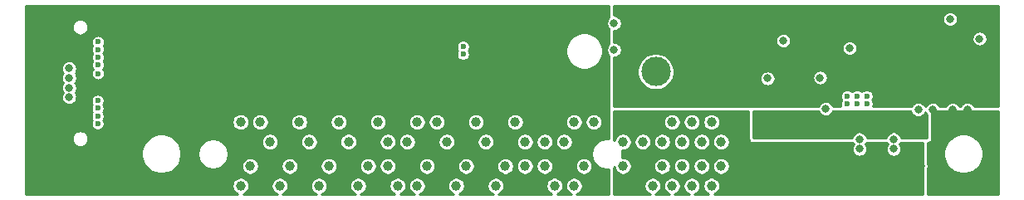
<source format=gbr>
%TF.GenerationSoftware,KiCad,Pcbnew,(5.1.10)-1*%
%TF.CreationDate,2021-08-10T11:15:44+01:00*%
%TF.ProjectId,ocu2pciex8,6f637532-7063-4696-9578-382e6b696361,rev?*%
%TF.SameCoordinates,Original*%
%TF.FileFunction,Copper,L3,Inr*%
%TF.FilePolarity,Positive*%
%FSLAX46Y46*%
G04 Gerber Fmt 4.6, Leading zero omitted, Abs format (unit mm)*
G04 Created by KiCad (PCBNEW (5.1.10)-1) date 2021-08-10 11:15:44*
%MOMM*%
%LPD*%
G01*
G04 APERTURE LIST*
%TA.AperFunction,ComponentPad*%
%ADD10C,0.800000*%
%TD*%
%TA.AperFunction,ComponentPad*%
%ADD11C,3.000000*%
%TD*%
%TA.AperFunction,ComponentPad*%
%ADD12C,1.000000*%
%TD*%
%TA.AperFunction,ViaPad*%
%ADD13C,0.600000*%
%TD*%
%TA.AperFunction,ViaPad*%
%ADD14C,0.800000*%
%TD*%
%TA.AperFunction,Conductor*%
%ADD15C,0.250000*%
%TD*%
%TA.AperFunction,Conductor*%
%ADD16C,0.254000*%
%TD*%
%TA.AperFunction,Conductor*%
%ADD17C,0.100000*%
%TD*%
G04 APERTURE END LIST*
D10*
%TO.N,GND*%
%TO.C,J5*%
X103750000Y-67500000D03*
X106250000Y-70000000D03*
X103750000Y-72500000D03*
X101250000Y-70000000D03*
X102000000Y-68250000D03*
X105500000Y-68250000D03*
X105500000Y-71750000D03*
X102000000Y-71750000D03*
%TD*%
%TO.N,GND*%
%TO.C,J4*%
X185500000Y-67500000D03*
X188000000Y-70000000D03*
X185500000Y-72500000D03*
X183000000Y-70000000D03*
X183750000Y-68250000D03*
X187250000Y-68250000D03*
X187250000Y-71750000D03*
X183750000Y-71750000D03*
%TD*%
D11*
%TO.N,GND*%
%TO.C,J3*%
X154150000Y-61600000D03*
%TO.N,+12VA*%
X154150000Y-57400000D03*
%TD*%
D12*
%TO.N,GND*%
%TO.C,J2*%
X110810000Y-71250000D03*
X110810000Y-68750000D03*
%TO.N,Net-(J2-PadA48)*%
X111810000Y-73250000D03*
%TO.N,Net-(J2-PadB48)*%
X111810000Y-66750000D03*
%TO.N,Net-(J2-PadA47)*%
X112810000Y-71250000D03*
%TO.N,GND*%
X112810000Y-68750000D03*
X113810000Y-73250000D03*
%TO.N,Net-(J2-PadB46)*%
X113810000Y-66750000D03*
%TO.N,GND*%
X114810000Y-71250000D03*
%TO.N,Net-(J2-PadB45)*%
X114810000Y-68750000D03*
%TO.N,Net-(J2-PadA44)*%
X115810000Y-73250000D03*
%TO.N,GND*%
X115810000Y-66750000D03*
%TO.N,Net-(J2-PadA43)*%
X116810000Y-71250000D03*
%TO.N,GND*%
X116810000Y-68750000D03*
X117810000Y-73250000D03*
%TO.N,Net-(J2-PadB42)*%
X117810000Y-66750000D03*
%TO.N,GND*%
X118810000Y-71250000D03*
%TO.N,Net-(J2-PadB41)*%
X118810000Y-68750000D03*
%TO.N,Net-(J2-PadA40)*%
X119810000Y-73250000D03*
%TO.N,GND*%
X119810000Y-66750000D03*
%TO.N,Net-(J2-PadA39)*%
X120810000Y-71250000D03*
%TO.N,GND*%
X120810000Y-68750000D03*
X121810000Y-73250000D03*
%TO.N,Net-(J2-PadB38)*%
X121810000Y-66750000D03*
%TO.N,GND*%
X122810000Y-71250000D03*
%TO.N,Net-(J2-PadB37)*%
X122810000Y-68750000D03*
%TO.N,Net-(J2-PadA36)*%
X123810000Y-73250000D03*
%TO.N,GND*%
X123810000Y-66750000D03*
%TO.N,Net-(J2-PadA35)*%
X124810000Y-71250000D03*
%TO.N,GND*%
X124810000Y-68750000D03*
X125810000Y-73250000D03*
%TO.N,Net-(J2-PadB34)*%
X125810000Y-66750000D03*
%TO.N,Net-(J2-PadA33)*%
X126810000Y-71250000D03*
%TO.N,Net-(J2-PadB33)*%
X126810000Y-68750000D03*
%TO.N,Net-(J2-PadA32)*%
X127810000Y-73250000D03*
%TO.N,GND*%
X127810000Y-66750000D03*
X128810000Y-71250000D03*
%TO.N,Net-(J2-PadB31)*%
X128810000Y-68750000D03*
%TO.N,/X8_PER3_N*%
X129810000Y-73250000D03*
%TO.N,Net-(J2-PadB30)*%
X129810000Y-66750000D03*
%TO.N,/X8_PER3_P*%
X130810000Y-71250000D03*
%TO.N,GND*%
X130810000Y-68750000D03*
X131810000Y-73250000D03*
%TO.N,/X8_PET3_N*%
X131810000Y-66750000D03*
%TO.N,GND*%
X132810000Y-71250000D03*
%TO.N,/X8_PET3_P*%
X132810000Y-68750000D03*
%TO.N,/X8_PER2_N*%
X133810000Y-73250000D03*
%TO.N,GND*%
X133810000Y-66750000D03*
%TO.N,/X8_PER2_P*%
X134810000Y-71250000D03*
%TO.N,GND*%
X134810000Y-68750000D03*
X135810000Y-73250000D03*
%TO.N,/X8_PET2_N*%
X135810000Y-66750000D03*
%TO.N,GND*%
X136810000Y-71250000D03*
%TO.N,/X8_PET2_P*%
X136810000Y-68750000D03*
%TO.N,/X8_PER1_N*%
X137810000Y-73250000D03*
%TO.N,GND*%
X137810000Y-66750000D03*
%TO.N,/X8_PER1_P*%
X138810000Y-71250000D03*
%TO.N,GND*%
X138810000Y-68750000D03*
X139810000Y-73250000D03*
%TO.N,/X8_PET1_N*%
X139810000Y-66750000D03*
%TO.N,Net-(J2-PadA19)*%
X140810000Y-71250000D03*
%TO.N,/X8_PET1_P*%
X140810000Y-68750000D03*
%TO.N,GND*%
X141810000Y-73250000D03*
X141810000Y-66750000D03*
%TO.N,/X8_PER0_N*%
X142810000Y-71250000D03*
%TO.N,Net-(J2-PadB17)*%
X142810000Y-68750000D03*
%TO.N,/X8_PER0_P*%
X143810000Y-73250000D03*
%TO.N,GND*%
X143810000Y-66750000D03*
X144810000Y-71250000D03*
%TO.N,/X8_PET0_N*%
X144810000Y-68750000D03*
%TO.N,/REFCLK_0_N*%
X145810000Y-73250000D03*
%TO.N,/X8_PET0_P*%
X145810000Y-66750000D03*
%TO.N,/REFCLK_0_P*%
X146810000Y-71250000D03*
%TO.N,GND*%
X146810000Y-68750000D03*
X147810000Y-73250000D03*
%TO.N,Net-(J2-PadB12)*%
X147810000Y-66750000D03*
%TO.N,/~WAKE*%
X150810000Y-68750000D03*
%TO.N,+3V3*%
X151810000Y-66750000D03*
%TO.N,Net-(J2-PadB9)*%
X152810000Y-68750000D03*
%TO.N,+3V3*%
X153810000Y-66750000D03*
%TO.N,GND*%
X154810000Y-68750000D03*
%TO.N,/SMDAT*%
X155810000Y-66750000D03*
%TO.N,/SMCLK*%
X156810000Y-68750000D03*
%TO.N,GND*%
X157810000Y-66750000D03*
%TO.N,+12V*%
X158810000Y-68750000D03*
X159810000Y-66750000D03*
X160810000Y-68750000D03*
%TO.N,/~PERST*%
X150810000Y-71250000D03*
%TO.N,+3V3*%
X151810000Y-73250000D03*
X152810000Y-71250000D03*
%TO.N,Net-(J2-PadA8)*%
X153810000Y-73250000D03*
%TO.N,Net-(J2-PadA7)*%
X154810000Y-71250000D03*
%TO.N,Net-(J2-PadA6)*%
X155810000Y-73250000D03*
%TO.N,Net-(J2-PadA5)*%
X156810000Y-71250000D03*
%TO.N,GND*%
X157810000Y-73250000D03*
%TO.N,+12V*%
X158810000Y-71250000D03*
X159810000Y-73250000D03*
%TO.N,Net-(J2-PadA1)*%
X160810000Y-71250000D03*
%TD*%
D13*
%TO.N,GND*%
X99500000Y-61270701D03*
X99500000Y-62250000D03*
X99500000Y-57750000D03*
X99500000Y-63750000D03*
X95250000Y-59750000D03*
X97250000Y-62750000D03*
X95250000Y-64500000D03*
X95250000Y-65750000D03*
X95250000Y-67250000D03*
X99500000Y-67270701D03*
D14*
X171478045Y-65371955D03*
X173900000Y-59200000D03*
X185900000Y-65500000D03*
X184400000Y-65500000D03*
X182400000Y-65500000D03*
X180900000Y-65500000D03*
X174900000Y-69500000D03*
X178400000Y-69500000D03*
X178400000Y-68500000D03*
X174900000Y-68500000D03*
X187150000Y-58250000D03*
D13*
X95250000Y-61000000D03*
X95247176Y-58900000D03*
X173650000Y-64100000D03*
X173650000Y-64900000D03*
X174650000Y-64900000D03*
X175650000Y-64900000D03*
X175650000Y-64100000D03*
X174650000Y-64100000D03*
D14*
X144250000Y-58750000D03*
X148000000Y-62000000D03*
X94500000Y-72000000D03*
X165550000Y-62300000D03*
D13*
X99500000Y-59250000D03*
X99500026Y-65250000D03*
D14*
X170900000Y-62225000D03*
X167150000Y-58450000D03*
%TO.N,+12VA*%
X177650000Y-57750000D03*
X180900000Y-60000000D03*
X182400000Y-60000000D03*
X185900000Y-60000000D03*
X184400000Y-60000000D03*
X160900000Y-60250000D03*
X156900000Y-60250000D03*
X159650015Y-60250000D03*
X158150030Y-60250000D03*
X177400000Y-64500000D03*
X177400000Y-63500000D03*
X177400000Y-62500000D03*
X176400000Y-62500000D03*
%TO.N,+3V3*%
X181150000Y-71250000D03*
X179150000Y-71250000D03*
X177650000Y-71250000D03*
X175650000Y-71250000D03*
X174150000Y-71250000D03*
X172150000Y-71250000D03*
X169900000Y-71250000D03*
X167650000Y-70000000D03*
X169150000Y-70000000D03*
X166150000Y-70000000D03*
X165399994Y-71250000D03*
X165400000Y-72750000D03*
X169900000Y-72750000D03*
D13*
%TO.N,/X8_PET0_P*%
X97275000Y-58572197D03*
%TO.N,/X8_PET0_N*%
X97275000Y-59350000D03*
%TO.N,/X8_PET1_P*%
X97275000Y-60150000D03*
%TO.N,/X8_PET1_N*%
X97275000Y-60927803D03*
D14*
%TO.N,/SMCLK*%
X94347470Y-61272192D03*
%TO.N,/SMDAT*%
X94350004Y-62250000D03*
%TO.N,/~PERST*%
X149900001Y-56650001D03*
X149900001Y-59400001D03*
X94350000Y-63250000D03*
%TO.N,/~CPRSNT*%
X94350000Y-64227803D03*
X184149988Y-56250000D03*
D13*
%TO.N,/X8_PET2_P*%
X97250000Y-64572197D03*
%TO.N,/X8_PET2_N*%
X97250000Y-65350000D03*
%TO.N,/X8_PET3_P*%
X97250000Y-66150000D03*
%TO.N,/X8_PET3_N*%
X97250000Y-66927803D03*
%TO.N,/REFCLK_0_P*%
X134497848Y-59033246D03*
%TO.N,/REFCLK_0_N*%
X134497848Y-59836446D03*
%TO.N,/~WAKE*%
X97275000Y-61800000D03*
%TO.N,/SW*%
X174650000Y-65975000D03*
D14*
X169900000Y-66250000D03*
X169900000Y-67749958D03*
X167650000Y-67750000D03*
X165400000Y-67750000D03*
X165400000Y-66250000D03*
D13*
X173650000Y-65975000D03*
X175650000Y-65975004D03*
D14*
X172381090Y-67268910D03*
%TD*%
D15*
%TO.N,GND*%
X148000000Y-62000000D02*
X145500000Y-62000000D01*
X144250000Y-60750000D02*
X144250000Y-58750000D01*
X145500000Y-62000000D02*
X144250000Y-60750000D01*
%TO.N,+12VA*%
X161465685Y-60250000D02*
X160900000Y-60250000D01*
X154150000Y-57400000D02*
X157000000Y-60250000D01*
X156650000Y-60250000D02*
X156900000Y-60250000D01*
X160900000Y-60250000D02*
X159650015Y-60250000D01*
X156900000Y-60250000D02*
X158150000Y-60250000D01*
X158150000Y-60250000D02*
X158150030Y-60250000D01*
X159650015Y-60250000D02*
X158150030Y-60250000D01*
X184400000Y-60000000D02*
X182400000Y-60000000D01*
X161715685Y-60000000D02*
X161465685Y-60250000D01*
X178650000Y-57750000D02*
X180900000Y-60000000D01*
X177650000Y-57750000D02*
X178650000Y-57750000D01*
X176900000Y-62500000D02*
X177400000Y-63000000D01*
X177400000Y-63000000D02*
X177400000Y-63500000D01*
X177400000Y-63500000D02*
X177400000Y-64500000D01*
X176900000Y-62500000D02*
X177400000Y-62500000D01*
X177400000Y-62500000D02*
X177400000Y-63500000D01*
X176900000Y-62500000D02*
X176400000Y-62500000D01*
X161715685Y-60000000D02*
X180900000Y-60000000D01*
%TO.N,+3V3*%
X151810000Y-72250000D02*
X152810000Y-71250000D01*
X151810000Y-73250000D02*
X151810000Y-72250000D01*
X151810000Y-66750000D02*
X153810000Y-66750000D01*
X181150000Y-71250000D02*
X179150000Y-71250000D01*
X179150000Y-71250000D02*
X177650000Y-71250000D01*
X177650000Y-71250000D02*
X175650000Y-71250000D01*
X175650000Y-71250000D02*
X174150000Y-71250000D01*
X174150000Y-71250000D02*
X172150000Y-71250000D01*
X171400000Y-71250000D02*
X169900000Y-72750000D01*
X172150000Y-71250000D02*
X171400000Y-71250000D01*
X169900000Y-72750000D02*
X169900000Y-71250000D01*
X169900000Y-70750000D02*
X169150000Y-70000000D01*
X169900000Y-71250000D02*
X169900000Y-70750000D01*
X169150000Y-70000000D02*
X167650000Y-70000000D01*
X167650000Y-70000000D02*
X166150000Y-70000000D01*
X165399994Y-70650006D02*
X165399994Y-71250000D01*
X166050000Y-70000000D02*
X165399994Y-70650006D01*
X166150000Y-70000000D02*
X166050000Y-70000000D01*
X165399994Y-72749994D02*
X165400000Y-72750000D01*
X165399994Y-71250000D02*
X165399994Y-72749994D01*
X152517106Y-66750000D02*
X151810000Y-66750000D01*
X153750000Y-67982894D02*
X152517106Y-66750000D01*
X153750000Y-70310000D02*
X153750000Y-67982894D01*
X152810000Y-71250000D02*
X153750000Y-70310000D01*
X153810000Y-72250000D02*
X152810000Y-71250000D01*
X164900000Y-72250000D02*
X153810000Y-72250000D01*
X165400000Y-72750000D02*
X164900000Y-72250000D01*
%TO.N,/SW*%
X165400000Y-67750000D02*
X167650000Y-67750000D01*
X172451801Y-67198199D02*
X171900000Y-67750000D01*
X171900000Y-67750000D02*
X169899958Y-67750000D01*
X172451801Y-67198199D02*
X172381090Y-67268910D01*
%TD*%
D16*
%TO.N,+3V3*%
X163619000Y-68500000D02*
X163623000Y-68540611D01*
X163623000Y-68750000D01*
X163625440Y-68774776D01*
X163632667Y-68798601D01*
X163644403Y-68820557D01*
X163660197Y-68839803D01*
X163679443Y-68855597D01*
X163701399Y-68867333D01*
X163725224Y-68874560D01*
X163750000Y-68877000D01*
X163959389Y-68877000D01*
X164000000Y-68881000D01*
X174215276Y-68881000D01*
X174293358Y-68997859D01*
X174295499Y-69000000D01*
X174293358Y-69002141D01*
X174207887Y-69130058D01*
X174149013Y-69272191D01*
X174119000Y-69423078D01*
X174119000Y-69576922D01*
X174149013Y-69727809D01*
X174207887Y-69869942D01*
X174293358Y-69997859D01*
X174402141Y-70106642D01*
X174530058Y-70192113D01*
X174672191Y-70250987D01*
X174823078Y-70281000D01*
X174976922Y-70281000D01*
X175127809Y-70250987D01*
X175269942Y-70192113D01*
X175397859Y-70106642D01*
X175506642Y-69997859D01*
X175592113Y-69869942D01*
X175650987Y-69727809D01*
X175681000Y-69576922D01*
X175681000Y-69423078D01*
X175650987Y-69272191D01*
X175592113Y-69130058D01*
X175506642Y-69002141D01*
X175504501Y-69000000D01*
X175506642Y-68997859D01*
X175584724Y-68881000D01*
X177715276Y-68881000D01*
X177793358Y-68997859D01*
X177795499Y-69000000D01*
X177793358Y-69002141D01*
X177707887Y-69130058D01*
X177649013Y-69272191D01*
X177619000Y-69423078D01*
X177619000Y-69576922D01*
X177649013Y-69727809D01*
X177707887Y-69869942D01*
X177793358Y-69997859D01*
X177902141Y-70106642D01*
X178030058Y-70192113D01*
X178172191Y-70250987D01*
X178323078Y-70281000D01*
X178476922Y-70281000D01*
X178627809Y-70250987D01*
X178769942Y-70192113D01*
X178897859Y-70106642D01*
X179006642Y-69997859D01*
X179092113Y-69869942D01*
X179150987Y-69727809D01*
X179181000Y-69576922D01*
X179181000Y-69423078D01*
X179150987Y-69272191D01*
X179092113Y-69130058D01*
X179006642Y-69002141D01*
X179004501Y-69000000D01*
X179006642Y-68997859D01*
X179084724Y-68881000D01*
X181373000Y-68881000D01*
X181373000Y-74094000D01*
X160074568Y-74094000D01*
X160227310Y-74030732D01*
X160371605Y-73934318D01*
X160494318Y-73811605D01*
X160590732Y-73667310D01*
X160657144Y-73506978D01*
X160691000Y-73336771D01*
X160691000Y-73163229D01*
X160657144Y-72993022D01*
X160590732Y-72832690D01*
X160494318Y-72688395D01*
X160371605Y-72565682D01*
X160227310Y-72469268D01*
X160066978Y-72402856D01*
X159896771Y-72369000D01*
X159723229Y-72369000D01*
X159553022Y-72402856D01*
X159392690Y-72469268D01*
X159248395Y-72565682D01*
X159125682Y-72688395D01*
X159029268Y-72832690D01*
X158962856Y-72993022D01*
X158929000Y-73163229D01*
X158929000Y-73336771D01*
X158962856Y-73506978D01*
X159029268Y-73667310D01*
X159125682Y-73811605D01*
X159248395Y-73934318D01*
X159392690Y-74030732D01*
X159545432Y-74094000D01*
X158074568Y-74094000D01*
X158227310Y-74030732D01*
X158371605Y-73934318D01*
X158494318Y-73811605D01*
X158590732Y-73667310D01*
X158657144Y-73506978D01*
X158691000Y-73336771D01*
X158691000Y-73163229D01*
X158657144Y-72993022D01*
X158590732Y-72832690D01*
X158494318Y-72688395D01*
X158371605Y-72565682D01*
X158227310Y-72469268D01*
X158066978Y-72402856D01*
X157896771Y-72369000D01*
X157723229Y-72369000D01*
X157553022Y-72402856D01*
X157392690Y-72469268D01*
X157248395Y-72565682D01*
X157125682Y-72688395D01*
X157029268Y-72832690D01*
X156962856Y-72993022D01*
X156929000Y-73163229D01*
X156929000Y-73336771D01*
X156962856Y-73506978D01*
X157029268Y-73667310D01*
X157125682Y-73811605D01*
X157248395Y-73934318D01*
X157392690Y-74030732D01*
X157545432Y-74094000D01*
X156074568Y-74094000D01*
X156227310Y-74030732D01*
X156371605Y-73934318D01*
X156494318Y-73811605D01*
X156590732Y-73667310D01*
X156657144Y-73506978D01*
X156691000Y-73336771D01*
X156691000Y-73163229D01*
X156657144Y-72993022D01*
X156590732Y-72832690D01*
X156494318Y-72688395D01*
X156371605Y-72565682D01*
X156227310Y-72469268D01*
X156066978Y-72402856D01*
X155896771Y-72369000D01*
X155723229Y-72369000D01*
X155553022Y-72402856D01*
X155392690Y-72469268D01*
X155248395Y-72565682D01*
X155125682Y-72688395D01*
X155029268Y-72832690D01*
X154962856Y-72993022D01*
X154929000Y-73163229D01*
X154929000Y-73336771D01*
X154962856Y-73506978D01*
X155029268Y-73667310D01*
X155125682Y-73811605D01*
X155248395Y-73934318D01*
X155392690Y-74030732D01*
X155545432Y-74094000D01*
X154074568Y-74094000D01*
X154227310Y-74030732D01*
X154371605Y-73934318D01*
X154494318Y-73811605D01*
X154590732Y-73667310D01*
X154657144Y-73506978D01*
X154691000Y-73336771D01*
X154691000Y-73163229D01*
X154657144Y-72993022D01*
X154590732Y-72832690D01*
X154494318Y-72688395D01*
X154371605Y-72565682D01*
X154227310Y-72469268D01*
X154066978Y-72402856D01*
X153896771Y-72369000D01*
X153723229Y-72369000D01*
X153553022Y-72402856D01*
X153392690Y-72469268D01*
X153248395Y-72565682D01*
X153125682Y-72688395D01*
X153029268Y-72832690D01*
X152962856Y-72993022D01*
X152929000Y-73163229D01*
X152929000Y-73336771D01*
X152962856Y-73506978D01*
X153029268Y-73667310D01*
X153125682Y-73811605D01*
X153248395Y-73934318D01*
X153392690Y-74030732D01*
X153545432Y-74094000D01*
X149877000Y-74094000D01*
X149877000Y-71387211D01*
X149897042Y-71378909D01*
X149932649Y-71355117D01*
X149962856Y-71506978D01*
X150029268Y-71667310D01*
X150125682Y-71811605D01*
X150248395Y-71934318D01*
X150392690Y-72030732D01*
X150553022Y-72097144D01*
X150723229Y-72131000D01*
X150896771Y-72131000D01*
X151066978Y-72097144D01*
X151227310Y-72030732D01*
X151371605Y-71934318D01*
X151494318Y-71811605D01*
X151590732Y-71667310D01*
X151657144Y-71506978D01*
X151691000Y-71336771D01*
X151691000Y-71163229D01*
X153929000Y-71163229D01*
X153929000Y-71336771D01*
X153962856Y-71506978D01*
X154029268Y-71667310D01*
X154125682Y-71811605D01*
X154248395Y-71934318D01*
X154392690Y-72030732D01*
X154553022Y-72097144D01*
X154723229Y-72131000D01*
X154896771Y-72131000D01*
X155066978Y-72097144D01*
X155227310Y-72030732D01*
X155371605Y-71934318D01*
X155494318Y-71811605D01*
X155590732Y-71667310D01*
X155657144Y-71506978D01*
X155691000Y-71336771D01*
X155691000Y-71163229D01*
X155929000Y-71163229D01*
X155929000Y-71336771D01*
X155962856Y-71506978D01*
X156029268Y-71667310D01*
X156125682Y-71811605D01*
X156248395Y-71934318D01*
X156392690Y-72030732D01*
X156553022Y-72097144D01*
X156723229Y-72131000D01*
X156896771Y-72131000D01*
X157066978Y-72097144D01*
X157227310Y-72030732D01*
X157371605Y-71934318D01*
X157494318Y-71811605D01*
X157590732Y-71667310D01*
X157657144Y-71506978D01*
X157691000Y-71336771D01*
X157691000Y-71163229D01*
X157929000Y-71163229D01*
X157929000Y-71336771D01*
X157962856Y-71506978D01*
X158029268Y-71667310D01*
X158125682Y-71811605D01*
X158248395Y-71934318D01*
X158392690Y-72030732D01*
X158553022Y-72097144D01*
X158723229Y-72131000D01*
X158896771Y-72131000D01*
X159066978Y-72097144D01*
X159227310Y-72030732D01*
X159371605Y-71934318D01*
X159494318Y-71811605D01*
X159590732Y-71667310D01*
X159657144Y-71506978D01*
X159691000Y-71336771D01*
X159691000Y-71163229D01*
X159929000Y-71163229D01*
X159929000Y-71336771D01*
X159962856Y-71506978D01*
X160029268Y-71667310D01*
X160125682Y-71811605D01*
X160248395Y-71934318D01*
X160392690Y-72030732D01*
X160553022Y-72097144D01*
X160723229Y-72131000D01*
X160896771Y-72131000D01*
X161066978Y-72097144D01*
X161227310Y-72030732D01*
X161371605Y-71934318D01*
X161494318Y-71811605D01*
X161590732Y-71667310D01*
X161657144Y-71506978D01*
X161691000Y-71336771D01*
X161691000Y-71163229D01*
X161657144Y-70993022D01*
X161590732Y-70832690D01*
X161494318Y-70688395D01*
X161371605Y-70565682D01*
X161227310Y-70469268D01*
X161066978Y-70402856D01*
X160896771Y-70369000D01*
X160723229Y-70369000D01*
X160553022Y-70402856D01*
X160392690Y-70469268D01*
X160248395Y-70565682D01*
X160125682Y-70688395D01*
X160029268Y-70832690D01*
X159962856Y-70993022D01*
X159929000Y-71163229D01*
X159691000Y-71163229D01*
X159657144Y-70993022D01*
X159590732Y-70832690D01*
X159494318Y-70688395D01*
X159371605Y-70565682D01*
X159227310Y-70469268D01*
X159066978Y-70402856D01*
X158896771Y-70369000D01*
X158723229Y-70369000D01*
X158553022Y-70402856D01*
X158392690Y-70469268D01*
X158248395Y-70565682D01*
X158125682Y-70688395D01*
X158029268Y-70832690D01*
X157962856Y-70993022D01*
X157929000Y-71163229D01*
X157691000Y-71163229D01*
X157657144Y-70993022D01*
X157590732Y-70832690D01*
X157494318Y-70688395D01*
X157371605Y-70565682D01*
X157227310Y-70469268D01*
X157066978Y-70402856D01*
X156896771Y-70369000D01*
X156723229Y-70369000D01*
X156553022Y-70402856D01*
X156392690Y-70469268D01*
X156248395Y-70565682D01*
X156125682Y-70688395D01*
X156029268Y-70832690D01*
X155962856Y-70993022D01*
X155929000Y-71163229D01*
X155691000Y-71163229D01*
X155657144Y-70993022D01*
X155590732Y-70832690D01*
X155494318Y-70688395D01*
X155371605Y-70565682D01*
X155227310Y-70469268D01*
X155066978Y-70402856D01*
X154896771Y-70369000D01*
X154723229Y-70369000D01*
X154553022Y-70402856D01*
X154392690Y-70469268D01*
X154248395Y-70565682D01*
X154125682Y-70688395D01*
X154029268Y-70832690D01*
X153962856Y-70993022D01*
X153929000Y-71163229D01*
X151691000Y-71163229D01*
X151657144Y-70993022D01*
X151590732Y-70832690D01*
X151494318Y-70688395D01*
X151371605Y-70565682D01*
X151227310Y-70469268D01*
X151066978Y-70402856D01*
X150896771Y-70369000D01*
X150723229Y-70369000D01*
X150671020Y-70379385D01*
X150716000Y-70153253D01*
X150716000Y-69846747D01*
X150671020Y-69620615D01*
X150723229Y-69631000D01*
X150896771Y-69631000D01*
X151066978Y-69597144D01*
X151227310Y-69530732D01*
X151371605Y-69434318D01*
X151494318Y-69311605D01*
X151590732Y-69167310D01*
X151657144Y-69006978D01*
X151691000Y-68836771D01*
X151691000Y-68663229D01*
X151929000Y-68663229D01*
X151929000Y-68836771D01*
X151962856Y-69006978D01*
X152029268Y-69167310D01*
X152125682Y-69311605D01*
X152248395Y-69434318D01*
X152392690Y-69530732D01*
X152553022Y-69597144D01*
X152723229Y-69631000D01*
X152896771Y-69631000D01*
X153066978Y-69597144D01*
X153227310Y-69530732D01*
X153371605Y-69434318D01*
X153494318Y-69311605D01*
X153590732Y-69167310D01*
X153657144Y-69006978D01*
X153691000Y-68836771D01*
X153691000Y-68663229D01*
X153929000Y-68663229D01*
X153929000Y-68836771D01*
X153962856Y-69006978D01*
X154029268Y-69167310D01*
X154125682Y-69311605D01*
X154248395Y-69434318D01*
X154392690Y-69530732D01*
X154553022Y-69597144D01*
X154723229Y-69631000D01*
X154896771Y-69631000D01*
X155066978Y-69597144D01*
X155227310Y-69530732D01*
X155371605Y-69434318D01*
X155494318Y-69311605D01*
X155590732Y-69167310D01*
X155657144Y-69006978D01*
X155691000Y-68836771D01*
X155691000Y-68663229D01*
X155929000Y-68663229D01*
X155929000Y-68836771D01*
X155962856Y-69006978D01*
X156029268Y-69167310D01*
X156125682Y-69311605D01*
X156248395Y-69434318D01*
X156392690Y-69530732D01*
X156553022Y-69597144D01*
X156723229Y-69631000D01*
X156896771Y-69631000D01*
X157066978Y-69597144D01*
X157227310Y-69530732D01*
X157371605Y-69434318D01*
X157494318Y-69311605D01*
X157590732Y-69167310D01*
X157657144Y-69006978D01*
X157691000Y-68836771D01*
X157691000Y-68663229D01*
X157929000Y-68663229D01*
X157929000Y-68836771D01*
X157962856Y-69006978D01*
X158029268Y-69167310D01*
X158125682Y-69311605D01*
X158248395Y-69434318D01*
X158392690Y-69530732D01*
X158553022Y-69597144D01*
X158723229Y-69631000D01*
X158896771Y-69631000D01*
X159066978Y-69597144D01*
X159227310Y-69530732D01*
X159371605Y-69434318D01*
X159494318Y-69311605D01*
X159590732Y-69167310D01*
X159657144Y-69006978D01*
X159691000Y-68836771D01*
X159691000Y-68663229D01*
X159929000Y-68663229D01*
X159929000Y-68836771D01*
X159962856Y-69006978D01*
X160029268Y-69167310D01*
X160125682Y-69311605D01*
X160248395Y-69434318D01*
X160392690Y-69530732D01*
X160553022Y-69597144D01*
X160723229Y-69631000D01*
X160896771Y-69631000D01*
X161066978Y-69597144D01*
X161227310Y-69530732D01*
X161371605Y-69434318D01*
X161494318Y-69311605D01*
X161590732Y-69167310D01*
X161657144Y-69006978D01*
X161691000Y-68836771D01*
X161691000Y-68663229D01*
X161657144Y-68493022D01*
X161590732Y-68332690D01*
X161494318Y-68188395D01*
X161371605Y-68065682D01*
X161227310Y-67969268D01*
X161066978Y-67902856D01*
X160896771Y-67869000D01*
X160723229Y-67869000D01*
X160553022Y-67902856D01*
X160392690Y-67969268D01*
X160248395Y-68065682D01*
X160125682Y-68188395D01*
X160029268Y-68332690D01*
X159962856Y-68493022D01*
X159929000Y-68663229D01*
X159691000Y-68663229D01*
X159657144Y-68493022D01*
X159590732Y-68332690D01*
X159494318Y-68188395D01*
X159371605Y-68065682D01*
X159227310Y-67969268D01*
X159066978Y-67902856D01*
X158896771Y-67869000D01*
X158723229Y-67869000D01*
X158553022Y-67902856D01*
X158392690Y-67969268D01*
X158248395Y-68065682D01*
X158125682Y-68188395D01*
X158029268Y-68332690D01*
X157962856Y-68493022D01*
X157929000Y-68663229D01*
X157691000Y-68663229D01*
X157657144Y-68493022D01*
X157590732Y-68332690D01*
X157494318Y-68188395D01*
X157371605Y-68065682D01*
X157227310Y-67969268D01*
X157066978Y-67902856D01*
X156896771Y-67869000D01*
X156723229Y-67869000D01*
X156553022Y-67902856D01*
X156392690Y-67969268D01*
X156248395Y-68065682D01*
X156125682Y-68188395D01*
X156029268Y-68332690D01*
X155962856Y-68493022D01*
X155929000Y-68663229D01*
X155691000Y-68663229D01*
X155657144Y-68493022D01*
X155590732Y-68332690D01*
X155494318Y-68188395D01*
X155371605Y-68065682D01*
X155227310Y-67969268D01*
X155066978Y-67902856D01*
X154896771Y-67869000D01*
X154723229Y-67869000D01*
X154553022Y-67902856D01*
X154392690Y-67969268D01*
X154248395Y-68065682D01*
X154125682Y-68188395D01*
X154029268Y-68332690D01*
X153962856Y-68493022D01*
X153929000Y-68663229D01*
X153691000Y-68663229D01*
X153657144Y-68493022D01*
X153590732Y-68332690D01*
X153494318Y-68188395D01*
X153371605Y-68065682D01*
X153227310Y-67969268D01*
X153066978Y-67902856D01*
X152896771Y-67869000D01*
X152723229Y-67869000D01*
X152553022Y-67902856D01*
X152392690Y-67969268D01*
X152248395Y-68065682D01*
X152125682Y-68188395D01*
X152029268Y-68332690D01*
X151962856Y-68493022D01*
X151929000Y-68663229D01*
X151691000Y-68663229D01*
X151657144Y-68493022D01*
X151590732Y-68332690D01*
X151494318Y-68188395D01*
X151371605Y-68065682D01*
X151227310Y-67969268D01*
X151066978Y-67902856D01*
X150896771Y-67869000D01*
X150723229Y-67869000D01*
X150553022Y-67902856D01*
X150392690Y-67969268D01*
X150248395Y-68065682D01*
X150125682Y-68188395D01*
X150029268Y-68332690D01*
X149962856Y-68493022D01*
X149932649Y-68644883D01*
X149897042Y-68621091D01*
X149877000Y-68612789D01*
X149877000Y-66663229D01*
X154929000Y-66663229D01*
X154929000Y-66836771D01*
X154962856Y-67006978D01*
X155029268Y-67167310D01*
X155125682Y-67311605D01*
X155248395Y-67434318D01*
X155392690Y-67530732D01*
X155553022Y-67597144D01*
X155723229Y-67631000D01*
X155896771Y-67631000D01*
X156066978Y-67597144D01*
X156227310Y-67530732D01*
X156371605Y-67434318D01*
X156494318Y-67311605D01*
X156590732Y-67167310D01*
X156657144Y-67006978D01*
X156691000Y-66836771D01*
X156691000Y-66663229D01*
X156929000Y-66663229D01*
X156929000Y-66836771D01*
X156962856Y-67006978D01*
X157029268Y-67167310D01*
X157125682Y-67311605D01*
X157248395Y-67434318D01*
X157392690Y-67530732D01*
X157553022Y-67597144D01*
X157723229Y-67631000D01*
X157896771Y-67631000D01*
X158066978Y-67597144D01*
X158227310Y-67530732D01*
X158371605Y-67434318D01*
X158494318Y-67311605D01*
X158590732Y-67167310D01*
X158657144Y-67006978D01*
X158691000Y-66836771D01*
X158691000Y-66663229D01*
X158929000Y-66663229D01*
X158929000Y-66836771D01*
X158962856Y-67006978D01*
X159029268Y-67167310D01*
X159125682Y-67311605D01*
X159248395Y-67434318D01*
X159392690Y-67530732D01*
X159553022Y-67597144D01*
X159723229Y-67631000D01*
X159896771Y-67631000D01*
X160066978Y-67597144D01*
X160227310Y-67530732D01*
X160371605Y-67434318D01*
X160494318Y-67311605D01*
X160590732Y-67167310D01*
X160657144Y-67006978D01*
X160691000Y-66836771D01*
X160691000Y-66663229D01*
X160657144Y-66493022D01*
X160590732Y-66332690D01*
X160494318Y-66188395D01*
X160371605Y-66065682D01*
X160227310Y-65969268D01*
X160066978Y-65902856D01*
X159896771Y-65869000D01*
X159723229Y-65869000D01*
X159553022Y-65902856D01*
X159392690Y-65969268D01*
X159248395Y-66065682D01*
X159125682Y-66188395D01*
X159029268Y-66332690D01*
X158962856Y-66493022D01*
X158929000Y-66663229D01*
X158691000Y-66663229D01*
X158657144Y-66493022D01*
X158590732Y-66332690D01*
X158494318Y-66188395D01*
X158371605Y-66065682D01*
X158227310Y-65969268D01*
X158066978Y-65902856D01*
X157896771Y-65869000D01*
X157723229Y-65869000D01*
X157553022Y-65902856D01*
X157392690Y-65969268D01*
X157248395Y-66065682D01*
X157125682Y-66188395D01*
X157029268Y-66332690D01*
X156962856Y-66493022D01*
X156929000Y-66663229D01*
X156691000Y-66663229D01*
X156657144Y-66493022D01*
X156590732Y-66332690D01*
X156494318Y-66188395D01*
X156371605Y-66065682D01*
X156227310Y-65969268D01*
X156066978Y-65902856D01*
X155896771Y-65869000D01*
X155723229Y-65869000D01*
X155553022Y-65902856D01*
X155392690Y-65969268D01*
X155248395Y-66065682D01*
X155125682Y-66188395D01*
X155029268Y-66332690D01*
X154962856Y-66493022D01*
X154929000Y-66663229D01*
X149877000Y-66663229D01*
X149877000Y-65627000D01*
X163619000Y-65627000D01*
X163619000Y-68500000D01*
%TA.AperFunction,Conductor*%
D17*
G36*
X163619000Y-68500000D02*
G01*
X163623000Y-68540611D01*
X163623000Y-68750000D01*
X163625440Y-68774776D01*
X163632667Y-68798601D01*
X163644403Y-68820557D01*
X163660197Y-68839803D01*
X163679443Y-68855597D01*
X163701399Y-68867333D01*
X163725224Y-68874560D01*
X163750000Y-68877000D01*
X163959389Y-68877000D01*
X164000000Y-68881000D01*
X174215276Y-68881000D01*
X174293358Y-68997859D01*
X174295499Y-69000000D01*
X174293358Y-69002141D01*
X174207887Y-69130058D01*
X174149013Y-69272191D01*
X174119000Y-69423078D01*
X174119000Y-69576922D01*
X174149013Y-69727809D01*
X174207887Y-69869942D01*
X174293358Y-69997859D01*
X174402141Y-70106642D01*
X174530058Y-70192113D01*
X174672191Y-70250987D01*
X174823078Y-70281000D01*
X174976922Y-70281000D01*
X175127809Y-70250987D01*
X175269942Y-70192113D01*
X175397859Y-70106642D01*
X175506642Y-69997859D01*
X175592113Y-69869942D01*
X175650987Y-69727809D01*
X175681000Y-69576922D01*
X175681000Y-69423078D01*
X175650987Y-69272191D01*
X175592113Y-69130058D01*
X175506642Y-69002141D01*
X175504501Y-69000000D01*
X175506642Y-68997859D01*
X175584724Y-68881000D01*
X177715276Y-68881000D01*
X177793358Y-68997859D01*
X177795499Y-69000000D01*
X177793358Y-69002141D01*
X177707887Y-69130058D01*
X177649013Y-69272191D01*
X177619000Y-69423078D01*
X177619000Y-69576922D01*
X177649013Y-69727809D01*
X177707887Y-69869942D01*
X177793358Y-69997859D01*
X177902141Y-70106642D01*
X178030058Y-70192113D01*
X178172191Y-70250987D01*
X178323078Y-70281000D01*
X178476922Y-70281000D01*
X178627809Y-70250987D01*
X178769942Y-70192113D01*
X178897859Y-70106642D01*
X179006642Y-69997859D01*
X179092113Y-69869942D01*
X179150987Y-69727809D01*
X179181000Y-69576922D01*
X179181000Y-69423078D01*
X179150987Y-69272191D01*
X179092113Y-69130058D01*
X179006642Y-69002141D01*
X179004501Y-69000000D01*
X179006642Y-68997859D01*
X179084724Y-68881000D01*
X181373000Y-68881000D01*
X181373000Y-74094000D01*
X160074568Y-74094000D01*
X160227310Y-74030732D01*
X160371605Y-73934318D01*
X160494318Y-73811605D01*
X160590732Y-73667310D01*
X160657144Y-73506978D01*
X160691000Y-73336771D01*
X160691000Y-73163229D01*
X160657144Y-72993022D01*
X160590732Y-72832690D01*
X160494318Y-72688395D01*
X160371605Y-72565682D01*
X160227310Y-72469268D01*
X160066978Y-72402856D01*
X159896771Y-72369000D01*
X159723229Y-72369000D01*
X159553022Y-72402856D01*
X159392690Y-72469268D01*
X159248395Y-72565682D01*
X159125682Y-72688395D01*
X159029268Y-72832690D01*
X158962856Y-72993022D01*
X158929000Y-73163229D01*
X158929000Y-73336771D01*
X158962856Y-73506978D01*
X159029268Y-73667310D01*
X159125682Y-73811605D01*
X159248395Y-73934318D01*
X159392690Y-74030732D01*
X159545432Y-74094000D01*
X158074568Y-74094000D01*
X158227310Y-74030732D01*
X158371605Y-73934318D01*
X158494318Y-73811605D01*
X158590732Y-73667310D01*
X158657144Y-73506978D01*
X158691000Y-73336771D01*
X158691000Y-73163229D01*
X158657144Y-72993022D01*
X158590732Y-72832690D01*
X158494318Y-72688395D01*
X158371605Y-72565682D01*
X158227310Y-72469268D01*
X158066978Y-72402856D01*
X157896771Y-72369000D01*
X157723229Y-72369000D01*
X157553022Y-72402856D01*
X157392690Y-72469268D01*
X157248395Y-72565682D01*
X157125682Y-72688395D01*
X157029268Y-72832690D01*
X156962856Y-72993022D01*
X156929000Y-73163229D01*
X156929000Y-73336771D01*
X156962856Y-73506978D01*
X157029268Y-73667310D01*
X157125682Y-73811605D01*
X157248395Y-73934318D01*
X157392690Y-74030732D01*
X157545432Y-74094000D01*
X156074568Y-74094000D01*
X156227310Y-74030732D01*
X156371605Y-73934318D01*
X156494318Y-73811605D01*
X156590732Y-73667310D01*
X156657144Y-73506978D01*
X156691000Y-73336771D01*
X156691000Y-73163229D01*
X156657144Y-72993022D01*
X156590732Y-72832690D01*
X156494318Y-72688395D01*
X156371605Y-72565682D01*
X156227310Y-72469268D01*
X156066978Y-72402856D01*
X155896771Y-72369000D01*
X155723229Y-72369000D01*
X155553022Y-72402856D01*
X155392690Y-72469268D01*
X155248395Y-72565682D01*
X155125682Y-72688395D01*
X155029268Y-72832690D01*
X154962856Y-72993022D01*
X154929000Y-73163229D01*
X154929000Y-73336771D01*
X154962856Y-73506978D01*
X155029268Y-73667310D01*
X155125682Y-73811605D01*
X155248395Y-73934318D01*
X155392690Y-74030732D01*
X155545432Y-74094000D01*
X154074568Y-74094000D01*
X154227310Y-74030732D01*
X154371605Y-73934318D01*
X154494318Y-73811605D01*
X154590732Y-73667310D01*
X154657144Y-73506978D01*
X154691000Y-73336771D01*
X154691000Y-73163229D01*
X154657144Y-72993022D01*
X154590732Y-72832690D01*
X154494318Y-72688395D01*
X154371605Y-72565682D01*
X154227310Y-72469268D01*
X154066978Y-72402856D01*
X153896771Y-72369000D01*
X153723229Y-72369000D01*
X153553022Y-72402856D01*
X153392690Y-72469268D01*
X153248395Y-72565682D01*
X153125682Y-72688395D01*
X153029268Y-72832690D01*
X152962856Y-72993022D01*
X152929000Y-73163229D01*
X152929000Y-73336771D01*
X152962856Y-73506978D01*
X153029268Y-73667310D01*
X153125682Y-73811605D01*
X153248395Y-73934318D01*
X153392690Y-74030732D01*
X153545432Y-74094000D01*
X149877000Y-74094000D01*
X149877000Y-71387211D01*
X149897042Y-71378909D01*
X149932649Y-71355117D01*
X149962856Y-71506978D01*
X150029268Y-71667310D01*
X150125682Y-71811605D01*
X150248395Y-71934318D01*
X150392690Y-72030732D01*
X150553022Y-72097144D01*
X150723229Y-72131000D01*
X150896771Y-72131000D01*
X151066978Y-72097144D01*
X151227310Y-72030732D01*
X151371605Y-71934318D01*
X151494318Y-71811605D01*
X151590732Y-71667310D01*
X151657144Y-71506978D01*
X151691000Y-71336771D01*
X151691000Y-71163229D01*
X153929000Y-71163229D01*
X153929000Y-71336771D01*
X153962856Y-71506978D01*
X154029268Y-71667310D01*
X154125682Y-71811605D01*
X154248395Y-71934318D01*
X154392690Y-72030732D01*
X154553022Y-72097144D01*
X154723229Y-72131000D01*
X154896771Y-72131000D01*
X155066978Y-72097144D01*
X155227310Y-72030732D01*
X155371605Y-71934318D01*
X155494318Y-71811605D01*
X155590732Y-71667310D01*
X155657144Y-71506978D01*
X155691000Y-71336771D01*
X155691000Y-71163229D01*
X155929000Y-71163229D01*
X155929000Y-71336771D01*
X155962856Y-71506978D01*
X156029268Y-71667310D01*
X156125682Y-71811605D01*
X156248395Y-71934318D01*
X156392690Y-72030732D01*
X156553022Y-72097144D01*
X156723229Y-72131000D01*
X156896771Y-72131000D01*
X157066978Y-72097144D01*
X157227310Y-72030732D01*
X157371605Y-71934318D01*
X157494318Y-71811605D01*
X157590732Y-71667310D01*
X157657144Y-71506978D01*
X157691000Y-71336771D01*
X157691000Y-71163229D01*
X157929000Y-71163229D01*
X157929000Y-71336771D01*
X157962856Y-71506978D01*
X158029268Y-71667310D01*
X158125682Y-71811605D01*
X158248395Y-71934318D01*
X158392690Y-72030732D01*
X158553022Y-72097144D01*
X158723229Y-72131000D01*
X158896771Y-72131000D01*
X159066978Y-72097144D01*
X159227310Y-72030732D01*
X159371605Y-71934318D01*
X159494318Y-71811605D01*
X159590732Y-71667310D01*
X159657144Y-71506978D01*
X159691000Y-71336771D01*
X159691000Y-71163229D01*
X159929000Y-71163229D01*
X159929000Y-71336771D01*
X159962856Y-71506978D01*
X160029268Y-71667310D01*
X160125682Y-71811605D01*
X160248395Y-71934318D01*
X160392690Y-72030732D01*
X160553022Y-72097144D01*
X160723229Y-72131000D01*
X160896771Y-72131000D01*
X161066978Y-72097144D01*
X161227310Y-72030732D01*
X161371605Y-71934318D01*
X161494318Y-71811605D01*
X161590732Y-71667310D01*
X161657144Y-71506978D01*
X161691000Y-71336771D01*
X161691000Y-71163229D01*
X161657144Y-70993022D01*
X161590732Y-70832690D01*
X161494318Y-70688395D01*
X161371605Y-70565682D01*
X161227310Y-70469268D01*
X161066978Y-70402856D01*
X160896771Y-70369000D01*
X160723229Y-70369000D01*
X160553022Y-70402856D01*
X160392690Y-70469268D01*
X160248395Y-70565682D01*
X160125682Y-70688395D01*
X160029268Y-70832690D01*
X159962856Y-70993022D01*
X159929000Y-71163229D01*
X159691000Y-71163229D01*
X159657144Y-70993022D01*
X159590732Y-70832690D01*
X159494318Y-70688395D01*
X159371605Y-70565682D01*
X159227310Y-70469268D01*
X159066978Y-70402856D01*
X158896771Y-70369000D01*
X158723229Y-70369000D01*
X158553022Y-70402856D01*
X158392690Y-70469268D01*
X158248395Y-70565682D01*
X158125682Y-70688395D01*
X158029268Y-70832690D01*
X157962856Y-70993022D01*
X157929000Y-71163229D01*
X157691000Y-71163229D01*
X157657144Y-70993022D01*
X157590732Y-70832690D01*
X157494318Y-70688395D01*
X157371605Y-70565682D01*
X157227310Y-70469268D01*
X157066978Y-70402856D01*
X156896771Y-70369000D01*
X156723229Y-70369000D01*
X156553022Y-70402856D01*
X156392690Y-70469268D01*
X156248395Y-70565682D01*
X156125682Y-70688395D01*
X156029268Y-70832690D01*
X155962856Y-70993022D01*
X155929000Y-71163229D01*
X155691000Y-71163229D01*
X155657144Y-70993022D01*
X155590732Y-70832690D01*
X155494318Y-70688395D01*
X155371605Y-70565682D01*
X155227310Y-70469268D01*
X155066978Y-70402856D01*
X154896771Y-70369000D01*
X154723229Y-70369000D01*
X154553022Y-70402856D01*
X154392690Y-70469268D01*
X154248395Y-70565682D01*
X154125682Y-70688395D01*
X154029268Y-70832690D01*
X153962856Y-70993022D01*
X153929000Y-71163229D01*
X151691000Y-71163229D01*
X151657144Y-70993022D01*
X151590732Y-70832690D01*
X151494318Y-70688395D01*
X151371605Y-70565682D01*
X151227310Y-70469268D01*
X151066978Y-70402856D01*
X150896771Y-70369000D01*
X150723229Y-70369000D01*
X150671020Y-70379385D01*
X150716000Y-70153253D01*
X150716000Y-69846747D01*
X150671020Y-69620615D01*
X150723229Y-69631000D01*
X150896771Y-69631000D01*
X151066978Y-69597144D01*
X151227310Y-69530732D01*
X151371605Y-69434318D01*
X151494318Y-69311605D01*
X151590732Y-69167310D01*
X151657144Y-69006978D01*
X151691000Y-68836771D01*
X151691000Y-68663229D01*
X151929000Y-68663229D01*
X151929000Y-68836771D01*
X151962856Y-69006978D01*
X152029268Y-69167310D01*
X152125682Y-69311605D01*
X152248395Y-69434318D01*
X152392690Y-69530732D01*
X152553022Y-69597144D01*
X152723229Y-69631000D01*
X152896771Y-69631000D01*
X153066978Y-69597144D01*
X153227310Y-69530732D01*
X153371605Y-69434318D01*
X153494318Y-69311605D01*
X153590732Y-69167310D01*
X153657144Y-69006978D01*
X153691000Y-68836771D01*
X153691000Y-68663229D01*
X153929000Y-68663229D01*
X153929000Y-68836771D01*
X153962856Y-69006978D01*
X154029268Y-69167310D01*
X154125682Y-69311605D01*
X154248395Y-69434318D01*
X154392690Y-69530732D01*
X154553022Y-69597144D01*
X154723229Y-69631000D01*
X154896771Y-69631000D01*
X155066978Y-69597144D01*
X155227310Y-69530732D01*
X155371605Y-69434318D01*
X155494318Y-69311605D01*
X155590732Y-69167310D01*
X155657144Y-69006978D01*
X155691000Y-68836771D01*
X155691000Y-68663229D01*
X155929000Y-68663229D01*
X155929000Y-68836771D01*
X155962856Y-69006978D01*
X156029268Y-69167310D01*
X156125682Y-69311605D01*
X156248395Y-69434318D01*
X156392690Y-69530732D01*
X156553022Y-69597144D01*
X156723229Y-69631000D01*
X156896771Y-69631000D01*
X157066978Y-69597144D01*
X157227310Y-69530732D01*
X157371605Y-69434318D01*
X157494318Y-69311605D01*
X157590732Y-69167310D01*
X157657144Y-69006978D01*
X157691000Y-68836771D01*
X157691000Y-68663229D01*
X157929000Y-68663229D01*
X157929000Y-68836771D01*
X157962856Y-69006978D01*
X158029268Y-69167310D01*
X158125682Y-69311605D01*
X158248395Y-69434318D01*
X158392690Y-69530732D01*
X158553022Y-69597144D01*
X158723229Y-69631000D01*
X158896771Y-69631000D01*
X159066978Y-69597144D01*
X159227310Y-69530732D01*
X159371605Y-69434318D01*
X159494318Y-69311605D01*
X159590732Y-69167310D01*
X159657144Y-69006978D01*
X159691000Y-68836771D01*
X159691000Y-68663229D01*
X159929000Y-68663229D01*
X159929000Y-68836771D01*
X159962856Y-69006978D01*
X160029268Y-69167310D01*
X160125682Y-69311605D01*
X160248395Y-69434318D01*
X160392690Y-69530732D01*
X160553022Y-69597144D01*
X160723229Y-69631000D01*
X160896771Y-69631000D01*
X161066978Y-69597144D01*
X161227310Y-69530732D01*
X161371605Y-69434318D01*
X161494318Y-69311605D01*
X161590732Y-69167310D01*
X161657144Y-69006978D01*
X161691000Y-68836771D01*
X161691000Y-68663229D01*
X161657144Y-68493022D01*
X161590732Y-68332690D01*
X161494318Y-68188395D01*
X161371605Y-68065682D01*
X161227310Y-67969268D01*
X161066978Y-67902856D01*
X160896771Y-67869000D01*
X160723229Y-67869000D01*
X160553022Y-67902856D01*
X160392690Y-67969268D01*
X160248395Y-68065682D01*
X160125682Y-68188395D01*
X160029268Y-68332690D01*
X159962856Y-68493022D01*
X159929000Y-68663229D01*
X159691000Y-68663229D01*
X159657144Y-68493022D01*
X159590732Y-68332690D01*
X159494318Y-68188395D01*
X159371605Y-68065682D01*
X159227310Y-67969268D01*
X159066978Y-67902856D01*
X158896771Y-67869000D01*
X158723229Y-67869000D01*
X158553022Y-67902856D01*
X158392690Y-67969268D01*
X158248395Y-68065682D01*
X158125682Y-68188395D01*
X158029268Y-68332690D01*
X157962856Y-68493022D01*
X157929000Y-68663229D01*
X157691000Y-68663229D01*
X157657144Y-68493022D01*
X157590732Y-68332690D01*
X157494318Y-68188395D01*
X157371605Y-68065682D01*
X157227310Y-67969268D01*
X157066978Y-67902856D01*
X156896771Y-67869000D01*
X156723229Y-67869000D01*
X156553022Y-67902856D01*
X156392690Y-67969268D01*
X156248395Y-68065682D01*
X156125682Y-68188395D01*
X156029268Y-68332690D01*
X155962856Y-68493022D01*
X155929000Y-68663229D01*
X155691000Y-68663229D01*
X155657144Y-68493022D01*
X155590732Y-68332690D01*
X155494318Y-68188395D01*
X155371605Y-68065682D01*
X155227310Y-67969268D01*
X155066978Y-67902856D01*
X154896771Y-67869000D01*
X154723229Y-67869000D01*
X154553022Y-67902856D01*
X154392690Y-67969268D01*
X154248395Y-68065682D01*
X154125682Y-68188395D01*
X154029268Y-68332690D01*
X153962856Y-68493022D01*
X153929000Y-68663229D01*
X153691000Y-68663229D01*
X153657144Y-68493022D01*
X153590732Y-68332690D01*
X153494318Y-68188395D01*
X153371605Y-68065682D01*
X153227310Y-67969268D01*
X153066978Y-67902856D01*
X152896771Y-67869000D01*
X152723229Y-67869000D01*
X152553022Y-67902856D01*
X152392690Y-67969268D01*
X152248395Y-68065682D01*
X152125682Y-68188395D01*
X152029268Y-68332690D01*
X151962856Y-68493022D01*
X151929000Y-68663229D01*
X151691000Y-68663229D01*
X151657144Y-68493022D01*
X151590732Y-68332690D01*
X151494318Y-68188395D01*
X151371605Y-68065682D01*
X151227310Y-67969268D01*
X151066978Y-67902856D01*
X150896771Y-67869000D01*
X150723229Y-67869000D01*
X150553022Y-67902856D01*
X150392690Y-67969268D01*
X150248395Y-68065682D01*
X150125682Y-68188395D01*
X150029268Y-68332690D01*
X149962856Y-68493022D01*
X149932649Y-68644883D01*
X149897042Y-68621091D01*
X149877000Y-68612789D01*
X149877000Y-66663229D01*
X154929000Y-66663229D01*
X154929000Y-66836771D01*
X154962856Y-67006978D01*
X155029268Y-67167310D01*
X155125682Y-67311605D01*
X155248395Y-67434318D01*
X155392690Y-67530732D01*
X155553022Y-67597144D01*
X155723229Y-67631000D01*
X155896771Y-67631000D01*
X156066978Y-67597144D01*
X156227310Y-67530732D01*
X156371605Y-67434318D01*
X156494318Y-67311605D01*
X156590732Y-67167310D01*
X156657144Y-67006978D01*
X156691000Y-66836771D01*
X156691000Y-66663229D01*
X156929000Y-66663229D01*
X156929000Y-66836771D01*
X156962856Y-67006978D01*
X157029268Y-67167310D01*
X157125682Y-67311605D01*
X157248395Y-67434318D01*
X157392690Y-67530732D01*
X157553022Y-67597144D01*
X157723229Y-67631000D01*
X157896771Y-67631000D01*
X158066978Y-67597144D01*
X158227310Y-67530732D01*
X158371605Y-67434318D01*
X158494318Y-67311605D01*
X158590732Y-67167310D01*
X158657144Y-67006978D01*
X158691000Y-66836771D01*
X158691000Y-66663229D01*
X158929000Y-66663229D01*
X158929000Y-66836771D01*
X158962856Y-67006978D01*
X159029268Y-67167310D01*
X159125682Y-67311605D01*
X159248395Y-67434318D01*
X159392690Y-67530732D01*
X159553022Y-67597144D01*
X159723229Y-67631000D01*
X159896771Y-67631000D01*
X160066978Y-67597144D01*
X160227310Y-67530732D01*
X160371605Y-67434318D01*
X160494318Y-67311605D01*
X160590732Y-67167310D01*
X160657144Y-67006978D01*
X160691000Y-66836771D01*
X160691000Y-66663229D01*
X160657144Y-66493022D01*
X160590732Y-66332690D01*
X160494318Y-66188395D01*
X160371605Y-66065682D01*
X160227310Y-65969268D01*
X160066978Y-65902856D01*
X159896771Y-65869000D01*
X159723229Y-65869000D01*
X159553022Y-65902856D01*
X159392690Y-65969268D01*
X159248395Y-66065682D01*
X159125682Y-66188395D01*
X159029268Y-66332690D01*
X158962856Y-66493022D01*
X158929000Y-66663229D01*
X158691000Y-66663229D01*
X158657144Y-66493022D01*
X158590732Y-66332690D01*
X158494318Y-66188395D01*
X158371605Y-66065682D01*
X158227310Y-65969268D01*
X158066978Y-65902856D01*
X157896771Y-65869000D01*
X157723229Y-65869000D01*
X157553022Y-65902856D01*
X157392690Y-65969268D01*
X157248395Y-66065682D01*
X157125682Y-66188395D01*
X157029268Y-66332690D01*
X156962856Y-66493022D01*
X156929000Y-66663229D01*
X156691000Y-66663229D01*
X156657144Y-66493022D01*
X156590732Y-66332690D01*
X156494318Y-66188395D01*
X156371605Y-66065682D01*
X156227310Y-65969268D01*
X156066978Y-65902856D01*
X155896771Y-65869000D01*
X155723229Y-65869000D01*
X155553022Y-65902856D01*
X155392690Y-65969268D01*
X155248395Y-66065682D01*
X155125682Y-66188395D01*
X155029268Y-66332690D01*
X154962856Y-66493022D01*
X154929000Y-66663229D01*
X149877000Y-66663229D01*
X149877000Y-65627000D01*
X163619000Y-65627000D01*
X163619000Y-68500000D01*
G37*
%TD.AperFunction*%
%TD*%
D16*
%TO.N,+12VA*%
X189094000Y-65123000D02*
X186587397Y-65123000D01*
X186506642Y-65002141D01*
X186397859Y-64893358D01*
X186269942Y-64807887D01*
X186127809Y-64749013D01*
X185976922Y-64719000D01*
X185823078Y-64719000D01*
X185672191Y-64749013D01*
X185530058Y-64807887D01*
X185402141Y-64893358D01*
X185293358Y-65002141D01*
X185212603Y-65123000D01*
X185087397Y-65123000D01*
X185006642Y-65002141D01*
X184897859Y-64893358D01*
X184769942Y-64807887D01*
X184627809Y-64749013D01*
X184476922Y-64719000D01*
X184323078Y-64719000D01*
X184172191Y-64749013D01*
X184030058Y-64807887D01*
X183902141Y-64893358D01*
X183793358Y-65002141D01*
X183712603Y-65123000D01*
X183087397Y-65123000D01*
X183006642Y-65002141D01*
X182897859Y-64893358D01*
X182769942Y-64807887D01*
X182627809Y-64749013D01*
X182476922Y-64719000D01*
X182323078Y-64719000D01*
X182172191Y-64749013D01*
X182030058Y-64807887D01*
X181902141Y-64893358D01*
X181793358Y-65002141D01*
X181715276Y-65119000D01*
X181584724Y-65119000D01*
X181506642Y-65002141D01*
X181397859Y-64893358D01*
X181269942Y-64807887D01*
X181127809Y-64749013D01*
X180976922Y-64719000D01*
X180823078Y-64719000D01*
X180672191Y-64749013D01*
X180530058Y-64807887D01*
X180402141Y-64893358D01*
X180293358Y-65002141D01*
X180215276Y-65119000D01*
X176296396Y-65119000D01*
X176304829Y-65098640D01*
X176331000Y-64967073D01*
X176331000Y-64832927D01*
X176304829Y-64701360D01*
X176253494Y-64577426D01*
X176201760Y-64500000D01*
X176253494Y-64422574D01*
X176304829Y-64298640D01*
X176331000Y-64167073D01*
X176331000Y-64032927D01*
X176304829Y-63901360D01*
X176253494Y-63777426D01*
X176178967Y-63665888D01*
X176084112Y-63571033D01*
X175972574Y-63496506D01*
X175848640Y-63445171D01*
X175717073Y-63419000D01*
X175582927Y-63419000D01*
X175451360Y-63445171D01*
X175327426Y-63496506D01*
X175215888Y-63571033D01*
X175150000Y-63636921D01*
X175084112Y-63571033D01*
X174972574Y-63496506D01*
X174848640Y-63445171D01*
X174717073Y-63419000D01*
X174582927Y-63419000D01*
X174451360Y-63445171D01*
X174327426Y-63496506D01*
X174215888Y-63571033D01*
X174150000Y-63636921D01*
X174084112Y-63571033D01*
X173972574Y-63496506D01*
X173848640Y-63445171D01*
X173717073Y-63419000D01*
X173582927Y-63419000D01*
X173451360Y-63445171D01*
X173327426Y-63496506D01*
X173215888Y-63571033D01*
X173121033Y-63665888D01*
X173046506Y-63777426D01*
X172995171Y-63901360D01*
X172969000Y-64032927D01*
X172969000Y-64167073D01*
X172995171Y-64298640D01*
X173046506Y-64422574D01*
X173098240Y-64500000D01*
X173046506Y-64577426D01*
X172995171Y-64701360D01*
X172969000Y-64832927D01*
X172969000Y-64967073D01*
X172995171Y-65098640D01*
X173003604Y-65119000D01*
X172218616Y-65119000D01*
X172170158Y-65002013D01*
X172084687Y-64874096D01*
X171975904Y-64765313D01*
X171847987Y-64679842D01*
X171705854Y-64620968D01*
X171554967Y-64590955D01*
X171401123Y-64590955D01*
X171250236Y-64620968D01*
X171108103Y-64679842D01*
X170980186Y-64765313D01*
X170871403Y-64874096D01*
X170785932Y-65002013D01*
X170737474Y-65119000D01*
X164000000Y-65119000D01*
X163959389Y-65123000D01*
X163790611Y-65123000D01*
X163750000Y-65119000D01*
X149877000Y-65119000D01*
X149877000Y-61414738D01*
X152269000Y-61414738D01*
X152269000Y-61785262D01*
X152341286Y-62148667D01*
X152483080Y-62490987D01*
X152688932Y-62799067D01*
X152950933Y-63061068D01*
X153259013Y-63266920D01*
X153601333Y-63408714D01*
X153964738Y-63481000D01*
X154335262Y-63481000D01*
X154698667Y-63408714D01*
X155040987Y-63266920D01*
X155349067Y-63061068D01*
X155611068Y-62799067D01*
X155816920Y-62490987D01*
X155927891Y-62223078D01*
X164769000Y-62223078D01*
X164769000Y-62376922D01*
X164799013Y-62527809D01*
X164857887Y-62669942D01*
X164943358Y-62797859D01*
X165052141Y-62906642D01*
X165180058Y-62992113D01*
X165322191Y-63050987D01*
X165473078Y-63081000D01*
X165626922Y-63081000D01*
X165777809Y-63050987D01*
X165919942Y-62992113D01*
X166047859Y-62906642D01*
X166156642Y-62797859D01*
X166242113Y-62669942D01*
X166300987Y-62527809D01*
X166331000Y-62376922D01*
X166331000Y-62223078D01*
X166316082Y-62148078D01*
X170119000Y-62148078D01*
X170119000Y-62301922D01*
X170149013Y-62452809D01*
X170207887Y-62594942D01*
X170293358Y-62722859D01*
X170402141Y-62831642D01*
X170530058Y-62917113D01*
X170672191Y-62975987D01*
X170823078Y-63006000D01*
X170976922Y-63006000D01*
X171127809Y-62975987D01*
X171269942Y-62917113D01*
X171397859Y-62831642D01*
X171506642Y-62722859D01*
X171592113Y-62594942D01*
X171650987Y-62452809D01*
X171681000Y-62301922D01*
X171681000Y-62148078D01*
X171650987Y-61997191D01*
X171592113Y-61855058D01*
X171506642Y-61727141D01*
X171397859Y-61618358D01*
X171269942Y-61532887D01*
X171127809Y-61474013D01*
X170976922Y-61444000D01*
X170823078Y-61444000D01*
X170672191Y-61474013D01*
X170530058Y-61532887D01*
X170402141Y-61618358D01*
X170293358Y-61727141D01*
X170207887Y-61855058D01*
X170149013Y-61997191D01*
X170119000Y-62148078D01*
X166316082Y-62148078D01*
X166300987Y-62072191D01*
X166242113Y-61930058D01*
X166156642Y-61802141D01*
X166047859Y-61693358D01*
X165919942Y-61607887D01*
X165777809Y-61549013D01*
X165626922Y-61519000D01*
X165473078Y-61519000D01*
X165322191Y-61549013D01*
X165180058Y-61607887D01*
X165052141Y-61693358D01*
X164943358Y-61802141D01*
X164857887Y-61930058D01*
X164799013Y-62072191D01*
X164769000Y-62223078D01*
X155927891Y-62223078D01*
X155958714Y-62148667D01*
X156031000Y-61785262D01*
X156031000Y-61414738D01*
X155958714Y-61051333D01*
X155816920Y-60709013D01*
X155611068Y-60400933D01*
X155349067Y-60138932D01*
X155040987Y-59933080D01*
X154698667Y-59791286D01*
X154335262Y-59719000D01*
X153964738Y-59719000D01*
X153601333Y-59791286D01*
X153259013Y-59933080D01*
X152950933Y-60138932D01*
X152688932Y-60400933D01*
X152483080Y-60709013D01*
X152341286Y-61051333D01*
X152269000Y-61414738D01*
X149877000Y-61414738D01*
X149877000Y-60181001D01*
X149976923Y-60181001D01*
X150127810Y-60150988D01*
X150269943Y-60092114D01*
X150397860Y-60006643D01*
X150506643Y-59897860D01*
X150592114Y-59769943D01*
X150650988Y-59627810D01*
X150681001Y-59476923D01*
X150681001Y-59323079D01*
X150650988Y-59172192D01*
X150592114Y-59030059D01*
X150506643Y-58902142D01*
X150397860Y-58793359D01*
X150269943Y-58707888D01*
X150127810Y-58649014D01*
X149976923Y-58619001D01*
X149877000Y-58619001D01*
X149877000Y-58373078D01*
X166369000Y-58373078D01*
X166369000Y-58526922D01*
X166399013Y-58677809D01*
X166457887Y-58819942D01*
X166543358Y-58947859D01*
X166652141Y-59056642D01*
X166780058Y-59142113D01*
X166922191Y-59200987D01*
X167073078Y-59231000D01*
X167226922Y-59231000D01*
X167377809Y-59200987D01*
X167519942Y-59142113D01*
X167548430Y-59123078D01*
X173119000Y-59123078D01*
X173119000Y-59276922D01*
X173149013Y-59427809D01*
X173207887Y-59569942D01*
X173293358Y-59697859D01*
X173402141Y-59806642D01*
X173530058Y-59892113D01*
X173672191Y-59950987D01*
X173823078Y-59981000D01*
X173976922Y-59981000D01*
X174127809Y-59950987D01*
X174269942Y-59892113D01*
X174397859Y-59806642D01*
X174506642Y-59697859D01*
X174592113Y-59569942D01*
X174650987Y-59427809D01*
X174681000Y-59276922D01*
X174681000Y-59123078D01*
X174650987Y-58972191D01*
X174592113Y-58830058D01*
X174506642Y-58702141D01*
X174397859Y-58593358D01*
X174269942Y-58507887D01*
X174127809Y-58449013D01*
X173976922Y-58419000D01*
X173823078Y-58419000D01*
X173672191Y-58449013D01*
X173530058Y-58507887D01*
X173402141Y-58593358D01*
X173293358Y-58702141D01*
X173207887Y-58830058D01*
X173149013Y-58972191D01*
X173119000Y-59123078D01*
X167548430Y-59123078D01*
X167647859Y-59056642D01*
X167756642Y-58947859D01*
X167842113Y-58819942D01*
X167900987Y-58677809D01*
X167931000Y-58526922D01*
X167931000Y-58373078D01*
X167900987Y-58222191D01*
X167880644Y-58173078D01*
X186369000Y-58173078D01*
X186369000Y-58326922D01*
X186399013Y-58477809D01*
X186457887Y-58619942D01*
X186543358Y-58747859D01*
X186652141Y-58856642D01*
X186780058Y-58942113D01*
X186922191Y-59000987D01*
X187073078Y-59031000D01*
X187226922Y-59031000D01*
X187377809Y-59000987D01*
X187519942Y-58942113D01*
X187647859Y-58856642D01*
X187756642Y-58747859D01*
X187842113Y-58619942D01*
X187900987Y-58477809D01*
X187931000Y-58326922D01*
X187931000Y-58173078D01*
X187900987Y-58022191D01*
X187842113Y-57880058D01*
X187756642Y-57752141D01*
X187647859Y-57643358D01*
X187519942Y-57557887D01*
X187377809Y-57499013D01*
X187226922Y-57469000D01*
X187073078Y-57469000D01*
X186922191Y-57499013D01*
X186780058Y-57557887D01*
X186652141Y-57643358D01*
X186543358Y-57752141D01*
X186457887Y-57880058D01*
X186399013Y-58022191D01*
X186369000Y-58173078D01*
X167880644Y-58173078D01*
X167842113Y-58080058D01*
X167756642Y-57952141D01*
X167647859Y-57843358D01*
X167519942Y-57757887D01*
X167377809Y-57699013D01*
X167226922Y-57669000D01*
X167073078Y-57669000D01*
X166922191Y-57699013D01*
X166780058Y-57757887D01*
X166652141Y-57843358D01*
X166543358Y-57952141D01*
X166457887Y-58080058D01*
X166399013Y-58222191D01*
X166369000Y-58373078D01*
X149877000Y-58373078D01*
X149877000Y-57431001D01*
X149976923Y-57431001D01*
X150127810Y-57400988D01*
X150269943Y-57342114D01*
X150397860Y-57256643D01*
X150506643Y-57147860D01*
X150592114Y-57019943D01*
X150650988Y-56877810D01*
X150681001Y-56726923D01*
X150681001Y-56573079D01*
X150650988Y-56422192D01*
X150592114Y-56280059D01*
X150520632Y-56173078D01*
X183368988Y-56173078D01*
X183368988Y-56326922D01*
X183399001Y-56477809D01*
X183457875Y-56619942D01*
X183543346Y-56747859D01*
X183652129Y-56856642D01*
X183780046Y-56942113D01*
X183922179Y-57000987D01*
X184073066Y-57031000D01*
X184226910Y-57031000D01*
X184377797Y-57000987D01*
X184519930Y-56942113D01*
X184647847Y-56856642D01*
X184756630Y-56747859D01*
X184842101Y-56619942D01*
X184900975Y-56477809D01*
X184930988Y-56326922D01*
X184930988Y-56173078D01*
X184900975Y-56022191D01*
X184842101Y-55880058D01*
X184756630Y-55752141D01*
X184647847Y-55643358D01*
X184519930Y-55557887D01*
X184377797Y-55499013D01*
X184226910Y-55469000D01*
X184073066Y-55469000D01*
X183922179Y-55499013D01*
X183780046Y-55557887D01*
X183652129Y-55643358D01*
X183543346Y-55752141D01*
X183457875Y-55880058D01*
X183399001Y-56022191D01*
X183368988Y-56173078D01*
X150520632Y-56173078D01*
X150506643Y-56152142D01*
X150397860Y-56043359D01*
X150269943Y-55957888D01*
X150127810Y-55899014D01*
X149976923Y-55869001D01*
X149877000Y-55869001D01*
X149877000Y-54906000D01*
X189094001Y-54906000D01*
X189094000Y-65123000D01*
%TA.AperFunction,Conductor*%
D17*
G36*
X189094000Y-65123000D02*
G01*
X186587397Y-65123000D01*
X186506642Y-65002141D01*
X186397859Y-64893358D01*
X186269942Y-64807887D01*
X186127809Y-64749013D01*
X185976922Y-64719000D01*
X185823078Y-64719000D01*
X185672191Y-64749013D01*
X185530058Y-64807887D01*
X185402141Y-64893358D01*
X185293358Y-65002141D01*
X185212603Y-65123000D01*
X185087397Y-65123000D01*
X185006642Y-65002141D01*
X184897859Y-64893358D01*
X184769942Y-64807887D01*
X184627809Y-64749013D01*
X184476922Y-64719000D01*
X184323078Y-64719000D01*
X184172191Y-64749013D01*
X184030058Y-64807887D01*
X183902141Y-64893358D01*
X183793358Y-65002141D01*
X183712603Y-65123000D01*
X183087397Y-65123000D01*
X183006642Y-65002141D01*
X182897859Y-64893358D01*
X182769942Y-64807887D01*
X182627809Y-64749013D01*
X182476922Y-64719000D01*
X182323078Y-64719000D01*
X182172191Y-64749013D01*
X182030058Y-64807887D01*
X181902141Y-64893358D01*
X181793358Y-65002141D01*
X181715276Y-65119000D01*
X181584724Y-65119000D01*
X181506642Y-65002141D01*
X181397859Y-64893358D01*
X181269942Y-64807887D01*
X181127809Y-64749013D01*
X180976922Y-64719000D01*
X180823078Y-64719000D01*
X180672191Y-64749013D01*
X180530058Y-64807887D01*
X180402141Y-64893358D01*
X180293358Y-65002141D01*
X180215276Y-65119000D01*
X176296396Y-65119000D01*
X176304829Y-65098640D01*
X176331000Y-64967073D01*
X176331000Y-64832927D01*
X176304829Y-64701360D01*
X176253494Y-64577426D01*
X176201760Y-64500000D01*
X176253494Y-64422574D01*
X176304829Y-64298640D01*
X176331000Y-64167073D01*
X176331000Y-64032927D01*
X176304829Y-63901360D01*
X176253494Y-63777426D01*
X176178967Y-63665888D01*
X176084112Y-63571033D01*
X175972574Y-63496506D01*
X175848640Y-63445171D01*
X175717073Y-63419000D01*
X175582927Y-63419000D01*
X175451360Y-63445171D01*
X175327426Y-63496506D01*
X175215888Y-63571033D01*
X175150000Y-63636921D01*
X175084112Y-63571033D01*
X174972574Y-63496506D01*
X174848640Y-63445171D01*
X174717073Y-63419000D01*
X174582927Y-63419000D01*
X174451360Y-63445171D01*
X174327426Y-63496506D01*
X174215888Y-63571033D01*
X174150000Y-63636921D01*
X174084112Y-63571033D01*
X173972574Y-63496506D01*
X173848640Y-63445171D01*
X173717073Y-63419000D01*
X173582927Y-63419000D01*
X173451360Y-63445171D01*
X173327426Y-63496506D01*
X173215888Y-63571033D01*
X173121033Y-63665888D01*
X173046506Y-63777426D01*
X172995171Y-63901360D01*
X172969000Y-64032927D01*
X172969000Y-64167073D01*
X172995171Y-64298640D01*
X173046506Y-64422574D01*
X173098240Y-64500000D01*
X173046506Y-64577426D01*
X172995171Y-64701360D01*
X172969000Y-64832927D01*
X172969000Y-64967073D01*
X172995171Y-65098640D01*
X173003604Y-65119000D01*
X172218616Y-65119000D01*
X172170158Y-65002013D01*
X172084687Y-64874096D01*
X171975904Y-64765313D01*
X171847987Y-64679842D01*
X171705854Y-64620968D01*
X171554967Y-64590955D01*
X171401123Y-64590955D01*
X171250236Y-64620968D01*
X171108103Y-64679842D01*
X170980186Y-64765313D01*
X170871403Y-64874096D01*
X170785932Y-65002013D01*
X170737474Y-65119000D01*
X164000000Y-65119000D01*
X163959389Y-65123000D01*
X163790611Y-65123000D01*
X163750000Y-65119000D01*
X149877000Y-65119000D01*
X149877000Y-61414738D01*
X152269000Y-61414738D01*
X152269000Y-61785262D01*
X152341286Y-62148667D01*
X152483080Y-62490987D01*
X152688932Y-62799067D01*
X152950933Y-63061068D01*
X153259013Y-63266920D01*
X153601333Y-63408714D01*
X153964738Y-63481000D01*
X154335262Y-63481000D01*
X154698667Y-63408714D01*
X155040987Y-63266920D01*
X155349067Y-63061068D01*
X155611068Y-62799067D01*
X155816920Y-62490987D01*
X155927891Y-62223078D01*
X164769000Y-62223078D01*
X164769000Y-62376922D01*
X164799013Y-62527809D01*
X164857887Y-62669942D01*
X164943358Y-62797859D01*
X165052141Y-62906642D01*
X165180058Y-62992113D01*
X165322191Y-63050987D01*
X165473078Y-63081000D01*
X165626922Y-63081000D01*
X165777809Y-63050987D01*
X165919942Y-62992113D01*
X166047859Y-62906642D01*
X166156642Y-62797859D01*
X166242113Y-62669942D01*
X166300987Y-62527809D01*
X166331000Y-62376922D01*
X166331000Y-62223078D01*
X166316082Y-62148078D01*
X170119000Y-62148078D01*
X170119000Y-62301922D01*
X170149013Y-62452809D01*
X170207887Y-62594942D01*
X170293358Y-62722859D01*
X170402141Y-62831642D01*
X170530058Y-62917113D01*
X170672191Y-62975987D01*
X170823078Y-63006000D01*
X170976922Y-63006000D01*
X171127809Y-62975987D01*
X171269942Y-62917113D01*
X171397859Y-62831642D01*
X171506642Y-62722859D01*
X171592113Y-62594942D01*
X171650987Y-62452809D01*
X171681000Y-62301922D01*
X171681000Y-62148078D01*
X171650987Y-61997191D01*
X171592113Y-61855058D01*
X171506642Y-61727141D01*
X171397859Y-61618358D01*
X171269942Y-61532887D01*
X171127809Y-61474013D01*
X170976922Y-61444000D01*
X170823078Y-61444000D01*
X170672191Y-61474013D01*
X170530058Y-61532887D01*
X170402141Y-61618358D01*
X170293358Y-61727141D01*
X170207887Y-61855058D01*
X170149013Y-61997191D01*
X170119000Y-62148078D01*
X166316082Y-62148078D01*
X166300987Y-62072191D01*
X166242113Y-61930058D01*
X166156642Y-61802141D01*
X166047859Y-61693358D01*
X165919942Y-61607887D01*
X165777809Y-61549013D01*
X165626922Y-61519000D01*
X165473078Y-61519000D01*
X165322191Y-61549013D01*
X165180058Y-61607887D01*
X165052141Y-61693358D01*
X164943358Y-61802141D01*
X164857887Y-61930058D01*
X164799013Y-62072191D01*
X164769000Y-62223078D01*
X155927891Y-62223078D01*
X155958714Y-62148667D01*
X156031000Y-61785262D01*
X156031000Y-61414738D01*
X155958714Y-61051333D01*
X155816920Y-60709013D01*
X155611068Y-60400933D01*
X155349067Y-60138932D01*
X155040987Y-59933080D01*
X154698667Y-59791286D01*
X154335262Y-59719000D01*
X153964738Y-59719000D01*
X153601333Y-59791286D01*
X153259013Y-59933080D01*
X152950933Y-60138932D01*
X152688932Y-60400933D01*
X152483080Y-60709013D01*
X152341286Y-61051333D01*
X152269000Y-61414738D01*
X149877000Y-61414738D01*
X149877000Y-60181001D01*
X149976923Y-60181001D01*
X150127810Y-60150988D01*
X150269943Y-60092114D01*
X150397860Y-60006643D01*
X150506643Y-59897860D01*
X150592114Y-59769943D01*
X150650988Y-59627810D01*
X150681001Y-59476923D01*
X150681001Y-59323079D01*
X150650988Y-59172192D01*
X150592114Y-59030059D01*
X150506643Y-58902142D01*
X150397860Y-58793359D01*
X150269943Y-58707888D01*
X150127810Y-58649014D01*
X149976923Y-58619001D01*
X149877000Y-58619001D01*
X149877000Y-58373078D01*
X166369000Y-58373078D01*
X166369000Y-58526922D01*
X166399013Y-58677809D01*
X166457887Y-58819942D01*
X166543358Y-58947859D01*
X166652141Y-59056642D01*
X166780058Y-59142113D01*
X166922191Y-59200987D01*
X167073078Y-59231000D01*
X167226922Y-59231000D01*
X167377809Y-59200987D01*
X167519942Y-59142113D01*
X167548430Y-59123078D01*
X173119000Y-59123078D01*
X173119000Y-59276922D01*
X173149013Y-59427809D01*
X173207887Y-59569942D01*
X173293358Y-59697859D01*
X173402141Y-59806642D01*
X173530058Y-59892113D01*
X173672191Y-59950987D01*
X173823078Y-59981000D01*
X173976922Y-59981000D01*
X174127809Y-59950987D01*
X174269942Y-59892113D01*
X174397859Y-59806642D01*
X174506642Y-59697859D01*
X174592113Y-59569942D01*
X174650987Y-59427809D01*
X174681000Y-59276922D01*
X174681000Y-59123078D01*
X174650987Y-58972191D01*
X174592113Y-58830058D01*
X174506642Y-58702141D01*
X174397859Y-58593358D01*
X174269942Y-58507887D01*
X174127809Y-58449013D01*
X173976922Y-58419000D01*
X173823078Y-58419000D01*
X173672191Y-58449013D01*
X173530058Y-58507887D01*
X173402141Y-58593358D01*
X173293358Y-58702141D01*
X173207887Y-58830058D01*
X173149013Y-58972191D01*
X173119000Y-59123078D01*
X167548430Y-59123078D01*
X167647859Y-59056642D01*
X167756642Y-58947859D01*
X167842113Y-58819942D01*
X167900987Y-58677809D01*
X167931000Y-58526922D01*
X167931000Y-58373078D01*
X167900987Y-58222191D01*
X167880644Y-58173078D01*
X186369000Y-58173078D01*
X186369000Y-58326922D01*
X186399013Y-58477809D01*
X186457887Y-58619942D01*
X186543358Y-58747859D01*
X186652141Y-58856642D01*
X186780058Y-58942113D01*
X186922191Y-59000987D01*
X187073078Y-59031000D01*
X187226922Y-59031000D01*
X187377809Y-59000987D01*
X187519942Y-58942113D01*
X187647859Y-58856642D01*
X187756642Y-58747859D01*
X187842113Y-58619942D01*
X187900987Y-58477809D01*
X187931000Y-58326922D01*
X187931000Y-58173078D01*
X187900987Y-58022191D01*
X187842113Y-57880058D01*
X187756642Y-57752141D01*
X187647859Y-57643358D01*
X187519942Y-57557887D01*
X187377809Y-57499013D01*
X187226922Y-57469000D01*
X187073078Y-57469000D01*
X186922191Y-57499013D01*
X186780058Y-57557887D01*
X186652141Y-57643358D01*
X186543358Y-57752141D01*
X186457887Y-57880058D01*
X186399013Y-58022191D01*
X186369000Y-58173078D01*
X167880644Y-58173078D01*
X167842113Y-58080058D01*
X167756642Y-57952141D01*
X167647859Y-57843358D01*
X167519942Y-57757887D01*
X167377809Y-57699013D01*
X167226922Y-57669000D01*
X167073078Y-57669000D01*
X166922191Y-57699013D01*
X166780058Y-57757887D01*
X166652141Y-57843358D01*
X166543358Y-57952141D01*
X166457887Y-58080058D01*
X166399013Y-58222191D01*
X166369000Y-58373078D01*
X149877000Y-58373078D01*
X149877000Y-57431001D01*
X149976923Y-57431001D01*
X150127810Y-57400988D01*
X150269943Y-57342114D01*
X150397860Y-57256643D01*
X150506643Y-57147860D01*
X150592114Y-57019943D01*
X150650988Y-56877810D01*
X150681001Y-56726923D01*
X150681001Y-56573079D01*
X150650988Y-56422192D01*
X150592114Y-56280059D01*
X150520632Y-56173078D01*
X183368988Y-56173078D01*
X183368988Y-56326922D01*
X183399001Y-56477809D01*
X183457875Y-56619942D01*
X183543346Y-56747859D01*
X183652129Y-56856642D01*
X183780046Y-56942113D01*
X183922179Y-57000987D01*
X184073066Y-57031000D01*
X184226910Y-57031000D01*
X184377797Y-57000987D01*
X184519930Y-56942113D01*
X184647847Y-56856642D01*
X184756630Y-56747859D01*
X184842101Y-56619942D01*
X184900975Y-56477809D01*
X184930988Y-56326922D01*
X184930988Y-56173078D01*
X184900975Y-56022191D01*
X184842101Y-55880058D01*
X184756630Y-55752141D01*
X184647847Y-55643358D01*
X184519930Y-55557887D01*
X184377797Y-55499013D01*
X184226910Y-55469000D01*
X184073066Y-55469000D01*
X183922179Y-55499013D01*
X183780046Y-55557887D01*
X183652129Y-55643358D01*
X183543346Y-55752141D01*
X183457875Y-55880058D01*
X183399001Y-56022191D01*
X183368988Y-56173078D01*
X150520632Y-56173078D01*
X150506643Y-56152142D01*
X150397860Y-56043359D01*
X150269943Y-55957888D01*
X150127810Y-55899014D01*
X149976923Y-55869001D01*
X149877000Y-55869001D01*
X149877000Y-54906000D01*
X189094001Y-54906000D01*
X189094000Y-65123000D01*
G37*
%TD.AperFunction*%
%TD*%
D16*
%TO.N,GND*%
X149369000Y-56076501D02*
X149293359Y-56152142D01*
X149207888Y-56280059D01*
X149149014Y-56422192D01*
X149119001Y-56573079D01*
X149119001Y-56726923D01*
X149149014Y-56877810D01*
X149207888Y-57019943D01*
X149293359Y-57147860D01*
X149369000Y-57223501D01*
X149369000Y-58826501D01*
X149293359Y-58902142D01*
X149207888Y-59030059D01*
X149149014Y-59172192D01*
X149119001Y-59323079D01*
X149119001Y-59476923D01*
X149149014Y-59627810D01*
X149207888Y-59769943D01*
X149293359Y-59897860D01*
X149369000Y-59973501D01*
X149369000Y-65250000D01*
X149373000Y-65290611D01*
X149373000Y-65459389D01*
X149369000Y-65500000D01*
X149369000Y-68455089D01*
X149313253Y-68444000D01*
X149006747Y-68444000D01*
X148706131Y-68503796D01*
X148422958Y-68621091D01*
X148168108Y-68791376D01*
X147951376Y-69008108D01*
X147781091Y-69262958D01*
X147663796Y-69546131D01*
X147604000Y-69846747D01*
X147604000Y-70153253D01*
X147663796Y-70453869D01*
X147781091Y-70737042D01*
X147951376Y-70991892D01*
X148168108Y-71208624D01*
X148422958Y-71378909D01*
X148706131Y-71496204D01*
X149006747Y-71556000D01*
X149313253Y-71556000D01*
X149369000Y-71544911D01*
X149369000Y-74094000D01*
X146074568Y-74094000D01*
X146227310Y-74030732D01*
X146371605Y-73934318D01*
X146494318Y-73811605D01*
X146590732Y-73667310D01*
X146657144Y-73506978D01*
X146691000Y-73336771D01*
X146691000Y-73163229D01*
X146657144Y-72993022D01*
X146590732Y-72832690D01*
X146494318Y-72688395D01*
X146371605Y-72565682D01*
X146227310Y-72469268D01*
X146066978Y-72402856D01*
X145896771Y-72369000D01*
X145723229Y-72369000D01*
X145553022Y-72402856D01*
X145392690Y-72469268D01*
X145248395Y-72565682D01*
X145125682Y-72688395D01*
X145029268Y-72832690D01*
X144962856Y-72993022D01*
X144929000Y-73163229D01*
X144929000Y-73336771D01*
X144962856Y-73506978D01*
X145029268Y-73667310D01*
X145125682Y-73811605D01*
X145248395Y-73934318D01*
X145392690Y-74030732D01*
X145545432Y-74094000D01*
X144074568Y-74094000D01*
X144227310Y-74030732D01*
X144371605Y-73934318D01*
X144494318Y-73811605D01*
X144590732Y-73667310D01*
X144657144Y-73506978D01*
X144691000Y-73336771D01*
X144691000Y-73163229D01*
X144657144Y-72993022D01*
X144590732Y-72832690D01*
X144494318Y-72688395D01*
X144371605Y-72565682D01*
X144227310Y-72469268D01*
X144066978Y-72402856D01*
X143896771Y-72369000D01*
X143723229Y-72369000D01*
X143553022Y-72402856D01*
X143392690Y-72469268D01*
X143248395Y-72565682D01*
X143125682Y-72688395D01*
X143029268Y-72832690D01*
X142962856Y-72993022D01*
X142929000Y-73163229D01*
X142929000Y-73336771D01*
X142962856Y-73506978D01*
X143029268Y-73667310D01*
X143125682Y-73811605D01*
X143248395Y-73934318D01*
X143392690Y-74030732D01*
X143545432Y-74094000D01*
X138074568Y-74094000D01*
X138227310Y-74030732D01*
X138371605Y-73934318D01*
X138494318Y-73811605D01*
X138590732Y-73667310D01*
X138657144Y-73506978D01*
X138691000Y-73336771D01*
X138691000Y-73163229D01*
X138657144Y-72993022D01*
X138590732Y-72832690D01*
X138494318Y-72688395D01*
X138371605Y-72565682D01*
X138227310Y-72469268D01*
X138066978Y-72402856D01*
X137896771Y-72369000D01*
X137723229Y-72369000D01*
X137553022Y-72402856D01*
X137392690Y-72469268D01*
X137248395Y-72565682D01*
X137125682Y-72688395D01*
X137029268Y-72832690D01*
X136962856Y-72993022D01*
X136929000Y-73163229D01*
X136929000Y-73336771D01*
X136962856Y-73506978D01*
X137029268Y-73667310D01*
X137125682Y-73811605D01*
X137248395Y-73934318D01*
X137392690Y-74030732D01*
X137545432Y-74094000D01*
X134074568Y-74094000D01*
X134227310Y-74030732D01*
X134371605Y-73934318D01*
X134494318Y-73811605D01*
X134590732Y-73667310D01*
X134657144Y-73506978D01*
X134691000Y-73336771D01*
X134691000Y-73163229D01*
X134657144Y-72993022D01*
X134590732Y-72832690D01*
X134494318Y-72688395D01*
X134371605Y-72565682D01*
X134227310Y-72469268D01*
X134066978Y-72402856D01*
X133896771Y-72369000D01*
X133723229Y-72369000D01*
X133553022Y-72402856D01*
X133392690Y-72469268D01*
X133248395Y-72565682D01*
X133125682Y-72688395D01*
X133029268Y-72832690D01*
X132962856Y-72993022D01*
X132929000Y-73163229D01*
X132929000Y-73336771D01*
X132962856Y-73506978D01*
X133029268Y-73667310D01*
X133125682Y-73811605D01*
X133248395Y-73934318D01*
X133392690Y-74030732D01*
X133545432Y-74094000D01*
X130074568Y-74094000D01*
X130227310Y-74030732D01*
X130371605Y-73934318D01*
X130494318Y-73811605D01*
X130590732Y-73667310D01*
X130657144Y-73506978D01*
X130691000Y-73336771D01*
X130691000Y-73163229D01*
X130657144Y-72993022D01*
X130590732Y-72832690D01*
X130494318Y-72688395D01*
X130371605Y-72565682D01*
X130227310Y-72469268D01*
X130066978Y-72402856D01*
X129896771Y-72369000D01*
X129723229Y-72369000D01*
X129553022Y-72402856D01*
X129392690Y-72469268D01*
X129248395Y-72565682D01*
X129125682Y-72688395D01*
X129029268Y-72832690D01*
X128962856Y-72993022D01*
X128929000Y-73163229D01*
X128929000Y-73336771D01*
X128962856Y-73506978D01*
X129029268Y-73667310D01*
X129125682Y-73811605D01*
X129248395Y-73934318D01*
X129392690Y-74030732D01*
X129545432Y-74094000D01*
X128074568Y-74094000D01*
X128227310Y-74030732D01*
X128371605Y-73934318D01*
X128494318Y-73811605D01*
X128590732Y-73667310D01*
X128657144Y-73506978D01*
X128691000Y-73336771D01*
X128691000Y-73163229D01*
X128657144Y-72993022D01*
X128590732Y-72832690D01*
X128494318Y-72688395D01*
X128371605Y-72565682D01*
X128227310Y-72469268D01*
X128066978Y-72402856D01*
X127896771Y-72369000D01*
X127723229Y-72369000D01*
X127553022Y-72402856D01*
X127392690Y-72469268D01*
X127248395Y-72565682D01*
X127125682Y-72688395D01*
X127029268Y-72832690D01*
X126962856Y-72993022D01*
X126929000Y-73163229D01*
X126929000Y-73336771D01*
X126962856Y-73506978D01*
X127029268Y-73667310D01*
X127125682Y-73811605D01*
X127248395Y-73934318D01*
X127392690Y-74030732D01*
X127545432Y-74094000D01*
X124074568Y-74094000D01*
X124227310Y-74030732D01*
X124371605Y-73934318D01*
X124494318Y-73811605D01*
X124590732Y-73667310D01*
X124657144Y-73506978D01*
X124691000Y-73336771D01*
X124691000Y-73163229D01*
X124657144Y-72993022D01*
X124590732Y-72832690D01*
X124494318Y-72688395D01*
X124371605Y-72565682D01*
X124227310Y-72469268D01*
X124066978Y-72402856D01*
X123896771Y-72369000D01*
X123723229Y-72369000D01*
X123553022Y-72402856D01*
X123392690Y-72469268D01*
X123248395Y-72565682D01*
X123125682Y-72688395D01*
X123029268Y-72832690D01*
X122962856Y-72993022D01*
X122929000Y-73163229D01*
X122929000Y-73336771D01*
X122962856Y-73506978D01*
X123029268Y-73667310D01*
X123125682Y-73811605D01*
X123248395Y-73934318D01*
X123392690Y-74030732D01*
X123545432Y-74094000D01*
X120074568Y-74094000D01*
X120227310Y-74030732D01*
X120371605Y-73934318D01*
X120494318Y-73811605D01*
X120590732Y-73667310D01*
X120657144Y-73506978D01*
X120691000Y-73336771D01*
X120691000Y-73163229D01*
X120657144Y-72993022D01*
X120590732Y-72832690D01*
X120494318Y-72688395D01*
X120371605Y-72565682D01*
X120227310Y-72469268D01*
X120066978Y-72402856D01*
X119896771Y-72369000D01*
X119723229Y-72369000D01*
X119553022Y-72402856D01*
X119392690Y-72469268D01*
X119248395Y-72565682D01*
X119125682Y-72688395D01*
X119029268Y-72832690D01*
X118962856Y-72993022D01*
X118929000Y-73163229D01*
X118929000Y-73336771D01*
X118962856Y-73506978D01*
X119029268Y-73667310D01*
X119125682Y-73811605D01*
X119248395Y-73934318D01*
X119392690Y-74030732D01*
X119545432Y-74094000D01*
X116074568Y-74094000D01*
X116227310Y-74030732D01*
X116371605Y-73934318D01*
X116494318Y-73811605D01*
X116590732Y-73667310D01*
X116657144Y-73506978D01*
X116691000Y-73336771D01*
X116691000Y-73163229D01*
X116657144Y-72993022D01*
X116590732Y-72832690D01*
X116494318Y-72688395D01*
X116371605Y-72565682D01*
X116227310Y-72469268D01*
X116066978Y-72402856D01*
X115896771Y-72369000D01*
X115723229Y-72369000D01*
X115553022Y-72402856D01*
X115392690Y-72469268D01*
X115248395Y-72565682D01*
X115125682Y-72688395D01*
X115029268Y-72832690D01*
X114962856Y-72993022D01*
X114929000Y-73163229D01*
X114929000Y-73336771D01*
X114962856Y-73506978D01*
X115029268Y-73667310D01*
X115125682Y-73811605D01*
X115248395Y-73934318D01*
X115392690Y-74030732D01*
X115545432Y-74094000D01*
X112074568Y-74094000D01*
X112227310Y-74030732D01*
X112371605Y-73934318D01*
X112494318Y-73811605D01*
X112590732Y-73667310D01*
X112657144Y-73506978D01*
X112691000Y-73336771D01*
X112691000Y-73163229D01*
X112657144Y-72993022D01*
X112590732Y-72832690D01*
X112494318Y-72688395D01*
X112371605Y-72565682D01*
X112227310Y-72469268D01*
X112066978Y-72402856D01*
X111896771Y-72369000D01*
X111723229Y-72369000D01*
X111553022Y-72402856D01*
X111392690Y-72469268D01*
X111248395Y-72565682D01*
X111125682Y-72688395D01*
X111029268Y-72832690D01*
X110962856Y-72993022D01*
X110929000Y-73163229D01*
X110929000Y-73336771D01*
X110962856Y-73506978D01*
X111029268Y-73667310D01*
X111125682Y-73811605D01*
X111248395Y-73934318D01*
X111392690Y-74030732D01*
X111545432Y-74094000D01*
X89906000Y-74094000D01*
X89906000Y-69799964D01*
X101719000Y-69799964D01*
X101719000Y-70200036D01*
X101797050Y-70592421D01*
X101950151Y-70962039D01*
X102172419Y-71294687D01*
X102455313Y-71577581D01*
X102787961Y-71799849D01*
X103157579Y-71952950D01*
X103549964Y-72031000D01*
X103950036Y-72031000D01*
X104342421Y-71952950D01*
X104712039Y-71799849D01*
X105044687Y-71577581D01*
X105327581Y-71294687D01*
X105549849Y-70962039D01*
X105702950Y-70592421D01*
X105781000Y-70200036D01*
X105781000Y-69846747D01*
X107444000Y-69846747D01*
X107444000Y-70153253D01*
X107503796Y-70453869D01*
X107621091Y-70737042D01*
X107791376Y-70991892D01*
X108008108Y-71208624D01*
X108262958Y-71378909D01*
X108546131Y-71496204D01*
X108846747Y-71556000D01*
X109153253Y-71556000D01*
X109453869Y-71496204D01*
X109737042Y-71378909D01*
X109991892Y-71208624D01*
X110037287Y-71163229D01*
X111929000Y-71163229D01*
X111929000Y-71336771D01*
X111962856Y-71506978D01*
X112029268Y-71667310D01*
X112125682Y-71811605D01*
X112248395Y-71934318D01*
X112392690Y-72030732D01*
X112553022Y-72097144D01*
X112723229Y-72131000D01*
X112896771Y-72131000D01*
X113066978Y-72097144D01*
X113227310Y-72030732D01*
X113371605Y-71934318D01*
X113494318Y-71811605D01*
X113590732Y-71667310D01*
X113657144Y-71506978D01*
X113691000Y-71336771D01*
X113691000Y-71163229D01*
X115929000Y-71163229D01*
X115929000Y-71336771D01*
X115962856Y-71506978D01*
X116029268Y-71667310D01*
X116125682Y-71811605D01*
X116248395Y-71934318D01*
X116392690Y-72030732D01*
X116553022Y-72097144D01*
X116723229Y-72131000D01*
X116896771Y-72131000D01*
X117066978Y-72097144D01*
X117227310Y-72030732D01*
X117371605Y-71934318D01*
X117494318Y-71811605D01*
X117590732Y-71667310D01*
X117657144Y-71506978D01*
X117691000Y-71336771D01*
X117691000Y-71163229D01*
X119929000Y-71163229D01*
X119929000Y-71336771D01*
X119962856Y-71506978D01*
X120029268Y-71667310D01*
X120125682Y-71811605D01*
X120248395Y-71934318D01*
X120392690Y-72030732D01*
X120553022Y-72097144D01*
X120723229Y-72131000D01*
X120896771Y-72131000D01*
X121066978Y-72097144D01*
X121227310Y-72030732D01*
X121371605Y-71934318D01*
X121494318Y-71811605D01*
X121590732Y-71667310D01*
X121657144Y-71506978D01*
X121691000Y-71336771D01*
X121691000Y-71163229D01*
X123929000Y-71163229D01*
X123929000Y-71336771D01*
X123962856Y-71506978D01*
X124029268Y-71667310D01*
X124125682Y-71811605D01*
X124248395Y-71934318D01*
X124392690Y-72030732D01*
X124553022Y-72097144D01*
X124723229Y-72131000D01*
X124896771Y-72131000D01*
X125066978Y-72097144D01*
X125227310Y-72030732D01*
X125371605Y-71934318D01*
X125494318Y-71811605D01*
X125590732Y-71667310D01*
X125657144Y-71506978D01*
X125691000Y-71336771D01*
X125691000Y-71163229D01*
X125929000Y-71163229D01*
X125929000Y-71336771D01*
X125962856Y-71506978D01*
X126029268Y-71667310D01*
X126125682Y-71811605D01*
X126248395Y-71934318D01*
X126392690Y-72030732D01*
X126553022Y-72097144D01*
X126723229Y-72131000D01*
X126896771Y-72131000D01*
X127066978Y-72097144D01*
X127227310Y-72030732D01*
X127371605Y-71934318D01*
X127494318Y-71811605D01*
X127590732Y-71667310D01*
X127657144Y-71506978D01*
X127691000Y-71336771D01*
X127691000Y-71163229D01*
X129929000Y-71163229D01*
X129929000Y-71336771D01*
X129962856Y-71506978D01*
X130029268Y-71667310D01*
X130125682Y-71811605D01*
X130248395Y-71934318D01*
X130392690Y-72030732D01*
X130553022Y-72097144D01*
X130723229Y-72131000D01*
X130896771Y-72131000D01*
X131066978Y-72097144D01*
X131227310Y-72030732D01*
X131371605Y-71934318D01*
X131494318Y-71811605D01*
X131590732Y-71667310D01*
X131657144Y-71506978D01*
X131691000Y-71336771D01*
X131691000Y-71163229D01*
X133929000Y-71163229D01*
X133929000Y-71336771D01*
X133962856Y-71506978D01*
X134029268Y-71667310D01*
X134125682Y-71811605D01*
X134248395Y-71934318D01*
X134392690Y-72030732D01*
X134553022Y-72097144D01*
X134723229Y-72131000D01*
X134896771Y-72131000D01*
X135066978Y-72097144D01*
X135227310Y-72030732D01*
X135371605Y-71934318D01*
X135494318Y-71811605D01*
X135590732Y-71667310D01*
X135657144Y-71506978D01*
X135691000Y-71336771D01*
X135691000Y-71163229D01*
X137929000Y-71163229D01*
X137929000Y-71336771D01*
X137962856Y-71506978D01*
X138029268Y-71667310D01*
X138125682Y-71811605D01*
X138248395Y-71934318D01*
X138392690Y-72030732D01*
X138553022Y-72097144D01*
X138723229Y-72131000D01*
X138896771Y-72131000D01*
X139066978Y-72097144D01*
X139227310Y-72030732D01*
X139371605Y-71934318D01*
X139494318Y-71811605D01*
X139590732Y-71667310D01*
X139657144Y-71506978D01*
X139691000Y-71336771D01*
X139691000Y-71163229D01*
X139929000Y-71163229D01*
X139929000Y-71336771D01*
X139962856Y-71506978D01*
X140029268Y-71667310D01*
X140125682Y-71811605D01*
X140248395Y-71934318D01*
X140392690Y-72030732D01*
X140553022Y-72097144D01*
X140723229Y-72131000D01*
X140896771Y-72131000D01*
X141066978Y-72097144D01*
X141227310Y-72030732D01*
X141371605Y-71934318D01*
X141494318Y-71811605D01*
X141590732Y-71667310D01*
X141657144Y-71506978D01*
X141691000Y-71336771D01*
X141691000Y-71163229D01*
X141929000Y-71163229D01*
X141929000Y-71336771D01*
X141962856Y-71506978D01*
X142029268Y-71667310D01*
X142125682Y-71811605D01*
X142248395Y-71934318D01*
X142392690Y-72030732D01*
X142553022Y-72097144D01*
X142723229Y-72131000D01*
X142896771Y-72131000D01*
X143066978Y-72097144D01*
X143227310Y-72030732D01*
X143371605Y-71934318D01*
X143494318Y-71811605D01*
X143590732Y-71667310D01*
X143657144Y-71506978D01*
X143691000Y-71336771D01*
X143691000Y-71163229D01*
X145929000Y-71163229D01*
X145929000Y-71336771D01*
X145962856Y-71506978D01*
X146029268Y-71667310D01*
X146125682Y-71811605D01*
X146248395Y-71934318D01*
X146392690Y-72030732D01*
X146553022Y-72097144D01*
X146723229Y-72131000D01*
X146896771Y-72131000D01*
X147066978Y-72097144D01*
X147227310Y-72030732D01*
X147371605Y-71934318D01*
X147494318Y-71811605D01*
X147590732Y-71667310D01*
X147657144Y-71506978D01*
X147691000Y-71336771D01*
X147691000Y-71163229D01*
X147657144Y-70993022D01*
X147590732Y-70832690D01*
X147494318Y-70688395D01*
X147371605Y-70565682D01*
X147227310Y-70469268D01*
X147066978Y-70402856D01*
X146896771Y-70369000D01*
X146723229Y-70369000D01*
X146553022Y-70402856D01*
X146392690Y-70469268D01*
X146248395Y-70565682D01*
X146125682Y-70688395D01*
X146029268Y-70832690D01*
X145962856Y-70993022D01*
X145929000Y-71163229D01*
X143691000Y-71163229D01*
X143657144Y-70993022D01*
X143590732Y-70832690D01*
X143494318Y-70688395D01*
X143371605Y-70565682D01*
X143227310Y-70469268D01*
X143066978Y-70402856D01*
X142896771Y-70369000D01*
X142723229Y-70369000D01*
X142553022Y-70402856D01*
X142392690Y-70469268D01*
X142248395Y-70565682D01*
X142125682Y-70688395D01*
X142029268Y-70832690D01*
X141962856Y-70993022D01*
X141929000Y-71163229D01*
X141691000Y-71163229D01*
X141657144Y-70993022D01*
X141590732Y-70832690D01*
X141494318Y-70688395D01*
X141371605Y-70565682D01*
X141227310Y-70469268D01*
X141066978Y-70402856D01*
X140896771Y-70369000D01*
X140723229Y-70369000D01*
X140553022Y-70402856D01*
X140392690Y-70469268D01*
X140248395Y-70565682D01*
X140125682Y-70688395D01*
X140029268Y-70832690D01*
X139962856Y-70993022D01*
X139929000Y-71163229D01*
X139691000Y-71163229D01*
X139657144Y-70993022D01*
X139590732Y-70832690D01*
X139494318Y-70688395D01*
X139371605Y-70565682D01*
X139227310Y-70469268D01*
X139066978Y-70402856D01*
X138896771Y-70369000D01*
X138723229Y-70369000D01*
X138553022Y-70402856D01*
X138392690Y-70469268D01*
X138248395Y-70565682D01*
X138125682Y-70688395D01*
X138029268Y-70832690D01*
X137962856Y-70993022D01*
X137929000Y-71163229D01*
X135691000Y-71163229D01*
X135657144Y-70993022D01*
X135590732Y-70832690D01*
X135494318Y-70688395D01*
X135371605Y-70565682D01*
X135227310Y-70469268D01*
X135066978Y-70402856D01*
X134896771Y-70369000D01*
X134723229Y-70369000D01*
X134553022Y-70402856D01*
X134392690Y-70469268D01*
X134248395Y-70565682D01*
X134125682Y-70688395D01*
X134029268Y-70832690D01*
X133962856Y-70993022D01*
X133929000Y-71163229D01*
X131691000Y-71163229D01*
X131657144Y-70993022D01*
X131590732Y-70832690D01*
X131494318Y-70688395D01*
X131371605Y-70565682D01*
X131227310Y-70469268D01*
X131066978Y-70402856D01*
X130896771Y-70369000D01*
X130723229Y-70369000D01*
X130553022Y-70402856D01*
X130392690Y-70469268D01*
X130248395Y-70565682D01*
X130125682Y-70688395D01*
X130029268Y-70832690D01*
X129962856Y-70993022D01*
X129929000Y-71163229D01*
X127691000Y-71163229D01*
X127657144Y-70993022D01*
X127590732Y-70832690D01*
X127494318Y-70688395D01*
X127371605Y-70565682D01*
X127227310Y-70469268D01*
X127066978Y-70402856D01*
X126896771Y-70369000D01*
X126723229Y-70369000D01*
X126553022Y-70402856D01*
X126392690Y-70469268D01*
X126248395Y-70565682D01*
X126125682Y-70688395D01*
X126029268Y-70832690D01*
X125962856Y-70993022D01*
X125929000Y-71163229D01*
X125691000Y-71163229D01*
X125657144Y-70993022D01*
X125590732Y-70832690D01*
X125494318Y-70688395D01*
X125371605Y-70565682D01*
X125227310Y-70469268D01*
X125066978Y-70402856D01*
X124896771Y-70369000D01*
X124723229Y-70369000D01*
X124553022Y-70402856D01*
X124392690Y-70469268D01*
X124248395Y-70565682D01*
X124125682Y-70688395D01*
X124029268Y-70832690D01*
X123962856Y-70993022D01*
X123929000Y-71163229D01*
X121691000Y-71163229D01*
X121657144Y-70993022D01*
X121590732Y-70832690D01*
X121494318Y-70688395D01*
X121371605Y-70565682D01*
X121227310Y-70469268D01*
X121066978Y-70402856D01*
X120896771Y-70369000D01*
X120723229Y-70369000D01*
X120553022Y-70402856D01*
X120392690Y-70469268D01*
X120248395Y-70565682D01*
X120125682Y-70688395D01*
X120029268Y-70832690D01*
X119962856Y-70993022D01*
X119929000Y-71163229D01*
X117691000Y-71163229D01*
X117657144Y-70993022D01*
X117590732Y-70832690D01*
X117494318Y-70688395D01*
X117371605Y-70565682D01*
X117227310Y-70469268D01*
X117066978Y-70402856D01*
X116896771Y-70369000D01*
X116723229Y-70369000D01*
X116553022Y-70402856D01*
X116392690Y-70469268D01*
X116248395Y-70565682D01*
X116125682Y-70688395D01*
X116029268Y-70832690D01*
X115962856Y-70993022D01*
X115929000Y-71163229D01*
X113691000Y-71163229D01*
X113657144Y-70993022D01*
X113590732Y-70832690D01*
X113494318Y-70688395D01*
X113371605Y-70565682D01*
X113227310Y-70469268D01*
X113066978Y-70402856D01*
X112896771Y-70369000D01*
X112723229Y-70369000D01*
X112553022Y-70402856D01*
X112392690Y-70469268D01*
X112248395Y-70565682D01*
X112125682Y-70688395D01*
X112029268Y-70832690D01*
X111962856Y-70993022D01*
X111929000Y-71163229D01*
X110037287Y-71163229D01*
X110208624Y-70991892D01*
X110378909Y-70737042D01*
X110496204Y-70453869D01*
X110556000Y-70153253D01*
X110556000Y-69846747D01*
X110496204Y-69546131D01*
X110378909Y-69262958D01*
X110208624Y-69008108D01*
X109991892Y-68791376D01*
X109800107Y-68663229D01*
X113929000Y-68663229D01*
X113929000Y-68836771D01*
X113962856Y-69006978D01*
X114029268Y-69167310D01*
X114125682Y-69311605D01*
X114248395Y-69434318D01*
X114392690Y-69530732D01*
X114553022Y-69597144D01*
X114723229Y-69631000D01*
X114896771Y-69631000D01*
X115066978Y-69597144D01*
X115227310Y-69530732D01*
X115371605Y-69434318D01*
X115494318Y-69311605D01*
X115590732Y-69167310D01*
X115657144Y-69006978D01*
X115691000Y-68836771D01*
X115691000Y-68663229D01*
X117929000Y-68663229D01*
X117929000Y-68836771D01*
X117962856Y-69006978D01*
X118029268Y-69167310D01*
X118125682Y-69311605D01*
X118248395Y-69434318D01*
X118392690Y-69530732D01*
X118553022Y-69597144D01*
X118723229Y-69631000D01*
X118896771Y-69631000D01*
X119066978Y-69597144D01*
X119227310Y-69530732D01*
X119371605Y-69434318D01*
X119494318Y-69311605D01*
X119590732Y-69167310D01*
X119657144Y-69006978D01*
X119691000Y-68836771D01*
X119691000Y-68663229D01*
X121929000Y-68663229D01*
X121929000Y-68836771D01*
X121962856Y-69006978D01*
X122029268Y-69167310D01*
X122125682Y-69311605D01*
X122248395Y-69434318D01*
X122392690Y-69530732D01*
X122553022Y-69597144D01*
X122723229Y-69631000D01*
X122896771Y-69631000D01*
X123066978Y-69597144D01*
X123227310Y-69530732D01*
X123371605Y-69434318D01*
X123494318Y-69311605D01*
X123590732Y-69167310D01*
X123657144Y-69006978D01*
X123691000Y-68836771D01*
X123691000Y-68663229D01*
X125929000Y-68663229D01*
X125929000Y-68836771D01*
X125962856Y-69006978D01*
X126029268Y-69167310D01*
X126125682Y-69311605D01*
X126248395Y-69434318D01*
X126392690Y-69530732D01*
X126553022Y-69597144D01*
X126723229Y-69631000D01*
X126896771Y-69631000D01*
X127066978Y-69597144D01*
X127227310Y-69530732D01*
X127371605Y-69434318D01*
X127494318Y-69311605D01*
X127590732Y-69167310D01*
X127657144Y-69006978D01*
X127691000Y-68836771D01*
X127691000Y-68663229D01*
X127929000Y-68663229D01*
X127929000Y-68836771D01*
X127962856Y-69006978D01*
X128029268Y-69167310D01*
X128125682Y-69311605D01*
X128248395Y-69434318D01*
X128392690Y-69530732D01*
X128553022Y-69597144D01*
X128723229Y-69631000D01*
X128896771Y-69631000D01*
X129066978Y-69597144D01*
X129227310Y-69530732D01*
X129371605Y-69434318D01*
X129494318Y-69311605D01*
X129590732Y-69167310D01*
X129657144Y-69006978D01*
X129691000Y-68836771D01*
X129691000Y-68663229D01*
X131929000Y-68663229D01*
X131929000Y-68836771D01*
X131962856Y-69006978D01*
X132029268Y-69167310D01*
X132125682Y-69311605D01*
X132248395Y-69434318D01*
X132392690Y-69530732D01*
X132553022Y-69597144D01*
X132723229Y-69631000D01*
X132896771Y-69631000D01*
X133066978Y-69597144D01*
X133227310Y-69530732D01*
X133371605Y-69434318D01*
X133494318Y-69311605D01*
X133590732Y-69167310D01*
X133657144Y-69006978D01*
X133691000Y-68836771D01*
X133691000Y-68663229D01*
X135929000Y-68663229D01*
X135929000Y-68836771D01*
X135962856Y-69006978D01*
X136029268Y-69167310D01*
X136125682Y-69311605D01*
X136248395Y-69434318D01*
X136392690Y-69530732D01*
X136553022Y-69597144D01*
X136723229Y-69631000D01*
X136896771Y-69631000D01*
X137066978Y-69597144D01*
X137227310Y-69530732D01*
X137371605Y-69434318D01*
X137494318Y-69311605D01*
X137590732Y-69167310D01*
X137657144Y-69006978D01*
X137691000Y-68836771D01*
X137691000Y-68663229D01*
X139929000Y-68663229D01*
X139929000Y-68836771D01*
X139962856Y-69006978D01*
X140029268Y-69167310D01*
X140125682Y-69311605D01*
X140248395Y-69434318D01*
X140392690Y-69530732D01*
X140553022Y-69597144D01*
X140723229Y-69631000D01*
X140896771Y-69631000D01*
X141066978Y-69597144D01*
X141227310Y-69530732D01*
X141371605Y-69434318D01*
X141494318Y-69311605D01*
X141590732Y-69167310D01*
X141657144Y-69006978D01*
X141691000Y-68836771D01*
X141691000Y-68663229D01*
X141929000Y-68663229D01*
X141929000Y-68836771D01*
X141962856Y-69006978D01*
X142029268Y-69167310D01*
X142125682Y-69311605D01*
X142248395Y-69434318D01*
X142392690Y-69530732D01*
X142553022Y-69597144D01*
X142723229Y-69631000D01*
X142896771Y-69631000D01*
X143066978Y-69597144D01*
X143227310Y-69530732D01*
X143371605Y-69434318D01*
X143494318Y-69311605D01*
X143590732Y-69167310D01*
X143657144Y-69006978D01*
X143691000Y-68836771D01*
X143691000Y-68663229D01*
X143929000Y-68663229D01*
X143929000Y-68836771D01*
X143962856Y-69006978D01*
X144029268Y-69167310D01*
X144125682Y-69311605D01*
X144248395Y-69434318D01*
X144392690Y-69530732D01*
X144553022Y-69597144D01*
X144723229Y-69631000D01*
X144896771Y-69631000D01*
X145066978Y-69597144D01*
X145227310Y-69530732D01*
X145371605Y-69434318D01*
X145494318Y-69311605D01*
X145590732Y-69167310D01*
X145657144Y-69006978D01*
X145691000Y-68836771D01*
X145691000Y-68663229D01*
X145657144Y-68493022D01*
X145590732Y-68332690D01*
X145494318Y-68188395D01*
X145371605Y-68065682D01*
X145227310Y-67969268D01*
X145066978Y-67902856D01*
X144896771Y-67869000D01*
X144723229Y-67869000D01*
X144553022Y-67902856D01*
X144392690Y-67969268D01*
X144248395Y-68065682D01*
X144125682Y-68188395D01*
X144029268Y-68332690D01*
X143962856Y-68493022D01*
X143929000Y-68663229D01*
X143691000Y-68663229D01*
X143657144Y-68493022D01*
X143590732Y-68332690D01*
X143494318Y-68188395D01*
X143371605Y-68065682D01*
X143227310Y-67969268D01*
X143066978Y-67902856D01*
X142896771Y-67869000D01*
X142723229Y-67869000D01*
X142553022Y-67902856D01*
X142392690Y-67969268D01*
X142248395Y-68065682D01*
X142125682Y-68188395D01*
X142029268Y-68332690D01*
X141962856Y-68493022D01*
X141929000Y-68663229D01*
X141691000Y-68663229D01*
X141657144Y-68493022D01*
X141590732Y-68332690D01*
X141494318Y-68188395D01*
X141371605Y-68065682D01*
X141227310Y-67969268D01*
X141066978Y-67902856D01*
X140896771Y-67869000D01*
X140723229Y-67869000D01*
X140553022Y-67902856D01*
X140392690Y-67969268D01*
X140248395Y-68065682D01*
X140125682Y-68188395D01*
X140029268Y-68332690D01*
X139962856Y-68493022D01*
X139929000Y-68663229D01*
X137691000Y-68663229D01*
X137657144Y-68493022D01*
X137590732Y-68332690D01*
X137494318Y-68188395D01*
X137371605Y-68065682D01*
X137227310Y-67969268D01*
X137066978Y-67902856D01*
X136896771Y-67869000D01*
X136723229Y-67869000D01*
X136553022Y-67902856D01*
X136392690Y-67969268D01*
X136248395Y-68065682D01*
X136125682Y-68188395D01*
X136029268Y-68332690D01*
X135962856Y-68493022D01*
X135929000Y-68663229D01*
X133691000Y-68663229D01*
X133657144Y-68493022D01*
X133590732Y-68332690D01*
X133494318Y-68188395D01*
X133371605Y-68065682D01*
X133227310Y-67969268D01*
X133066978Y-67902856D01*
X132896771Y-67869000D01*
X132723229Y-67869000D01*
X132553022Y-67902856D01*
X132392690Y-67969268D01*
X132248395Y-68065682D01*
X132125682Y-68188395D01*
X132029268Y-68332690D01*
X131962856Y-68493022D01*
X131929000Y-68663229D01*
X129691000Y-68663229D01*
X129657144Y-68493022D01*
X129590732Y-68332690D01*
X129494318Y-68188395D01*
X129371605Y-68065682D01*
X129227310Y-67969268D01*
X129066978Y-67902856D01*
X128896771Y-67869000D01*
X128723229Y-67869000D01*
X128553022Y-67902856D01*
X128392690Y-67969268D01*
X128248395Y-68065682D01*
X128125682Y-68188395D01*
X128029268Y-68332690D01*
X127962856Y-68493022D01*
X127929000Y-68663229D01*
X127691000Y-68663229D01*
X127657144Y-68493022D01*
X127590732Y-68332690D01*
X127494318Y-68188395D01*
X127371605Y-68065682D01*
X127227310Y-67969268D01*
X127066978Y-67902856D01*
X126896771Y-67869000D01*
X126723229Y-67869000D01*
X126553022Y-67902856D01*
X126392690Y-67969268D01*
X126248395Y-68065682D01*
X126125682Y-68188395D01*
X126029268Y-68332690D01*
X125962856Y-68493022D01*
X125929000Y-68663229D01*
X123691000Y-68663229D01*
X123657144Y-68493022D01*
X123590732Y-68332690D01*
X123494318Y-68188395D01*
X123371605Y-68065682D01*
X123227310Y-67969268D01*
X123066978Y-67902856D01*
X122896771Y-67869000D01*
X122723229Y-67869000D01*
X122553022Y-67902856D01*
X122392690Y-67969268D01*
X122248395Y-68065682D01*
X122125682Y-68188395D01*
X122029268Y-68332690D01*
X121962856Y-68493022D01*
X121929000Y-68663229D01*
X119691000Y-68663229D01*
X119657144Y-68493022D01*
X119590732Y-68332690D01*
X119494318Y-68188395D01*
X119371605Y-68065682D01*
X119227310Y-67969268D01*
X119066978Y-67902856D01*
X118896771Y-67869000D01*
X118723229Y-67869000D01*
X118553022Y-67902856D01*
X118392690Y-67969268D01*
X118248395Y-68065682D01*
X118125682Y-68188395D01*
X118029268Y-68332690D01*
X117962856Y-68493022D01*
X117929000Y-68663229D01*
X115691000Y-68663229D01*
X115657144Y-68493022D01*
X115590732Y-68332690D01*
X115494318Y-68188395D01*
X115371605Y-68065682D01*
X115227310Y-67969268D01*
X115066978Y-67902856D01*
X114896771Y-67869000D01*
X114723229Y-67869000D01*
X114553022Y-67902856D01*
X114392690Y-67969268D01*
X114248395Y-68065682D01*
X114125682Y-68188395D01*
X114029268Y-68332690D01*
X113962856Y-68493022D01*
X113929000Y-68663229D01*
X109800107Y-68663229D01*
X109737042Y-68621091D01*
X109453869Y-68503796D01*
X109153253Y-68444000D01*
X108846747Y-68444000D01*
X108546131Y-68503796D01*
X108262958Y-68621091D01*
X108008108Y-68791376D01*
X107791376Y-69008108D01*
X107621091Y-69262958D01*
X107503796Y-69546131D01*
X107444000Y-69846747D01*
X105781000Y-69846747D01*
X105781000Y-69799964D01*
X105702950Y-69407579D01*
X105549849Y-69037961D01*
X105327581Y-68705313D01*
X105044687Y-68422419D01*
X104712039Y-68200151D01*
X104342421Y-68047050D01*
X103950036Y-67969000D01*
X103549964Y-67969000D01*
X103157579Y-68047050D01*
X102787961Y-68200151D01*
X102455313Y-68422419D01*
X102172419Y-68705313D01*
X101950151Y-69037961D01*
X101797050Y-69407579D01*
X101719000Y-69799964D01*
X89906000Y-69799964D01*
X89906000Y-68368154D01*
X94629000Y-68368154D01*
X94629000Y-68531846D01*
X94660935Y-68692394D01*
X94723577Y-68843626D01*
X94814520Y-68979732D01*
X94930268Y-69095480D01*
X95066374Y-69186423D01*
X95217606Y-69249065D01*
X95378154Y-69281000D01*
X95541846Y-69281000D01*
X95702394Y-69249065D01*
X95853626Y-69186423D01*
X95989732Y-69095480D01*
X96105480Y-68979732D01*
X96196423Y-68843626D01*
X96259065Y-68692394D01*
X96291000Y-68531846D01*
X96291000Y-68368154D01*
X96259065Y-68207606D01*
X96196423Y-68056374D01*
X96105480Y-67920268D01*
X95989732Y-67804520D01*
X95853626Y-67713577D01*
X95702394Y-67650935D01*
X95541846Y-67619000D01*
X95378154Y-67619000D01*
X95217606Y-67650935D01*
X95066374Y-67713577D01*
X94930268Y-67804520D01*
X94814520Y-67920268D01*
X94723577Y-68056374D01*
X94660935Y-68207606D01*
X94629000Y-68368154D01*
X89906000Y-68368154D01*
X89906000Y-61195270D01*
X93566470Y-61195270D01*
X93566470Y-61349114D01*
X93596483Y-61500001D01*
X93655357Y-61642134D01*
X93736111Y-61762992D01*
X93657891Y-61880058D01*
X93599017Y-62022191D01*
X93569004Y-62173078D01*
X93569004Y-62326922D01*
X93599017Y-62477809D01*
X93657891Y-62619942D01*
X93743362Y-62747859D01*
X93745501Y-62749998D01*
X93743358Y-62752141D01*
X93657887Y-62880058D01*
X93599013Y-63022191D01*
X93569000Y-63173078D01*
X93569000Y-63326922D01*
X93599013Y-63477809D01*
X93657887Y-63619942D01*
X93737373Y-63738901D01*
X93657887Y-63857861D01*
X93599013Y-63999994D01*
X93569000Y-64150881D01*
X93569000Y-64304725D01*
X93599013Y-64455612D01*
X93657887Y-64597745D01*
X93743358Y-64725662D01*
X93852141Y-64834445D01*
X93980058Y-64919916D01*
X94122191Y-64978790D01*
X94273078Y-65008803D01*
X94426922Y-65008803D01*
X94577809Y-64978790D01*
X94719942Y-64919916D01*
X94847859Y-64834445D01*
X94956642Y-64725662D01*
X95042113Y-64597745D01*
X95080478Y-64505124D01*
X96569000Y-64505124D01*
X96569000Y-64639270D01*
X96595171Y-64770837D01*
X96646506Y-64894771D01*
X96690824Y-64961099D01*
X96646506Y-65027426D01*
X96595171Y-65151360D01*
X96569000Y-65282927D01*
X96569000Y-65417073D01*
X96595171Y-65548640D01*
X96646506Y-65672574D01*
X96698240Y-65750000D01*
X96646506Y-65827426D01*
X96595171Y-65951360D01*
X96569000Y-66082927D01*
X96569000Y-66217073D01*
X96595171Y-66348640D01*
X96646506Y-66472574D01*
X96690824Y-66538902D01*
X96646506Y-66605229D01*
X96595171Y-66729163D01*
X96569000Y-66860730D01*
X96569000Y-66994876D01*
X96595171Y-67126443D01*
X96646506Y-67250377D01*
X96721033Y-67361915D01*
X96815888Y-67456770D01*
X96927426Y-67531297D01*
X97051360Y-67582632D01*
X97182927Y-67608803D01*
X97317073Y-67608803D01*
X97448640Y-67582632D01*
X97572574Y-67531297D01*
X97684112Y-67456770D01*
X97778967Y-67361915D01*
X97853494Y-67250377D01*
X97904829Y-67126443D01*
X97931000Y-66994876D01*
X97931000Y-66860730D01*
X97904829Y-66729163D01*
X97877519Y-66663229D01*
X110929000Y-66663229D01*
X110929000Y-66836771D01*
X110962856Y-67006978D01*
X111029268Y-67167310D01*
X111125682Y-67311605D01*
X111248395Y-67434318D01*
X111392690Y-67530732D01*
X111553022Y-67597144D01*
X111723229Y-67631000D01*
X111896771Y-67631000D01*
X112066978Y-67597144D01*
X112227310Y-67530732D01*
X112371605Y-67434318D01*
X112494318Y-67311605D01*
X112590732Y-67167310D01*
X112657144Y-67006978D01*
X112691000Y-66836771D01*
X112691000Y-66663229D01*
X112929000Y-66663229D01*
X112929000Y-66836771D01*
X112962856Y-67006978D01*
X113029268Y-67167310D01*
X113125682Y-67311605D01*
X113248395Y-67434318D01*
X113392690Y-67530732D01*
X113553022Y-67597144D01*
X113723229Y-67631000D01*
X113896771Y-67631000D01*
X114066978Y-67597144D01*
X114227310Y-67530732D01*
X114371605Y-67434318D01*
X114494318Y-67311605D01*
X114590732Y-67167310D01*
X114657144Y-67006978D01*
X114691000Y-66836771D01*
X114691000Y-66663229D01*
X116929000Y-66663229D01*
X116929000Y-66836771D01*
X116962856Y-67006978D01*
X117029268Y-67167310D01*
X117125682Y-67311605D01*
X117248395Y-67434318D01*
X117392690Y-67530732D01*
X117553022Y-67597144D01*
X117723229Y-67631000D01*
X117896771Y-67631000D01*
X118066978Y-67597144D01*
X118227310Y-67530732D01*
X118371605Y-67434318D01*
X118494318Y-67311605D01*
X118590732Y-67167310D01*
X118657144Y-67006978D01*
X118691000Y-66836771D01*
X118691000Y-66663229D01*
X120929000Y-66663229D01*
X120929000Y-66836771D01*
X120962856Y-67006978D01*
X121029268Y-67167310D01*
X121125682Y-67311605D01*
X121248395Y-67434318D01*
X121392690Y-67530732D01*
X121553022Y-67597144D01*
X121723229Y-67631000D01*
X121896771Y-67631000D01*
X122066978Y-67597144D01*
X122227310Y-67530732D01*
X122371605Y-67434318D01*
X122494318Y-67311605D01*
X122590732Y-67167310D01*
X122657144Y-67006978D01*
X122691000Y-66836771D01*
X122691000Y-66663229D01*
X124929000Y-66663229D01*
X124929000Y-66836771D01*
X124962856Y-67006978D01*
X125029268Y-67167310D01*
X125125682Y-67311605D01*
X125248395Y-67434318D01*
X125392690Y-67530732D01*
X125553022Y-67597144D01*
X125723229Y-67631000D01*
X125896771Y-67631000D01*
X126066978Y-67597144D01*
X126227310Y-67530732D01*
X126371605Y-67434318D01*
X126494318Y-67311605D01*
X126590732Y-67167310D01*
X126657144Y-67006978D01*
X126691000Y-66836771D01*
X126691000Y-66663229D01*
X128929000Y-66663229D01*
X128929000Y-66836771D01*
X128962856Y-67006978D01*
X129029268Y-67167310D01*
X129125682Y-67311605D01*
X129248395Y-67434318D01*
X129392690Y-67530732D01*
X129553022Y-67597144D01*
X129723229Y-67631000D01*
X129896771Y-67631000D01*
X130066978Y-67597144D01*
X130227310Y-67530732D01*
X130371605Y-67434318D01*
X130494318Y-67311605D01*
X130590732Y-67167310D01*
X130657144Y-67006978D01*
X130691000Y-66836771D01*
X130691000Y-66663229D01*
X130929000Y-66663229D01*
X130929000Y-66836771D01*
X130962856Y-67006978D01*
X131029268Y-67167310D01*
X131125682Y-67311605D01*
X131248395Y-67434318D01*
X131392690Y-67530732D01*
X131553022Y-67597144D01*
X131723229Y-67631000D01*
X131896771Y-67631000D01*
X132066978Y-67597144D01*
X132227310Y-67530732D01*
X132371605Y-67434318D01*
X132494318Y-67311605D01*
X132590732Y-67167310D01*
X132657144Y-67006978D01*
X132691000Y-66836771D01*
X132691000Y-66663229D01*
X134929000Y-66663229D01*
X134929000Y-66836771D01*
X134962856Y-67006978D01*
X135029268Y-67167310D01*
X135125682Y-67311605D01*
X135248395Y-67434318D01*
X135392690Y-67530732D01*
X135553022Y-67597144D01*
X135723229Y-67631000D01*
X135896771Y-67631000D01*
X136066978Y-67597144D01*
X136227310Y-67530732D01*
X136371605Y-67434318D01*
X136494318Y-67311605D01*
X136590732Y-67167310D01*
X136657144Y-67006978D01*
X136691000Y-66836771D01*
X136691000Y-66663229D01*
X138929000Y-66663229D01*
X138929000Y-66836771D01*
X138962856Y-67006978D01*
X139029268Y-67167310D01*
X139125682Y-67311605D01*
X139248395Y-67434318D01*
X139392690Y-67530732D01*
X139553022Y-67597144D01*
X139723229Y-67631000D01*
X139896771Y-67631000D01*
X140066978Y-67597144D01*
X140227310Y-67530732D01*
X140371605Y-67434318D01*
X140494318Y-67311605D01*
X140590732Y-67167310D01*
X140657144Y-67006978D01*
X140691000Y-66836771D01*
X140691000Y-66663229D01*
X144929000Y-66663229D01*
X144929000Y-66836771D01*
X144962856Y-67006978D01*
X145029268Y-67167310D01*
X145125682Y-67311605D01*
X145248395Y-67434318D01*
X145392690Y-67530732D01*
X145553022Y-67597144D01*
X145723229Y-67631000D01*
X145896771Y-67631000D01*
X146066978Y-67597144D01*
X146227310Y-67530732D01*
X146371605Y-67434318D01*
X146494318Y-67311605D01*
X146590732Y-67167310D01*
X146657144Y-67006978D01*
X146691000Y-66836771D01*
X146691000Y-66663229D01*
X146929000Y-66663229D01*
X146929000Y-66836771D01*
X146962856Y-67006978D01*
X147029268Y-67167310D01*
X147125682Y-67311605D01*
X147248395Y-67434318D01*
X147392690Y-67530732D01*
X147553022Y-67597144D01*
X147723229Y-67631000D01*
X147896771Y-67631000D01*
X148066978Y-67597144D01*
X148227310Y-67530732D01*
X148371605Y-67434318D01*
X148494318Y-67311605D01*
X148590732Y-67167310D01*
X148657144Y-67006978D01*
X148691000Y-66836771D01*
X148691000Y-66663229D01*
X148657144Y-66493022D01*
X148590732Y-66332690D01*
X148494318Y-66188395D01*
X148371605Y-66065682D01*
X148227310Y-65969268D01*
X148066978Y-65902856D01*
X147896771Y-65869000D01*
X147723229Y-65869000D01*
X147553022Y-65902856D01*
X147392690Y-65969268D01*
X147248395Y-66065682D01*
X147125682Y-66188395D01*
X147029268Y-66332690D01*
X146962856Y-66493022D01*
X146929000Y-66663229D01*
X146691000Y-66663229D01*
X146657144Y-66493022D01*
X146590732Y-66332690D01*
X146494318Y-66188395D01*
X146371605Y-66065682D01*
X146227310Y-65969268D01*
X146066978Y-65902856D01*
X145896771Y-65869000D01*
X145723229Y-65869000D01*
X145553022Y-65902856D01*
X145392690Y-65969268D01*
X145248395Y-66065682D01*
X145125682Y-66188395D01*
X145029268Y-66332690D01*
X144962856Y-66493022D01*
X144929000Y-66663229D01*
X140691000Y-66663229D01*
X140657144Y-66493022D01*
X140590732Y-66332690D01*
X140494318Y-66188395D01*
X140371605Y-66065682D01*
X140227310Y-65969268D01*
X140066978Y-65902856D01*
X139896771Y-65869000D01*
X139723229Y-65869000D01*
X139553022Y-65902856D01*
X139392690Y-65969268D01*
X139248395Y-66065682D01*
X139125682Y-66188395D01*
X139029268Y-66332690D01*
X138962856Y-66493022D01*
X138929000Y-66663229D01*
X136691000Y-66663229D01*
X136657144Y-66493022D01*
X136590732Y-66332690D01*
X136494318Y-66188395D01*
X136371605Y-66065682D01*
X136227310Y-65969268D01*
X136066978Y-65902856D01*
X135896771Y-65869000D01*
X135723229Y-65869000D01*
X135553022Y-65902856D01*
X135392690Y-65969268D01*
X135248395Y-66065682D01*
X135125682Y-66188395D01*
X135029268Y-66332690D01*
X134962856Y-66493022D01*
X134929000Y-66663229D01*
X132691000Y-66663229D01*
X132657144Y-66493022D01*
X132590732Y-66332690D01*
X132494318Y-66188395D01*
X132371605Y-66065682D01*
X132227310Y-65969268D01*
X132066978Y-65902856D01*
X131896771Y-65869000D01*
X131723229Y-65869000D01*
X131553022Y-65902856D01*
X131392690Y-65969268D01*
X131248395Y-66065682D01*
X131125682Y-66188395D01*
X131029268Y-66332690D01*
X130962856Y-66493022D01*
X130929000Y-66663229D01*
X130691000Y-66663229D01*
X130657144Y-66493022D01*
X130590732Y-66332690D01*
X130494318Y-66188395D01*
X130371605Y-66065682D01*
X130227310Y-65969268D01*
X130066978Y-65902856D01*
X129896771Y-65869000D01*
X129723229Y-65869000D01*
X129553022Y-65902856D01*
X129392690Y-65969268D01*
X129248395Y-66065682D01*
X129125682Y-66188395D01*
X129029268Y-66332690D01*
X128962856Y-66493022D01*
X128929000Y-66663229D01*
X126691000Y-66663229D01*
X126657144Y-66493022D01*
X126590732Y-66332690D01*
X126494318Y-66188395D01*
X126371605Y-66065682D01*
X126227310Y-65969268D01*
X126066978Y-65902856D01*
X125896771Y-65869000D01*
X125723229Y-65869000D01*
X125553022Y-65902856D01*
X125392690Y-65969268D01*
X125248395Y-66065682D01*
X125125682Y-66188395D01*
X125029268Y-66332690D01*
X124962856Y-66493022D01*
X124929000Y-66663229D01*
X122691000Y-66663229D01*
X122657144Y-66493022D01*
X122590732Y-66332690D01*
X122494318Y-66188395D01*
X122371605Y-66065682D01*
X122227310Y-65969268D01*
X122066978Y-65902856D01*
X121896771Y-65869000D01*
X121723229Y-65869000D01*
X121553022Y-65902856D01*
X121392690Y-65969268D01*
X121248395Y-66065682D01*
X121125682Y-66188395D01*
X121029268Y-66332690D01*
X120962856Y-66493022D01*
X120929000Y-66663229D01*
X118691000Y-66663229D01*
X118657144Y-66493022D01*
X118590732Y-66332690D01*
X118494318Y-66188395D01*
X118371605Y-66065682D01*
X118227310Y-65969268D01*
X118066978Y-65902856D01*
X117896771Y-65869000D01*
X117723229Y-65869000D01*
X117553022Y-65902856D01*
X117392690Y-65969268D01*
X117248395Y-66065682D01*
X117125682Y-66188395D01*
X117029268Y-66332690D01*
X116962856Y-66493022D01*
X116929000Y-66663229D01*
X114691000Y-66663229D01*
X114657144Y-66493022D01*
X114590732Y-66332690D01*
X114494318Y-66188395D01*
X114371605Y-66065682D01*
X114227310Y-65969268D01*
X114066978Y-65902856D01*
X113896771Y-65869000D01*
X113723229Y-65869000D01*
X113553022Y-65902856D01*
X113392690Y-65969268D01*
X113248395Y-66065682D01*
X113125682Y-66188395D01*
X113029268Y-66332690D01*
X112962856Y-66493022D01*
X112929000Y-66663229D01*
X112691000Y-66663229D01*
X112657144Y-66493022D01*
X112590732Y-66332690D01*
X112494318Y-66188395D01*
X112371605Y-66065682D01*
X112227310Y-65969268D01*
X112066978Y-65902856D01*
X111896771Y-65869000D01*
X111723229Y-65869000D01*
X111553022Y-65902856D01*
X111392690Y-65969268D01*
X111248395Y-66065682D01*
X111125682Y-66188395D01*
X111029268Y-66332690D01*
X110962856Y-66493022D01*
X110929000Y-66663229D01*
X97877519Y-66663229D01*
X97853494Y-66605229D01*
X97809176Y-66538902D01*
X97853494Y-66472574D01*
X97904829Y-66348640D01*
X97931000Y-66217073D01*
X97931000Y-66082927D01*
X97904829Y-65951360D01*
X97853494Y-65827426D01*
X97801760Y-65750000D01*
X97853494Y-65672574D01*
X97904829Y-65548640D01*
X97931000Y-65417073D01*
X97931000Y-65282927D01*
X97904829Y-65151360D01*
X97853494Y-65027426D01*
X97809176Y-64961099D01*
X97853494Y-64894771D01*
X97904829Y-64770837D01*
X97931000Y-64639270D01*
X97931000Y-64505124D01*
X97904829Y-64373557D01*
X97853494Y-64249623D01*
X97778967Y-64138085D01*
X97684112Y-64043230D01*
X97572574Y-63968703D01*
X97448640Y-63917368D01*
X97317073Y-63891197D01*
X97182927Y-63891197D01*
X97051360Y-63917368D01*
X96927426Y-63968703D01*
X96815888Y-64043230D01*
X96721033Y-64138085D01*
X96646506Y-64249623D01*
X96595171Y-64373557D01*
X96569000Y-64505124D01*
X95080478Y-64505124D01*
X95100987Y-64455612D01*
X95131000Y-64304725D01*
X95131000Y-64150881D01*
X95100987Y-63999994D01*
X95042113Y-63857861D01*
X94962627Y-63738902D01*
X95042113Y-63619942D01*
X95100987Y-63477809D01*
X95131000Y-63326922D01*
X95131000Y-63173078D01*
X95100987Y-63022191D01*
X95042113Y-62880058D01*
X94956642Y-62752141D01*
X94954503Y-62750002D01*
X94956646Y-62747859D01*
X95042117Y-62619942D01*
X95100991Y-62477809D01*
X95131004Y-62326922D01*
X95131004Y-62173078D01*
X95100991Y-62022191D01*
X95042117Y-61880058D01*
X94961363Y-61759200D01*
X95039583Y-61642134D01*
X95098457Y-61500001D01*
X95128470Y-61349114D01*
X95128470Y-61195270D01*
X95098457Y-61044383D01*
X95039583Y-60902250D01*
X94954112Y-60774333D01*
X94845329Y-60665550D01*
X94717412Y-60580079D01*
X94575279Y-60521205D01*
X94424392Y-60491192D01*
X94270548Y-60491192D01*
X94119661Y-60521205D01*
X93977528Y-60580079D01*
X93849611Y-60665550D01*
X93740828Y-60774333D01*
X93655357Y-60902250D01*
X93596483Y-61044383D01*
X93566470Y-61195270D01*
X89906000Y-61195270D01*
X89906000Y-58505124D01*
X96594000Y-58505124D01*
X96594000Y-58639270D01*
X96620171Y-58770837D01*
X96671506Y-58894771D01*
X96715824Y-58961098D01*
X96671506Y-59027426D01*
X96620171Y-59151360D01*
X96594000Y-59282927D01*
X96594000Y-59417073D01*
X96620171Y-59548640D01*
X96671506Y-59672574D01*
X96723240Y-59750000D01*
X96671506Y-59827426D01*
X96620171Y-59951360D01*
X96594000Y-60082927D01*
X96594000Y-60217073D01*
X96620171Y-60348640D01*
X96671506Y-60472574D01*
X96715824Y-60538901D01*
X96671506Y-60605229D01*
X96620171Y-60729163D01*
X96594000Y-60860730D01*
X96594000Y-60994876D01*
X96620171Y-61126443D01*
X96671506Y-61250377D01*
X96746033Y-61361915D01*
X96748020Y-61363902D01*
X96746033Y-61365888D01*
X96671506Y-61477426D01*
X96620171Y-61601360D01*
X96594000Y-61732927D01*
X96594000Y-61867073D01*
X96620171Y-61998640D01*
X96671506Y-62122574D01*
X96746033Y-62234112D01*
X96840888Y-62328967D01*
X96952426Y-62403494D01*
X97076360Y-62454829D01*
X97207927Y-62481000D01*
X97342073Y-62481000D01*
X97473640Y-62454829D01*
X97597574Y-62403494D01*
X97709112Y-62328967D01*
X97803967Y-62234112D01*
X97878494Y-62122574D01*
X97929829Y-61998640D01*
X97956000Y-61867073D01*
X97956000Y-61732927D01*
X97929829Y-61601360D01*
X97878494Y-61477426D01*
X97803967Y-61365888D01*
X97801981Y-61363902D01*
X97803967Y-61361915D01*
X97878494Y-61250377D01*
X97929829Y-61126443D01*
X97956000Y-60994876D01*
X97956000Y-60860730D01*
X97929829Y-60729163D01*
X97878494Y-60605229D01*
X97834176Y-60538901D01*
X97878494Y-60472574D01*
X97929829Y-60348640D01*
X97956000Y-60217073D01*
X97956000Y-60082927D01*
X97929829Y-59951360D01*
X97878494Y-59827426D01*
X97826760Y-59750000D01*
X97878494Y-59672574D01*
X97929829Y-59548640D01*
X97956000Y-59417073D01*
X97956000Y-59282927D01*
X97929829Y-59151360D01*
X97878494Y-59027426D01*
X97837567Y-58966173D01*
X133816848Y-58966173D01*
X133816848Y-59100319D01*
X133843019Y-59231886D01*
X133894354Y-59355820D01*
X133947157Y-59434846D01*
X133894354Y-59513872D01*
X133843019Y-59637806D01*
X133816848Y-59769373D01*
X133816848Y-59903519D01*
X133843019Y-60035086D01*
X133894354Y-60159020D01*
X133968881Y-60270558D01*
X134063736Y-60365413D01*
X134175274Y-60439940D01*
X134299208Y-60491275D01*
X134430775Y-60517446D01*
X134564921Y-60517446D01*
X134696488Y-60491275D01*
X134820422Y-60439940D01*
X134931960Y-60365413D01*
X135026815Y-60270558D01*
X135101342Y-60159020D01*
X135152677Y-60035086D01*
X135178848Y-59903519D01*
X135178848Y-59769373D01*
X135152677Y-59637806D01*
X135101342Y-59513872D01*
X135048539Y-59434846D01*
X135101342Y-59355820D01*
X135118358Y-59314738D01*
X144969000Y-59314738D01*
X144969000Y-59685262D01*
X145041286Y-60048667D01*
X145183080Y-60390987D01*
X145388932Y-60699067D01*
X145650933Y-60961068D01*
X145959013Y-61166920D01*
X146301333Y-61308714D01*
X146664738Y-61381000D01*
X147035262Y-61381000D01*
X147398667Y-61308714D01*
X147740987Y-61166920D01*
X148049067Y-60961068D01*
X148311068Y-60699067D01*
X148516920Y-60390987D01*
X148658714Y-60048667D01*
X148731000Y-59685262D01*
X148731000Y-59314738D01*
X148658714Y-58951333D01*
X148516920Y-58609013D01*
X148311068Y-58300933D01*
X148049067Y-58038932D01*
X147740987Y-57833080D01*
X147398667Y-57691286D01*
X147035262Y-57619000D01*
X146664738Y-57619000D01*
X146301333Y-57691286D01*
X145959013Y-57833080D01*
X145650933Y-58038932D01*
X145388932Y-58300933D01*
X145183080Y-58609013D01*
X145041286Y-58951333D01*
X144969000Y-59314738D01*
X135118358Y-59314738D01*
X135152677Y-59231886D01*
X135178848Y-59100319D01*
X135178848Y-58966173D01*
X135152677Y-58834606D01*
X135101342Y-58710672D01*
X135026815Y-58599134D01*
X134931960Y-58504279D01*
X134820422Y-58429752D01*
X134696488Y-58378417D01*
X134564921Y-58352246D01*
X134430775Y-58352246D01*
X134299208Y-58378417D01*
X134175274Y-58429752D01*
X134063736Y-58504279D01*
X133968881Y-58599134D01*
X133894354Y-58710672D01*
X133843019Y-58834606D01*
X133816848Y-58966173D01*
X97837567Y-58966173D01*
X97834176Y-58961098D01*
X97878494Y-58894771D01*
X97929829Y-58770837D01*
X97956000Y-58639270D01*
X97956000Y-58505124D01*
X97929829Y-58373557D01*
X97878494Y-58249623D01*
X97803967Y-58138085D01*
X97709112Y-58043230D01*
X97597574Y-57968703D01*
X97473640Y-57917368D01*
X97342073Y-57891197D01*
X97207927Y-57891197D01*
X97076360Y-57917368D01*
X96952426Y-57968703D01*
X96840888Y-58043230D01*
X96746033Y-58138085D01*
X96671506Y-58249623D01*
X96620171Y-58373557D01*
X96594000Y-58505124D01*
X89906000Y-58505124D01*
X89906000Y-56998154D01*
X94629000Y-56998154D01*
X94629000Y-57161846D01*
X94660935Y-57322394D01*
X94723577Y-57473626D01*
X94814520Y-57609732D01*
X94930268Y-57725480D01*
X95066374Y-57816423D01*
X95217606Y-57879065D01*
X95378154Y-57911000D01*
X95541846Y-57911000D01*
X95702394Y-57879065D01*
X95853626Y-57816423D01*
X95989732Y-57725480D01*
X96105480Y-57609732D01*
X96196423Y-57473626D01*
X96259065Y-57322394D01*
X96291000Y-57161846D01*
X96291000Y-56998154D01*
X96259065Y-56837606D01*
X96196423Y-56686374D01*
X96105480Y-56550268D01*
X95989732Y-56434520D01*
X95853626Y-56343577D01*
X95702394Y-56280935D01*
X95541846Y-56249000D01*
X95378154Y-56249000D01*
X95217606Y-56280935D01*
X95066374Y-56343577D01*
X94930268Y-56434520D01*
X94814520Y-56550268D01*
X94723577Y-56686374D01*
X94660935Y-56837606D01*
X94629000Y-56998154D01*
X89906000Y-56998154D01*
X89906000Y-54906000D01*
X149369000Y-54906000D01*
X149369000Y-56076501D01*
%TA.AperFunction,Conductor*%
D17*
G36*
X149369000Y-56076501D02*
G01*
X149293359Y-56152142D01*
X149207888Y-56280059D01*
X149149014Y-56422192D01*
X149119001Y-56573079D01*
X149119001Y-56726923D01*
X149149014Y-56877810D01*
X149207888Y-57019943D01*
X149293359Y-57147860D01*
X149369000Y-57223501D01*
X149369000Y-58826501D01*
X149293359Y-58902142D01*
X149207888Y-59030059D01*
X149149014Y-59172192D01*
X149119001Y-59323079D01*
X149119001Y-59476923D01*
X149149014Y-59627810D01*
X149207888Y-59769943D01*
X149293359Y-59897860D01*
X149369000Y-59973501D01*
X149369000Y-65250000D01*
X149373000Y-65290611D01*
X149373000Y-65459389D01*
X149369000Y-65500000D01*
X149369000Y-68455089D01*
X149313253Y-68444000D01*
X149006747Y-68444000D01*
X148706131Y-68503796D01*
X148422958Y-68621091D01*
X148168108Y-68791376D01*
X147951376Y-69008108D01*
X147781091Y-69262958D01*
X147663796Y-69546131D01*
X147604000Y-69846747D01*
X147604000Y-70153253D01*
X147663796Y-70453869D01*
X147781091Y-70737042D01*
X147951376Y-70991892D01*
X148168108Y-71208624D01*
X148422958Y-71378909D01*
X148706131Y-71496204D01*
X149006747Y-71556000D01*
X149313253Y-71556000D01*
X149369000Y-71544911D01*
X149369000Y-74094000D01*
X146074568Y-74094000D01*
X146227310Y-74030732D01*
X146371605Y-73934318D01*
X146494318Y-73811605D01*
X146590732Y-73667310D01*
X146657144Y-73506978D01*
X146691000Y-73336771D01*
X146691000Y-73163229D01*
X146657144Y-72993022D01*
X146590732Y-72832690D01*
X146494318Y-72688395D01*
X146371605Y-72565682D01*
X146227310Y-72469268D01*
X146066978Y-72402856D01*
X145896771Y-72369000D01*
X145723229Y-72369000D01*
X145553022Y-72402856D01*
X145392690Y-72469268D01*
X145248395Y-72565682D01*
X145125682Y-72688395D01*
X145029268Y-72832690D01*
X144962856Y-72993022D01*
X144929000Y-73163229D01*
X144929000Y-73336771D01*
X144962856Y-73506978D01*
X145029268Y-73667310D01*
X145125682Y-73811605D01*
X145248395Y-73934318D01*
X145392690Y-74030732D01*
X145545432Y-74094000D01*
X144074568Y-74094000D01*
X144227310Y-74030732D01*
X144371605Y-73934318D01*
X144494318Y-73811605D01*
X144590732Y-73667310D01*
X144657144Y-73506978D01*
X144691000Y-73336771D01*
X144691000Y-73163229D01*
X144657144Y-72993022D01*
X144590732Y-72832690D01*
X144494318Y-72688395D01*
X144371605Y-72565682D01*
X144227310Y-72469268D01*
X144066978Y-72402856D01*
X143896771Y-72369000D01*
X143723229Y-72369000D01*
X143553022Y-72402856D01*
X143392690Y-72469268D01*
X143248395Y-72565682D01*
X143125682Y-72688395D01*
X143029268Y-72832690D01*
X142962856Y-72993022D01*
X142929000Y-73163229D01*
X142929000Y-73336771D01*
X142962856Y-73506978D01*
X143029268Y-73667310D01*
X143125682Y-73811605D01*
X143248395Y-73934318D01*
X143392690Y-74030732D01*
X143545432Y-74094000D01*
X138074568Y-74094000D01*
X138227310Y-74030732D01*
X138371605Y-73934318D01*
X138494318Y-73811605D01*
X138590732Y-73667310D01*
X138657144Y-73506978D01*
X138691000Y-73336771D01*
X138691000Y-73163229D01*
X138657144Y-72993022D01*
X138590732Y-72832690D01*
X138494318Y-72688395D01*
X138371605Y-72565682D01*
X138227310Y-72469268D01*
X138066978Y-72402856D01*
X137896771Y-72369000D01*
X137723229Y-72369000D01*
X137553022Y-72402856D01*
X137392690Y-72469268D01*
X137248395Y-72565682D01*
X137125682Y-72688395D01*
X137029268Y-72832690D01*
X136962856Y-72993022D01*
X136929000Y-73163229D01*
X136929000Y-73336771D01*
X136962856Y-73506978D01*
X137029268Y-73667310D01*
X137125682Y-73811605D01*
X137248395Y-73934318D01*
X137392690Y-74030732D01*
X137545432Y-74094000D01*
X134074568Y-74094000D01*
X134227310Y-74030732D01*
X134371605Y-73934318D01*
X134494318Y-73811605D01*
X134590732Y-73667310D01*
X134657144Y-73506978D01*
X134691000Y-73336771D01*
X134691000Y-73163229D01*
X134657144Y-72993022D01*
X134590732Y-72832690D01*
X134494318Y-72688395D01*
X134371605Y-72565682D01*
X134227310Y-72469268D01*
X134066978Y-72402856D01*
X133896771Y-72369000D01*
X133723229Y-72369000D01*
X133553022Y-72402856D01*
X133392690Y-72469268D01*
X133248395Y-72565682D01*
X133125682Y-72688395D01*
X133029268Y-72832690D01*
X132962856Y-72993022D01*
X132929000Y-73163229D01*
X132929000Y-73336771D01*
X132962856Y-73506978D01*
X133029268Y-73667310D01*
X133125682Y-73811605D01*
X133248395Y-73934318D01*
X133392690Y-74030732D01*
X133545432Y-74094000D01*
X130074568Y-74094000D01*
X130227310Y-74030732D01*
X130371605Y-73934318D01*
X130494318Y-73811605D01*
X130590732Y-73667310D01*
X130657144Y-73506978D01*
X130691000Y-73336771D01*
X130691000Y-73163229D01*
X130657144Y-72993022D01*
X130590732Y-72832690D01*
X130494318Y-72688395D01*
X130371605Y-72565682D01*
X130227310Y-72469268D01*
X130066978Y-72402856D01*
X129896771Y-72369000D01*
X129723229Y-72369000D01*
X129553022Y-72402856D01*
X129392690Y-72469268D01*
X129248395Y-72565682D01*
X129125682Y-72688395D01*
X129029268Y-72832690D01*
X128962856Y-72993022D01*
X128929000Y-73163229D01*
X128929000Y-73336771D01*
X128962856Y-73506978D01*
X129029268Y-73667310D01*
X129125682Y-73811605D01*
X129248395Y-73934318D01*
X129392690Y-74030732D01*
X129545432Y-74094000D01*
X128074568Y-74094000D01*
X128227310Y-74030732D01*
X128371605Y-73934318D01*
X128494318Y-73811605D01*
X128590732Y-73667310D01*
X128657144Y-73506978D01*
X128691000Y-73336771D01*
X128691000Y-73163229D01*
X128657144Y-72993022D01*
X128590732Y-72832690D01*
X128494318Y-72688395D01*
X128371605Y-72565682D01*
X128227310Y-72469268D01*
X128066978Y-72402856D01*
X127896771Y-72369000D01*
X127723229Y-72369000D01*
X127553022Y-72402856D01*
X127392690Y-72469268D01*
X127248395Y-72565682D01*
X127125682Y-72688395D01*
X127029268Y-72832690D01*
X126962856Y-72993022D01*
X126929000Y-73163229D01*
X126929000Y-73336771D01*
X126962856Y-73506978D01*
X127029268Y-73667310D01*
X127125682Y-73811605D01*
X127248395Y-73934318D01*
X127392690Y-74030732D01*
X127545432Y-74094000D01*
X124074568Y-74094000D01*
X124227310Y-74030732D01*
X124371605Y-73934318D01*
X124494318Y-73811605D01*
X124590732Y-73667310D01*
X124657144Y-73506978D01*
X124691000Y-73336771D01*
X124691000Y-73163229D01*
X124657144Y-72993022D01*
X124590732Y-72832690D01*
X124494318Y-72688395D01*
X124371605Y-72565682D01*
X124227310Y-72469268D01*
X124066978Y-72402856D01*
X123896771Y-72369000D01*
X123723229Y-72369000D01*
X123553022Y-72402856D01*
X123392690Y-72469268D01*
X123248395Y-72565682D01*
X123125682Y-72688395D01*
X123029268Y-72832690D01*
X122962856Y-72993022D01*
X122929000Y-73163229D01*
X122929000Y-73336771D01*
X122962856Y-73506978D01*
X123029268Y-73667310D01*
X123125682Y-73811605D01*
X123248395Y-73934318D01*
X123392690Y-74030732D01*
X123545432Y-74094000D01*
X120074568Y-74094000D01*
X120227310Y-74030732D01*
X120371605Y-73934318D01*
X120494318Y-73811605D01*
X120590732Y-73667310D01*
X120657144Y-73506978D01*
X120691000Y-73336771D01*
X120691000Y-73163229D01*
X120657144Y-72993022D01*
X120590732Y-72832690D01*
X120494318Y-72688395D01*
X120371605Y-72565682D01*
X120227310Y-72469268D01*
X120066978Y-72402856D01*
X119896771Y-72369000D01*
X119723229Y-72369000D01*
X119553022Y-72402856D01*
X119392690Y-72469268D01*
X119248395Y-72565682D01*
X119125682Y-72688395D01*
X119029268Y-72832690D01*
X118962856Y-72993022D01*
X118929000Y-73163229D01*
X118929000Y-73336771D01*
X118962856Y-73506978D01*
X119029268Y-73667310D01*
X119125682Y-73811605D01*
X119248395Y-73934318D01*
X119392690Y-74030732D01*
X119545432Y-74094000D01*
X116074568Y-74094000D01*
X116227310Y-74030732D01*
X116371605Y-73934318D01*
X116494318Y-73811605D01*
X116590732Y-73667310D01*
X116657144Y-73506978D01*
X116691000Y-73336771D01*
X116691000Y-73163229D01*
X116657144Y-72993022D01*
X116590732Y-72832690D01*
X116494318Y-72688395D01*
X116371605Y-72565682D01*
X116227310Y-72469268D01*
X116066978Y-72402856D01*
X115896771Y-72369000D01*
X115723229Y-72369000D01*
X115553022Y-72402856D01*
X115392690Y-72469268D01*
X115248395Y-72565682D01*
X115125682Y-72688395D01*
X115029268Y-72832690D01*
X114962856Y-72993022D01*
X114929000Y-73163229D01*
X114929000Y-73336771D01*
X114962856Y-73506978D01*
X115029268Y-73667310D01*
X115125682Y-73811605D01*
X115248395Y-73934318D01*
X115392690Y-74030732D01*
X115545432Y-74094000D01*
X112074568Y-74094000D01*
X112227310Y-74030732D01*
X112371605Y-73934318D01*
X112494318Y-73811605D01*
X112590732Y-73667310D01*
X112657144Y-73506978D01*
X112691000Y-73336771D01*
X112691000Y-73163229D01*
X112657144Y-72993022D01*
X112590732Y-72832690D01*
X112494318Y-72688395D01*
X112371605Y-72565682D01*
X112227310Y-72469268D01*
X112066978Y-72402856D01*
X111896771Y-72369000D01*
X111723229Y-72369000D01*
X111553022Y-72402856D01*
X111392690Y-72469268D01*
X111248395Y-72565682D01*
X111125682Y-72688395D01*
X111029268Y-72832690D01*
X110962856Y-72993022D01*
X110929000Y-73163229D01*
X110929000Y-73336771D01*
X110962856Y-73506978D01*
X111029268Y-73667310D01*
X111125682Y-73811605D01*
X111248395Y-73934318D01*
X111392690Y-74030732D01*
X111545432Y-74094000D01*
X89906000Y-74094000D01*
X89906000Y-69799964D01*
X101719000Y-69799964D01*
X101719000Y-70200036D01*
X101797050Y-70592421D01*
X101950151Y-70962039D01*
X102172419Y-71294687D01*
X102455313Y-71577581D01*
X102787961Y-71799849D01*
X103157579Y-71952950D01*
X103549964Y-72031000D01*
X103950036Y-72031000D01*
X104342421Y-71952950D01*
X104712039Y-71799849D01*
X105044687Y-71577581D01*
X105327581Y-71294687D01*
X105549849Y-70962039D01*
X105702950Y-70592421D01*
X105781000Y-70200036D01*
X105781000Y-69846747D01*
X107444000Y-69846747D01*
X107444000Y-70153253D01*
X107503796Y-70453869D01*
X107621091Y-70737042D01*
X107791376Y-70991892D01*
X108008108Y-71208624D01*
X108262958Y-71378909D01*
X108546131Y-71496204D01*
X108846747Y-71556000D01*
X109153253Y-71556000D01*
X109453869Y-71496204D01*
X109737042Y-71378909D01*
X109991892Y-71208624D01*
X110037287Y-71163229D01*
X111929000Y-71163229D01*
X111929000Y-71336771D01*
X111962856Y-71506978D01*
X112029268Y-71667310D01*
X112125682Y-71811605D01*
X112248395Y-71934318D01*
X112392690Y-72030732D01*
X112553022Y-72097144D01*
X112723229Y-72131000D01*
X112896771Y-72131000D01*
X113066978Y-72097144D01*
X113227310Y-72030732D01*
X113371605Y-71934318D01*
X113494318Y-71811605D01*
X113590732Y-71667310D01*
X113657144Y-71506978D01*
X113691000Y-71336771D01*
X113691000Y-71163229D01*
X115929000Y-71163229D01*
X115929000Y-71336771D01*
X115962856Y-71506978D01*
X116029268Y-71667310D01*
X116125682Y-71811605D01*
X116248395Y-71934318D01*
X116392690Y-72030732D01*
X116553022Y-72097144D01*
X116723229Y-72131000D01*
X116896771Y-72131000D01*
X117066978Y-72097144D01*
X117227310Y-72030732D01*
X117371605Y-71934318D01*
X117494318Y-71811605D01*
X117590732Y-71667310D01*
X117657144Y-71506978D01*
X117691000Y-71336771D01*
X117691000Y-71163229D01*
X119929000Y-71163229D01*
X119929000Y-71336771D01*
X119962856Y-71506978D01*
X120029268Y-71667310D01*
X120125682Y-71811605D01*
X120248395Y-71934318D01*
X120392690Y-72030732D01*
X120553022Y-72097144D01*
X120723229Y-72131000D01*
X120896771Y-72131000D01*
X121066978Y-72097144D01*
X121227310Y-72030732D01*
X121371605Y-71934318D01*
X121494318Y-71811605D01*
X121590732Y-71667310D01*
X121657144Y-71506978D01*
X121691000Y-71336771D01*
X121691000Y-71163229D01*
X123929000Y-71163229D01*
X123929000Y-71336771D01*
X123962856Y-71506978D01*
X124029268Y-71667310D01*
X124125682Y-71811605D01*
X124248395Y-71934318D01*
X124392690Y-72030732D01*
X124553022Y-72097144D01*
X124723229Y-72131000D01*
X124896771Y-72131000D01*
X125066978Y-72097144D01*
X125227310Y-72030732D01*
X125371605Y-71934318D01*
X125494318Y-71811605D01*
X125590732Y-71667310D01*
X125657144Y-71506978D01*
X125691000Y-71336771D01*
X125691000Y-71163229D01*
X125929000Y-71163229D01*
X125929000Y-71336771D01*
X125962856Y-71506978D01*
X126029268Y-71667310D01*
X126125682Y-71811605D01*
X126248395Y-71934318D01*
X126392690Y-72030732D01*
X126553022Y-72097144D01*
X126723229Y-72131000D01*
X126896771Y-72131000D01*
X127066978Y-72097144D01*
X127227310Y-72030732D01*
X127371605Y-71934318D01*
X127494318Y-71811605D01*
X127590732Y-71667310D01*
X127657144Y-71506978D01*
X127691000Y-71336771D01*
X127691000Y-71163229D01*
X129929000Y-71163229D01*
X129929000Y-71336771D01*
X129962856Y-71506978D01*
X130029268Y-71667310D01*
X130125682Y-71811605D01*
X130248395Y-71934318D01*
X130392690Y-72030732D01*
X130553022Y-72097144D01*
X130723229Y-72131000D01*
X130896771Y-72131000D01*
X131066978Y-72097144D01*
X131227310Y-72030732D01*
X131371605Y-71934318D01*
X131494318Y-71811605D01*
X131590732Y-71667310D01*
X131657144Y-71506978D01*
X131691000Y-71336771D01*
X131691000Y-71163229D01*
X133929000Y-71163229D01*
X133929000Y-71336771D01*
X133962856Y-71506978D01*
X134029268Y-71667310D01*
X134125682Y-71811605D01*
X134248395Y-71934318D01*
X134392690Y-72030732D01*
X134553022Y-72097144D01*
X134723229Y-72131000D01*
X134896771Y-72131000D01*
X135066978Y-72097144D01*
X135227310Y-72030732D01*
X135371605Y-71934318D01*
X135494318Y-71811605D01*
X135590732Y-71667310D01*
X135657144Y-71506978D01*
X135691000Y-71336771D01*
X135691000Y-71163229D01*
X137929000Y-71163229D01*
X137929000Y-71336771D01*
X137962856Y-71506978D01*
X138029268Y-71667310D01*
X138125682Y-71811605D01*
X138248395Y-71934318D01*
X138392690Y-72030732D01*
X138553022Y-72097144D01*
X138723229Y-72131000D01*
X138896771Y-72131000D01*
X139066978Y-72097144D01*
X139227310Y-72030732D01*
X139371605Y-71934318D01*
X139494318Y-71811605D01*
X139590732Y-71667310D01*
X139657144Y-71506978D01*
X139691000Y-71336771D01*
X139691000Y-71163229D01*
X139929000Y-71163229D01*
X139929000Y-71336771D01*
X139962856Y-71506978D01*
X140029268Y-71667310D01*
X140125682Y-71811605D01*
X140248395Y-71934318D01*
X140392690Y-72030732D01*
X140553022Y-72097144D01*
X140723229Y-72131000D01*
X140896771Y-72131000D01*
X141066978Y-72097144D01*
X141227310Y-72030732D01*
X141371605Y-71934318D01*
X141494318Y-71811605D01*
X141590732Y-71667310D01*
X141657144Y-71506978D01*
X141691000Y-71336771D01*
X141691000Y-71163229D01*
X141929000Y-71163229D01*
X141929000Y-71336771D01*
X141962856Y-71506978D01*
X142029268Y-71667310D01*
X142125682Y-71811605D01*
X142248395Y-71934318D01*
X142392690Y-72030732D01*
X142553022Y-72097144D01*
X142723229Y-72131000D01*
X142896771Y-72131000D01*
X143066978Y-72097144D01*
X143227310Y-72030732D01*
X143371605Y-71934318D01*
X143494318Y-71811605D01*
X143590732Y-71667310D01*
X143657144Y-71506978D01*
X143691000Y-71336771D01*
X143691000Y-71163229D01*
X145929000Y-71163229D01*
X145929000Y-71336771D01*
X145962856Y-71506978D01*
X146029268Y-71667310D01*
X146125682Y-71811605D01*
X146248395Y-71934318D01*
X146392690Y-72030732D01*
X146553022Y-72097144D01*
X146723229Y-72131000D01*
X146896771Y-72131000D01*
X147066978Y-72097144D01*
X147227310Y-72030732D01*
X147371605Y-71934318D01*
X147494318Y-71811605D01*
X147590732Y-71667310D01*
X147657144Y-71506978D01*
X147691000Y-71336771D01*
X147691000Y-71163229D01*
X147657144Y-70993022D01*
X147590732Y-70832690D01*
X147494318Y-70688395D01*
X147371605Y-70565682D01*
X147227310Y-70469268D01*
X147066978Y-70402856D01*
X146896771Y-70369000D01*
X146723229Y-70369000D01*
X146553022Y-70402856D01*
X146392690Y-70469268D01*
X146248395Y-70565682D01*
X146125682Y-70688395D01*
X146029268Y-70832690D01*
X145962856Y-70993022D01*
X145929000Y-71163229D01*
X143691000Y-71163229D01*
X143657144Y-70993022D01*
X143590732Y-70832690D01*
X143494318Y-70688395D01*
X143371605Y-70565682D01*
X143227310Y-70469268D01*
X143066978Y-70402856D01*
X142896771Y-70369000D01*
X142723229Y-70369000D01*
X142553022Y-70402856D01*
X142392690Y-70469268D01*
X142248395Y-70565682D01*
X142125682Y-70688395D01*
X142029268Y-70832690D01*
X141962856Y-70993022D01*
X141929000Y-71163229D01*
X141691000Y-71163229D01*
X141657144Y-70993022D01*
X141590732Y-70832690D01*
X141494318Y-70688395D01*
X141371605Y-70565682D01*
X141227310Y-70469268D01*
X141066978Y-70402856D01*
X140896771Y-70369000D01*
X140723229Y-70369000D01*
X140553022Y-70402856D01*
X140392690Y-70469268D01*
X140248395Y-70565682D01*
X140125682Y-70688395D01*
X140029268Y-70832690D01*
X139962856Y-70993022D01*
X139929000Y-71163229D01*
X139691000Y-71163229D01*
X139657144Y-70993022D01*
X139590732Y-70832690D01*
X139494318Y-70688395D01*
X139371605Y-70565682D01*
X139227310Y-70469268D01*
X139066978Y-70402856D01*
X138896771Y-70369000D01*
X138723229Y-70369000D01*
X138553022Y-70402856D01*
X138392690Y-70469268D01*
X138248395Y-70565682D01*
X138125682Y-70688395D01*
X138029268Y-70832690D01*
X137962856Y-70993022D01*
X137929000Y-71163229D01*
X135691000Y-71163229D01*
X135657144Y-70993022D01*
X135590732Y-70832690D01*
X135494318Y-70688395D01*
X135371605Y-70565682D01*
X135227310Y-70469268D01*
X135066978Y-70402856D01*
X134896771Y-70369000D01*
X134723229Y-70369000D01*
X134553022Y-70402856D01*
X134392690Y-70469268D01*
X134248395Y-70565682D01*
X134125682Y-70688395D01*
X134029268Y-70832690D01*
X133962856Y-70993022D01*
X133929000Y-71163229D01*
X131691000Y-71163229D01*
X131657144Y-70993022D01*
X131590732Y-70832690D01*
X131494318Y-70688395D01*
X131371605Y-70565682D01*
X131227310Y-70469268D01*
X131066978Y-70402856D01*
X130896771Y-70369000D01*
X130723229Y-70369000D01*
X130553022Y-70402856D01*
X130392690Y-70469268D01*
X130248395Y-70565682D01*
X130125682Y-70688395D01*
X130029268Y-70832690D01*
X129962856Y-70993022D01*
X129929000Y-71163229D01*
X127691000Y-71163229D01*
X127657144Y-70993022D01*
X127590732Y-70832690D01*
X127494318Y-70688395D01*
X127371605Y-70565682D01*
X127227310Y-70469268D01*
X127066978Y-70402856D01*
X126896771Y-70369000D01*
X126723229Y-70369000D01*
X126553022Y-70402856D01*
X126392690Y-70469268D01*
X126248395Y-70565682D01*
X126125682Y-70688395D01*
X126029268Y-70832690D01*
X125962856Y-70993022D01*
X125929000Y-71163229D01*
X125691000Y-71163229D01*
X125657144Y-70993022D01*
X125590732Y-70832690D01*
X125494318Y-70688395D01*
X125371605Y-70565682D01*
X125227310Y-70469268D01*
X125066978Y-70402856D01*
X124896771Y-70369000D01*
X124723229Y-70369000D01*
X124553022Y-70402856D01*
X124392690Y-70469268D01*
X124248395Y-70565682D01*
X124125682Y-70688395D01*
X124029268Y-70832690D01*
X123962856Y-70993022D01*
X123929000Y-71163229D01*
X121691000Y-71163229D01*
X121657144Y-70993022D01*
X121590732Y-70832690D01*
X121494318Y-70688395D01*
X121371605Y-70565682D01*
X121227310Y-70469268D01*
X121066978Y-70402856D01*
X120896771Y-70369000D01*
X120723229Y-70369000D01*
X120553022Y-70402856D01*
X120392690Y-70469268D01*
X120248395Y-70565682D01*
X120125682Y-70688395D01*
X120029268Y-70832690D01*
X119962856Y-70993022D01*
X119929000Y-71163229D01*
X117691000Y-71163229D01*
X117657144Y-70993022D01*
X117590732Y-70832690D01*
X117494318Y-70688395D01*
X117371605Y-70565682D01*
X117227310Y-70469268D01*
X117066978Y-70402856D01*
X116896771Y-70369000D01*
X116723229Y-70369000D01*
X116553022Y-70402856D01*
X116392690Y-70469268D01*
X116248395Y-70565682D01*
X116125682Y-70688395D01*
X116029268Y-70832690D01*
X115962856Y-70993022D01*
X115929000Y-71163229D01*
X113691000Y-71163229D01*
X113657144Y-70993022D01*
X113590732Y-70832690D01*
X113494318Y-70688395D01*
X113371605Y-70565682D01*
X113227310Y-70469268D01*
X113066978Y-70402856D01*
X112896771Y-70369000D01*
X112723229Y-70369000D01*
X112553022Y-70402856D01*
X112392690Y-70469268D01*
X112248395Y-70565682D01*
X112125682Y-70688395D01*
X112029268Y-70832690D01*
X111962856Y-70993022D01*
X111929000Y-71163229D01*
X110037287Y-71163229D01*
X110208624Y-70991892D01*
X110378909Y-70737042D01*
X110496204Y-70453869D01*
X110556000Y-70153253D01*
X110556000Y-69846747D01*
X110496204Y-69546131D01*
X110378909Y-69262958D01*
X110208624Y-69008108D01*
X109991892Y-68791376D01*
X109800107Y-68663229D01*
X113929000Y-68663229D01*
X113929000Y-68836771D01*
X113962856Y-69006978D01*
X114029268Y-69167310D01*
X114125682Y-69311605D01*
X114248395Y-69434318D01*
X114392690Y-69530732D01*
X114553022Y-69597144D01*
X114723229Y-69631000D01*
X114896771Y-69631000D01*
X115066978Y-69597144D01*
X115227310Y-69530732D01*
X115371605Y-69434318D01*
X115494318Y-69311605D01*
X115590732Y-69167310D01*
X115657144Y-69006978D01*
X115691000Y-68836771D01*
X115691000Y-68663229D01*
X117929000Y-68663229D01*
X117929000Y-68836771D01*
X117962856Y-69006978D01*
X118029268Y-69167310D01*
X118125682Y-69311605D01*
X118248395Y-69434318D01*
X118392690Y-69530732D01*
X118553022Y-69597144D01*
X118723229Y-69631000D01*
X118896771Y-69631000D01*
X119066978Y-69597144D01*
X119227310Y-69530732D01*
X119371605Y-69434318D01*
X119494318Y-69311605D01*
X119590732Y-69167310D01*
X119657144Y-69006978D01*
X119691000Y-68836771D01*
X119691000Y-68663229D01*
X121929000Y-68663229D01*
X121929000Y-68836771D01*
X121962856Y-69006978D01*
X122029268Y-69167310D01*
X122125682Y-69311605D01*
X122248395Y-69434318D01*
X122392690Y-69530732D01*
X122553022Y-69597144D01*
X122723229Y-69631000D01*
X122896771Y-69631000D01*
X123066978Y-69597144D01*
X123227310Y-69530732D01*
X123371605Y-69434318D01*
X123494318Y-69311605D01*
X123590732Y-69167310D01*
X123657144Y-69006978D01*
X123691000Y-68836771D01*
X123691000Y-68663229D01*
X125929000Y-68663229D01*
X125929000Y-68836771D01*
X125962856Y-69006978D01*
X126029268Y-69167310D01*
X126125682Y-69311605D01*
X126248395Y-69434318D01*
X126392690Y-69530732D01*
X126553022Y-69597144D01*
X126723229Y-69631000D01*
X126896771Y-69631000D01*
X127066978Y-69597144D01*
X127227310Y-69530732D01*
X127371605Y-69434318D01*
X127494318Y-69311605D01*
X127590732Y-69167310D01*
X127657144Y-69006978D01*
X127691000Y-68836771D01*
X127691000Y-68663229D01*
X127929000Y-68663229D01*
X127929000Y-68836771D01*
X127962856Y-69006978D01*
X128029268Y-69167310D01*
X128125682Y-69311605D01*
X128248395Y-69434318D01*
X128392690Y-69530732D01*
X128553022Y-69597144D01*
X128723229Y-69631000D01*
X128896771Y-69631000D01*
X129066978Y-69597144D01*
X129227310Y-69530732D01*
X129371605Y-69434318D01*
X129494318Y-69311605D01*
X129590732Y-69167310D01*
X129657144Y-69006978D01*
X129691000Y-68836771D01*
X129691000Y-68663229D01*
X131929000Y-68663229D01*
X131929000Y-68836771D01*
X131962856Y-69006978D01*
X132029268Y-69167310D01*
X132125682Y-69311605D01*
X132248395Y-69434318D01*
X132392690Y-69530732D01*
X132553022Y-69597144D01*
X132723229Y-69631000D01*
X132896771Y-69631000D01*
X133066978Y-69597144D01*
X133227310Y-69530732D01*
X133371605Y-69434318D01*
X133494318Y-69311605D01*
X133590732Y-69167310D01*
X133657144Y-69006978D01*
X133691000Y-68836771D01*
X133691000Y-68663229D01*
X135929000Y-68663229D01*
X135929000Y-68836771D01*
X135962856Y-69006978D01*
X136029268Y-69167310D01*
X136125682Y-69311605D01*
X136248395Y-69434318D01*
X136392690Y-69530732D01*
X136553022Y-69597144D01*
X136723229Y-69631000D01*
X136896771Y-69631000D01*
X137066978Y-69597144D01*
X137227310Y-69530732D01*
X137371605Y-69434318D01*
X137494318Y-69311605D01*
X137590732Y-69167310D01*
X137657144Y-69006978D01*
X137691000Y-68836771D01*
X137691000Y-68663229D01*
X139929000Y-68663229D01*
X139929000Y-68836771D01*
X139962856Y-69006978D01*
X140029268Y-69167310D01*
X140125682Y-69311605D01*
X140248395Y-69434318D01*
X140392690Y-69530732D01*
X140553022Y-69597144D01*
X140723229Y-69631000D01*
X140896771Y-69631000D01*
X141066978Y-69597144D01*
X141227310Y-69530732D01*
X141371605Y-69434318D01*
X141494318Y-69311605D01*
X141590732Y-69167310D01*
X141657144Y-69006978D01*
X141691000Y-68836771D01*
X141691000Y-68663229D01*
X141929000Y-68663229D01*
X141929000Y-68836771D01*
X141962856Y-69006978D01*
X142029268Y-69167310D01*
X142125682Y-69311605D01*
X142248395Y-69434318D01*
X142392690Y-69530732D01*
X142553022Y-69597144D01*
X142723229Y-69631000D01*
X142896771Y-69631000D01*
X143066978Y-69597144D01*
X143227310Y-69530732D01*
X143371605Y-69434318D01*
X143494318Y-69311605D01*
X143590732Y-69167310D01*
X143657144Y-69006978D01*
X143691000Y-68836771D01*
X143691000Y-68663229D01*
X143929000Y-68663229D01*
X143929000Y-68836771D01*
X143962856Y-69006978D01*
X144029268Y-69167310D01*
X144125682Y-69311605D01*
X144248395Y-69434318D01*
X144392690Y-69530732D01*
X144553022Y-69597144D01*
X144723229Y-69631000D01*
X144896771Y-69631000D01*
X145066978Y-69597144D01*
X145227310Y-69530732D01*
X145371605Y-69434318D01*
X145494318Y-69311605D01*
X145590732Y-69167310D01*
X145657144Y-69006978D01*
X145691000Y-68836771D01*
X145691000Y-68663229D01*
X145657144Y-68493022D01*
X145590732Y-68332690D01*
X145494318Y-68188395D01*
X145371605Y-68065682D01*
X145227310Y-67969268D01*
X145066978Y-67902856D01*
X144896771Y-67869000D01*
X144723229Y-67869000D01*
X144553022Y-67902856D01*
X144392690Y-67969268D01*
X144248395Y-68065682D01*
X144125682Y-68188395D01*
X144029268Y-68332690D01*
X143962856Y-68493022D01*
X143929000Y-68663229D01*
X143691000Y-68663229D01*
X143657144Y-68493022D01*
X143590732Y-68332690D01*
X143494318Y-68188395D01*
X143371605Y-68065682D01*
X143227310Y-67969268D01*
X143066978Y-67902856D01*
X142896771Y-67869000D01*
X142723229Y-67869000D01*
X142553022Y-67902856D01*
X142392690Y-67969268D01*
X142248395Y-68065682D01*
X142125682Y-68188395D01*
X142029268Y-68332690D01*
X141962856Y-68493022D01*
X141929000Y-68663229D01*
X141691000Y-68663229D01*
X141657144Y-68493022D01*
X141590732Y-68332690D01*
X141494318Y-68188395D01*
X141371605Y-68065682D01*
X141227310Y-67969268D01*
X141066978Y-67902856D01*
X140896771Y-67869000D01*
X140723229Y-67869000D01*
X140553022Y-67902856D01*
X140392690Y-67969268D01*
X140248395Y-68065682D01*
X140125682Y-68188395D01*
X140029268Y-68332690D01*
X139962856Y-68493022D01*
X139929000Y-68663229D01*
X137691000Y-68663229D01*
X137657144Y-68493022D01*
X137590732Y-68332690D01*
X137494318Y-68188395D01*
X137371605Y-68065682D01*
X137227310Y-67969268D01*
X137066978Y-67902856D01*
X136896771Y-67869000D01*
X136723229Y-67869000D01*
X136553022Y-67902856D01*
X136392690Y-67969268D01*
X136248395Y-68065682D01*
X136125682Y-68188395D01*
X136029268Y-68332690D01*
X135962856Y-68493022D01*
X135929000Y-68663229D01*
X133691000Y-68663229D01*
X133657144Y-68493022D01*
X133590732Y-68332690D01*
X133494318Y-68188395D01*
X133371605Y-68065682D01*
X133227310Y-67969268D01*
X133066978Y-67902856D01*
X132896771Y-67869000D01*
X132723229Y-67869000D01*
X132553022Y-67902856D01*
X132392690Y-67969268D01*
X132248395Y-68065682D01*
X132125682Y-68188395D01*
X132029268Y-68332690D01*
X131962856Y-68493022D01*
X131929000Y-68663229D01*
X129691000Y-68663229D01*
X129657144Y-68493022D01*
X129590732Y-68332690D01*
X129494318Y-68188395D01*
X129371605Y-68065682D01*
X129227310Y-67969268D01*
X129066978Y-67902856D01*
X128896771Y-67869000D01*
X128723229Y-67869000D01*
X128553022Y-67902856D01*
X128392690Y-67969268D01*
X128248395Y-68065682D01*
X128125682Y-68188395D01*
X128029268Y-68332690D01*
X127962856Y-68493022D01*
X127929000Y-68663229D01*
X127691000Y-68663229D01*
X127657144Y-68493022D01*
X127590732Y-68332690D01*
X127494318Y-68188395D01*
X127371605Y-68065682D01*
X127227310Y-67969268D01*
X127066978Y-67902856D01*
X126896771Y-67869000D01*
X126723229Y-67869000D01*
X126553022Y-67902856D01*
X126392690Y-67969268D01*
X126248395Y-68065682D01*
X126125682Y-68188395D01*
X126029268Y-68332690D01*
X125962856Y-68493022D01*
X125929000Y-68663229D01*
X123691000Y-68663229D01*
X123657144Y-68493022D01*
X123590732Y-68332690D01*
X123494318Y-68188395D01*
X123371605Y-68065682D01*
X123227310Y-67969268D01*
X123066978Y-67902856D01*
X122896771Y-67869000D01*
X122723229Y-67869000D01*
X122553022Y-67902856D01*
X122392690Y-67969268D01*
X122248395Y-68065682D01*
X122125682Y-68188395D01*
X122029268Y-68332690D01*
X121962856Y-68493022D01*
X121929000Y-68663229D01*
X119691000Y-68663229D01*
X119657144Y-68493022D01*
X119590732Y-68332690D01*
X119494318Y-68188395D01*
X119371605Y-68065682D01*
X119227310Y-67969268D01*
X119066978Y-67902856D01*
X118896771Y-67869000D01*
X118723229Y-67869000D01*
X118553022Y-67902856D01*
X118392690Y-67969268D01*
X118248395Y-68065682D01*
X118125682Y-68188395D01*
X118029268Y-68332690D01*
X117962856Y-68493022D01*
X117929000Y-68663229D01*
X115691000Y-68663229D01*
X115657144Y-68493022D01*
X115590732Y-68332690D01*
X115494318Y-68188395D01*
X115371605Y-68065682D01*
X115227310Y-67969268D01*
X115066978Y-67902856D01*
X114896771Y-67869000D01*
X114723229Y-67869000D01*
X114553022Y-67902856D01*
X114392690Y-67969268D01*
X114248395Y-68065682D01*
X114125682Y-68188395D01*
X114029268Y-68332690D01*
X113962856Y-68493022D01*
X113929000Y-68663229D01*
X109800107Y-68663229D01*
X109737042Y-68621091D01*
X109453869Y-68503796D01*
X109153253Y-68444000D01*
X108846747Y-68444000D01*
X108546131Y-68503796D01*
X108262958Y-68621091D01*
X108008108Y-68791376D01*
X107791376Y-69008108D01*
X107621091Y-69262958D01*
X107503796Y-69546131D01*
X107444000Y-69846747D01*
X105781000Y-69846747D01*
X105781000Y-69799964D01*
X105702950Y-69407579D01*
X105549849Y-69037961D01*
X105327581Y-68705313D01*
X105044687Y-68422419D01*
X104712039Y-68200151D01*
X104342421Y-68047050D01*
X103950036Y-67969000D01*
X103549964Y-67969000D01*
X103157579Y-68047050D01*
X102787961Y-68200151D01*
X102455313Y-68422419D01*
X102172419Y-68705313D01*
X101950151Y-69037961D01*
X101797050Y-69407579D01*
X101719000Y-69799964D01*
X89906000Y-69799964D01*
X89906000Y-68368154D01*
X94629000Y-68368154D01*
X94629000Y-68531846D01*
X94660935Y-68692394D01*
X94723577Y-68843626D01*
X94814520Y-68979732D01*
X94930268Y-69095480D01*
X95066374Y-69186423D01*
X95217606Y-69249065D01*
X95378154Y-69281000D01*
X95541846Y-69281000D01*
X95702394Y-69249065D01*
X95853626Y-69186423D01*
X95989732Y-69095480D01*
X96105480Y-68979732D01*
X96196423Y-68843626D01*
X96259065Y-68692394D01*
X96291000Y-68531846D01*
X96291000Y-68368154D01*
X96259065Y-68207606D01*
X96196423Y-68056374D01*
X96105480Y-67920268D01*
X95989732Y-67804520D01*
X95853626Y-67713577D01*
X95702394Y-67650935D01*
X95541846Y-67619000D01*
X95378154Y-67619000D01*
X95217606Y-67650935D01*
X95066374Y-67713577D01*
X94930268Y-67804520D01*
X94814520Y-67920268D01*
X94723577Y-68056374D01*
X94660935Y-68207606D01*
X94629000Y-68368154D01*
X89906000Y-68368154D01*
X89906000Y-61195270D01*
X93566470Y-61195270D01*
X93566470Y-61349114D01*
X93596483Y-61500001D01*
X93655357Y-61642134D01*
X93736111Y-61762992D01*
X93657891Y-61880058D01*
X93599017Y-62022191D01*
X93569004Y-62173078D01*
X93569004Y-62326922D01*
X93599017Y-62477809D01*
X93657891Y-62619942D01*
X93743362Y-62747859D01*
X93745501Y-62749998D01*
X93743358Y-62752141D01*
X93657887Y-62880058D01*
X93599013Y-63022191D01*
X93569000Y-63173078D01*
X93569000Y-63326922D01*
X93599013Y-63477809D01*
X93657887Y-63619942D01*
X93737373Y-63738901D01*
X93657887Y-63857861D01*
X93599013Y-63999994D01*
X93569000Y-64150881D01*
X93569000Y-64304725D01*
X93599013Y-64455612D01*
X93657887Y-64597745D01*
X93743358Y-64725662D01*
X93852141Y-64834445D01*
X93980058Y-64919916D01*
X94122191Y-64978790D01*
X94273078Y-65008803D01*
X94426922Y-65008803D01*
X94577809Y-64978790D01*
X94719942Y-64919916D01*
X94847859Y-64834445D01*
X94956642Y-64725662D01*
X95042113Y-64597745D01*
X95080478Y-64505124D01*
X96569000Y-64505124D01*
X96569000Y-64639270D01*
X96595171Y-64770837D01*
X96646506Y-64894771D01*
X96690824Y-64961099D01*
X96646506Y-65027426D01*
X96595171Y-65151360D01*
X96569000Y-65282927D01*
X96569000Y-65417073D01*
X96595171Y-65548640D01*
X96646506Y-65672574D01*
X96698240Y-65750000D01*
X96646506Y-65827426D01*
X96595171Y-65951360D01*
X96569000Y-66082927D01*
X96569000Y-66217073D01*
X96595171Y-66348640D01*
X96646506Y-66472574D01*
X96690824Y-66538902D01*
X96646506Y-66605229D01*
X96595171Y-66729163D01*
X96569000Y-66860730D01*
X96569000Y-66994876D01*
X96595171Y-67126443D01*
X96646506Y-67250377D01*
X96721033Y-67361915D01*
X96815888Y-67456770D01*
X96927426Y-67531297D01*
X97051360Y-67582632D01*
X97182927Y-67608803D01*
X97317073Y-67608803D01*
X97448640Y-67582632D01*
X97572574Y-67531297D01*
X97684112Y-67456770D01*
X97778967Y-67361915D01*
X97853494Y-67250377D01*
X97904829Y-67126443D01*
X97931000Y-66994876D01*
X97931000Y-66860730D01*
X97904829Y-66729163D01*
X97877519Y-66663229D01*
X110929000Y-66663229D01*
X110929000Y-66836771D01*
X110962856Y-67006978D01*
X111029268Y-67167310D01*
X111125682Y-67311605D01*
X111248395Y-67434318D01*
X111392690Y-67530732D01*
X111553022Y-67597144D01*
X111723229Y-67631000D01*
X111896771Y-67631000D01*
X112066978Y-67597144D01*
X112227310Y-67530732D01*
X112371605Y-67434318D01*
X112494318Y-67311605D01*
X112590732Y-67167310D01*
X112657144Y-67006978D01*
X112691000Y-66836771D01*
X112691000Y-66663229D01*
X112929000Y-66663229D01*
X112929000Y-66836771D01*
X112962856Y-67006978D01*
X113029268Y-67167310D01*
X113125682Y-67311605D01*
X113248395Y-67434318D01*
X113392690Y-67530732D01*
X113553022Y-67597144D01*
X113723229Y-67631000D01*
X113896771Y-67631000D01*
X114066978Y-67597144D01*
X114227310Y-67530732D01*
X114371605Y-67434318D01*
X114494318Y-67311605D01*
X114590732Y-67167310D01*
X114657144Y-67006978D01*
X114691000Y-66836771D01*
X114691000Y-66663229D01*
X116929000Y-66663229D01*
X116929000Y-66836771D01*
X116962856Y-67006978D01*
X117029268Y-67167310D01*
X117125682Y-67311605D01*
X117248395Y-67434318D01*
X117392690Y-67530732D01*
X117553022Y-67597144D01*
X117723229Y-67631000D01*
X117896771Y-67631000D01*
X118066978Y-67597144D01*
X118227310Y-67530732D01*
X118371605Y-67434318D01*
X118494318Y-67311605D01*
X118590732Y-67167310D01*
X118657144Y-67006978D01*
X118691000Y-66836771D01*
X118691000Y-66663229D01*
X120929000Y-66663229D01*
X120929000Y-66836771D01*
X120962856Y-67006978D01*
X121029268Y-67167310D01*
X121125682Y-67311605D01*
X121248395Y-67434318D01*
X121392690Y-67530732D01*
X121553022Y-67597144D01*
X121723229Y-67631000D01*
X121896771Y-67631000D01*
X122066978Y-67597144D01*
X122227310Y-67530732D01*
X122371605Y-67434318D01*
X122494318Y-67311605D01*
X122590732Y-67167310D01*
X122657144Y-67006978D01*
X122691000Y-66836771D01*
X122691000Y-66663229D01*
X124929000Y-66663229D01*
X124929000Y-66836771D01*
X124962856Y-67006978D01*
X125029268Y-67167310D01*
X125125682Y-67311605D01*
X125248395Y-67434318D01*
X125392690Y-67530732D01*
X125553022Y-67597144D01*
X125723229Y-67631000D01*
X125896771Y-67631000D01*
X126066978Y-67597144D01*
X126227310Y-67530732D01*
X126371605Y-67434318D01*
X126494318Y-67311605D01*
X126590732Y-67167310D01*
X126657144Y-67006978D01*
X126691000Y-66836771D01*
X126691000Y-66663229D01*
X128929000Y-66663229D01*
X128929000Y-66836771D01*
X128962856Y-67006978D01*
X129029268Y-67167310D01*
X129125682Y-67311605D01*
X129248395Y-67434318D01*
X129392690Y-67530732D01*
X129553022Y-67597144D01*
X129723229Y-67631000D01*
X129896771Y-67631000D01*
X130066978Y-67597144D01*
X130227310Y-67530732D01*
X130371605Y-67434318D01*
X130494318Y-67311605D01*
X130590732Y-67167310D01*
X130657144Y-67006978D01*
X130691000Y-66836771D01*
X130691000Y-66663229D01*
X130929000Y-66663229D01*
X130929000Y-66836771D01*
X130962856Y-67006978D01*
X131029268Y-67167310D01*
X131125682Y-67311605D01*
X131248395Y-67434318D01*
X131392690Y-67530732D01*
X131553022Y-67597144D01*
X131723229Y-67631000D01*
X131896771Y-67631000D01*
X132066978Y-67597144D01*
X132227310Y-67530732D01*
X132371605Y-67434318D01*
X132494318Y-67311605D01*
X132590732Y-67167310D01*
X132657144Y-67006978D01*
X132691000Y-66836771D01*
X132691000Y-66663229D01*
X134929000Y-66663229D01*
X134929000Y-66836771D01*
X134962856Y-67006978D01*
X135029268Y-67167310D01*
X135125682Y-67311605D01*
X135248395Y-67434318D01*
X135392690Y-67530732D01*
X135553022Y-67597144D01*
X135723229Y-67631000D01*
X135896771Y-67631000D01*
X136066978Y-67597144D01*
X136227310Y-67530732D01*
X136371605Y-67434318D01*
X136494318Y-67311605D01*
X136590732Y-67167310D01*
X136657144Y-67006978D01*
X136691000Y-66836771D01*
X136691000Y-66663229D01*
X138929000Y-66663229D01*
X138929000Y-66836771D01*
X138962856Y-67006978D01*
X139029268Y-67167310D01*
X139125682Y-67311605D01*
X139248395Y-67434318D01*
X139392690Y-67530732D01*
X139553022Y-67597144D01*
X139723229Y-67631000D01*
X139896771Y-67631000D01*
X140066978Y-67597144D01*
X140227310Y-67530732D01*
X140371605Y-67434318D01*
X140494318Y-67311605D01*
X140590732Y-67167310D01*
X140657144Y-67006978D01*
X140691000Y-66836771D01*
X140691000Y-66663229D01*
X144929000Y-66663229D01*
X144929000Y-66836771D01*
X144962856Y-67006978D01*
X145029268Y-67167310D01*
X145125682Y-67311605D01*
X145248395Y-67434318D01*
X145392690Y-67530732D01*
X145553022Y-67597144D01*
X145723229Y-67631000D01*
X145896771Y-67631000D01*
X146066978Y-67597144D01*
X146227310Y-67530732D01*
X146371605Y-67434318D01*
X146494318Y-67311605D01*
X146590732Y-67167310D01*
X146657144Y-67006978D01*
X146691000Y-66836771D01*
X146691000Y-66663229D01*
X146929000Y-66663229D01*
X146929000Y-66836771D01*
X146962856Y-67006978D01*
X147029268Y-67167310D01*
X147125682Y-67311605D01*
X147248395Y-67434318D01*
X147392690Y-67530732D01*
X147553022Y-67597144D01*
X147723229Y-67631000D01*
X147896771Y-67631000D01*
X148066978Y-67597144D01*
X148227310Y-67530732D01*
X148371605Y-67434318D01*
X148494318Y-67311605D01*
X148590732Y-67167310D01*
X148657144Y-67006978D01*
X148691000Y-66836771D01*
X148691000Y-66663229D01*
X148657144Y-66493022D01*
X148590732Y-66332690D01*
X148494318Y-66188395D01*
X148371605Y-66065682D01*
X148227310Y-65969268D01*
X148066978Y-65902856D01*
X147896771Y-65869000D01*
X147723229Y-65869000D01*
X147553022Y-65902856D01*
X147392690Y-65969268D01*
X147248395Y-66065682D01*
X147125682Y-66188395D01*
X147029268Y-66332690D01*
X146962856Y-66493022D01*
X146929000Y-66663229D01*
X146691000Y-66663229D01*
X146657144Y-66493022D01*
X146590732Y-66332690D01*
X146494318Y-66188395D01*
X146371605Y-66065682D01*
X146227310Y-65969268D01*
X146066978Y-65902856D01*
X145896771Y-65869000D01*
X145723229Y-65869000D01*
X145553022Y-65902856D01*
X145392690Y-65969268D01*
X145248395Y-66065682D01*
X145125682Y-66188395D01*
X145029268Y-66332690D01*
X144962856Y-66493022D01*
X144929000Y-66663229D01*
X140691000Y-66663229D01*
X140657144Y-66493022D01*
X140590732Y-66332690D01*
X140494318Y-66188395D01*
X140371605Y-66065682D01*
X140227310Y-65969268D01*
X140066978Y-65902856D01*
X139896771Y-65869000D01*
X139723229Y-65869000D01*
X139553022Y-65902856D01*
X139392690Y-65969268D01*
X139248395Y-66065682D01*
X139125682Y-66188395D01*
X139029268Y-66332690D01*
X138962856Y-66493022D01*
X138929000Y-66663229D01*
X136691000Y-66663229D01*
X136657144Y-66493022D01*
X136590732Y-66332690D01*
X136494318Y-66188395D01*
X136371605Y-66065682D01*
X136227310Y-65969268D01*
X136066978Y-65902856D01*
X135896771Y-65869000D01*
X135723229Y-65869000D01*
X135553022Y-65902856D01*
X135392690Y-65969268D01*
X135248395Y-66065682D01*
X135125682Y-66188395D01*
X135029268Y-66332690D01*
X134962856Y-66493022D01*
X134929000Y-66663229D01*
X132691000Y-66663229D01*
X132657144Y-66493022D01*
X132590732Y-66332690D01*
X132494318Y-66188395D01*
X132371605Y-66065682D01*
X132227310Y-65969268D01*
X132066978Y-65902856D01*
X131896771Y-65869000D01*
X131723229Y-65869000D01*
X131553022Y-65902856D01*
X131392690Y-65969268D01*
X131248395Y-66065682D01*
X131125682Y-66188395D01*
X131029268Y-66332690D01*
X130962856Y-66493022D01*
X130929000Y-66663229D01*
X130691000Y-66663229D01*
X130657144Y-66493022D01*
X130590732Y-66332690D01*
X130494318Y-66188395D01*
X130371605Y-66065682D01*
X130227310Y-65969268D01*
X130066978Y-65902856D01*
X129896771Y-65869000D01*
X129723229Y-65869000D01*
X129553022Y-65902856D01*
X129392690Y-65969268D01*
X129248395Y-66065682D01*
X129125682Y-66188395D01*
X129029268Y-66332690D01*
X128962856Y-66493022D01*
X128929000Y-66663229D01*
X126691000Y-66663229D01*
X126657144Y-66493022D01*
X126590732Y-66332690D01*
X126494318Y-66188395D01*
X126371605Y-66065682D01*
X126227310Y-65969268D01*
X126066978Y-65902856D01*
X125896771Y-65869000D01*
X125723229Y-65869000D01*
X125553022Y-65902856D01*
X125392690Y-65969268D01*
X125248395Y-66065682D01*
X125125682Y-66188395D01*
X125029268Y-66332690D01*
X124962856Y-66493022D01*
X124929000Y-66663229D01*
X122691000Y-66663229D01*
X122657144Y-66493022D01*
X122590732Y-66332690D01*
X122494318Y-66188395D01*
X122371605Y-66065682D01*
X122227310Y-65969268D01*
X122066978Y-65902856D01*
X121896771Y-65869000D01*
X121723229Y-65869000D01*
X121553022Y-65902856D01*
X121392690Y-65969268D01*
X121248395Y-66065682D01*
X121125682Y-66188395D01*
X121029268Y-66332690D01*
X120962856Y-66493022D01*
X120929000Y-66663229D01*
X118691000Y-66663229D01*
X118657144Y-66493022D01*
X118590732Y-66332690D01*
X118494318Y-66188395D01*
X118371605Y-66065682D01*
X118227310Y-65969268D01*
X118066978Y-65902856D01*
X117896771Y-65869000D01*
X117723229Y-65869000D01*
X117553022Y-65902856D01*
X117392690Y-65969268D01*
X117248395Y-66065682D01*
X117125682Y-66188395D01*
X117029268Y-66332690D01*
X116962856Y-66493022D01*
X116929000Y-66663229D01*
X114691000Y-66663229D01*
X114657144Y-66493022D01*
X114590732Y-66332690D01*
X114494318Y-66188395D01*
X114371605Y-66065682D01*
X114227310Y-65969268D01*
X114066978Y-65902856D01*
X113896771Y-65869000D01*
X113723229Y-65869000D01*
X113553022Y-65902856D01*
X113392690Y-65969268D01*
X113248395Y-66065682D01*
X113125682Y-66188395D01*
X113029268Y-66332690D01*
X112962856Y-66493022D01*
X112929000Y-66663229D01*
X112691000Y-66663229D01*
X112657144Y-66493022D01*
X112590732Y-66332690D01*
X112494318Y-66188395D01*
X112371605Y-66065682D01*
X112227310Y-65969268D01*
X112066978Y-65902856D01*
X111896771Y-65869000D01*
X111723229Y-65869000D01*
X111553022Y-65902856D01*
X111392690Y-65969268D01*
X111248395Y-66065682D01*
X111125682Y-66188395D01*
X111029268Y-66332690D01*
X110962856Y-66493022D01*
X110929000Y-66663229D01*
X97877519Y-66663229D01*
X97853494Y-66605229D01*
X97809176Y-66538902D01*
X97853494Y-66472574D01*
X97904829Y-66348640D01*
X97931000Y-66217073D01*
X97931000Y-66082927D01*
X97904829Y-65951360D01*
X97853494Y-65827426D01*
X97801760Y-65750000D01*
X97853494Y-65672574D01*
X97904829Y-65548640D01*
X97931000Y-65417073D01*
X97931000Y-65282927D01*
X97904829Y-65151360D01*
X97853494Y-65027426D01*
X97809176Y-64961099D01*
X97853494Y-64894771D01*
X97904829Y-64770837D01*
X97931000Y-64639270D01*
X97931000Y-64505124D01*
X97904829Y-64373557D01*
X97853494Y-64249623D01*
X97778967Y-64138085D01*
X97684112Y-64043230D01*
X97572574Y-63968703D01*
X97448640Y-63917368D01*
X97317073Y-63891197D01*
X97182927Y-63891197D01*
X97051360Y-63917368D01*
X96927426Y-63968703D01*
X96815888Y-64043230D01*
X96721033Y-64138085D01*
X96646506Y-64249623D01*
X96595171Y-64373557D01*
X96569000Y-64505124D01*
X95080478Y-64505124D01*
X95100987Y-64455612D01*
X95131000Y-64304725D01*
X95131000Y-64150881D01*
X95100987Y-63999994D01*
X95042113Y-63857861D01*
X94962627Y-63738902D01*
X95042113Y-63619942D01*
X95100987Y-63477809D01*
X95131000Y-63326922D01*
X95131000Y-63173078D01*
X95100987Y-63022191D01*
X95042113Y-62880058D01*
X94956642Y-62752141D01*
X94954503Y-62750002D01*
X94956646Y-62747859D01*
X95042117Y-62619942D01*
X95100991Y-62477809D01*
X95131004Y-62326922D01*
X95131004Y-62173078D01*
X95100991Y-62022191D01*
X95042117Y-61880058D01*
X94961363Y-61759200D01*
X95039583Y-61642134D01*
X95098457Y-61500001D01*
X95128470Y-61349114D01*
X95128470Y-61195270D01*
X95098457Y-61044383D01*
X95039583Y-60902250D01*
X94954112Y-60774333D01*
X94845329Y-60665550D01*
X94717412Y-60580079D01*
X94575279Y-60521205D01*
X94424392Y-60491192D01*
X94270548Y-60491192D01*
X94119661Y-60521205D01*
X93977528Y-60580079D01*
X93849611Y-60665550D01*
X93740828Y-60774333D01*
X93655357Y-60902250D01*
X93596483Y-61044383D01*
X93566470Y-61195270D01*
X89906000Y-61195270D01*
X89906000Y-58505124D01*
X96594000Y-58505124D01*
X96594000Y-58639270D01*
X96620171Y-58770837D01*
X96671506Y-58894771D01*
X96715824Y-58961098D01*
X96671506Y-59027426D01*
X96620171Y-59151360D01*
X96594000Y-59282927D01*
X96594000Y-59417073D01*
X96620171Y-59548640D01*
X96671506Y-59672574D01*
X96723240Y-59750000D01*
X96671506Y-59827426D01*
X96620171Y-59951360D01*
X96594000Y-60082927D01*
X96594000Y-60217073D01*
X96620171Y-60348640D01*
X96671506Y-60472574D01*
X96715824Y-60538901D01*
X96671506Y-60605229D01*
X96620171Y-60729163D01*
X96594000Y-60860730D01*
X96594000Y-60994876D01*
X96620171Y-61126443D01*
X96671506Y-61250377D01*
X96746033Y-61361915D01*
X96748020Y-61363902D01*
X96746033Y-61365888D01*
X96671506Y-61477426D01*
X96620171Y-61601360D01*
X96594000Y-61732927D01*
X96594000Y-61867073D01*
X96620171Y-61998640D01*
X96671506Y-62122574D01*
X96746033Y-62234112D01*
X96840888Y-62328967D01*
X96952426Y-62403494D01*
X97076360Y-62454829D01*
X97207927Y-62481000D01*
X97342073Y-62481000D01*
X97473640Y-62454829D01*
X97597574Y-62403494D01*
X97709112Y-62328967D01*
X97803967Y-62234112D01*
X97878494Y-62122574D01*
X97929829Y-61998640D01*
X97956000Y-61867073D01*
X97956000Y-61732927D01*
X97929829Y-61601360D01*
X97878494Y-61477426D01*
X97803967Y-61365888D01*
X97801981Y-61363902D01*
X97803967Y-61361915D01*
X97878494Y-61250377D01*
X97929829Y-61126443D01*
X97956000Y-60994876D01*
X97956000Y-60860730D01*
X97929829Y-60729163D01*
X97878494Y-60605229D01*
X97834176Y-60538901D01*
X97878494Y-60472574D01*
X97929829Y-60348640D01*
X97956000Y-60217073D01*
X97956000Y-60082927D01*
X97929829Y-59951360D01*
X97878494Y-59827426D01*
X97826760Y-59750000D01*
X97878494Y-59672574D01*
X97929829Y-59548640D01*
X97956000Y-59417073D01*
X97956000Y-59282927D01*
X97929829Y-59151360D01*
X97878494Y-59027426D01*
X97837567Y-58966173D01*
X133816848Y-58966173D01*
X133816848Y-59100319D01*
X133843019Y-59231886D01*
X133894354Y-59355820D01*
X133947157Y-59434846D01*
X133894354Y-59513872D01*
X133843019Y-59637806D01*
X133816848Y-59769373D01*
X133816848Y-59903519D01*
X133843019Y-60035086D01*
X133894354Y-60159020D01*
X133968881Y-60270558D01*
X134063736Y-60365413D01*
X134175274Y-60439940D01*
X134299208Y-60491275D01*
X134430775Y-60517446D01*
X134564921Y-60517446D01*
X134696488Y-60491275D01*
X134820422Y-60439940D01*
X134931960Y-60365413D01*
X135026815Y-60270558D01*
X135101342Y-60159020D01*
X135152677Y-60035086D01*
X135178848Y-59903519D01*
X135178848Y-59769373D01*
X135152677Y-59637806D01*
X135101342Y-59513872D01*
X135048539Y-59434846D01*
X135101342Y-59355820D01*
X135118358Y-59314738D01*
X144969000Y-59314738D01*
X144969000Y-59685262D01*
X145041286Y-60048667D01*
X145183080Y-60390987D01*
X145388932Y-60699067D01*
X145650933Y-60961068D01*
X145959013Y-61166920D01*
X146301333Y-61308714D01*
X146664738Y-61381000D01*
X147035262Y-61381000D01*
X147398667Y-61308714D01*
X147740987Y-61166920D01*
X148049067Y-60961068D01*
X148311068Y-60699067D01*
X148516920Y-60390987D01*
X148658714Y-60048667D01*
X148731000Y-59685262D01*
X148731000Y-59314738D01*
X148658714Y-58951333D01*
X148516920Y-58609013D01*
X148311068Y-58300933D01*
X148049067Y-58038932D01*
X147740987Y-57833080D01*
X147398667Y-57691286D01*
X147035262Y-57619000D01*
X146664738Y-57619000D01*
X146301333Y-57691286D01*
X145959013Y-57833080D01*
X145650933Y-58038932D01*
X145388932Y-58300933D01*
X145183080Y-58609013D01*
X145041286Y-58951333D01*
X144969000Y-59314738D01*
X135118358Y-59314738D01*
X135152677Y-59231886D01*
X135178848Y-59100319D01*
X135178848Y-58966173D01*
X135152677Y-58834606D01*
X135101342Y-58710672D01*
X135026815Y-58599134D01*
X134931960Y-58504279D01*
X134820422Y-58429752D01*
X134696488Y-58378417D01*
X134564921Y-58352246D01*
X134430775Y-58352246D01*
X134299208Y-58378417D01*
X134175274Y-58429752D01*
X134063736Y-58504279D01*
X133968881Y-58599134D01*
X133894354Y-58710672D01*
X133843019Y-58834606D01*
X133816848Y-58966173D01*
X97837567Y-58966173D01*
X97834176Y-58961098D01*
X97878494Y-58894771D01*
X97929829Y-58770837D01*
X97956000Y-58639270D01*
X97956000Y-58505124D01*
X97929829Y-58373557D01*
X97878494Y-58249623D01*
X97803967Y-58138085D01*
X97709112Y-58043230D01*
X97597574Y-57968703D01*
X97473640Y-57917368D01*
X97342073Y-57891197D01*
X97207927Y-57891197D01*
X97076360Y-57917368D01*
X96952426Y-57968703D01*
X96840888Y-58043230D01*
X96746033Y-58138085D01*
X96671506Y-58249623D01*
X96620171Y-58373557D01*
X96594000Y-58505124D01*
X89906000Y-58505124D01*
X89906000Y-56998154D01*
X94629000Y-56998154D01*
X94629000Y-57161846D01*
X94660935Y-57322394D01*
X94723577Y-57473626D01*
X94814520Y-57609732D01*
X94930268Y-57725480D01*
X95066374Y-57816423D01*
X95217606Y-57879065D01*
X95378154Y-57911000D01*
X95541846Y-57911000D01*
X95702394Y-57879065D01*
X95853626Y-57816423D01*
X95989732Y-57725480D01*
X96105480Y-57609732D01*
X96196423Y-57473626D01*
X96259065Y-57322394D01*
X96291000Y-57161846D01*
X96291000Y-56998154D01*
X96259065Y-56837606D01*
X96196423Y-56686374D01*
X96105480Y-56550268D01*
X95989732Y-56434520D01*
X95853626Y-56343577D01*
X95702394Y-56280935D01*
X95541846Y-56249000D01*
X95378154Y-56249000D01*
X95217606Y-56280935D01*
X95066374Y-56343577D01*
X94930268Y-56434520D01*
X94814520Y-56550268D01*
X94723577Y-56686374D01*
X94660935Y-56837606D01*
X94629000Y-56998154D01*
X89906000Y-56998154D01*
X89906000Y-54906000D01*
X149369000Y-54906000D01*
X149369000Y-56076501D01*
G37*
%TD.AperFunction*%
%TD*%
D16*
%TO.N,GND*%
X189094000Y-74094000D02*
X181881000Y-74094000D01*
X181881000Y-71526061D01*
X181900987Y-71477809D01*
X181931000Y-71326922D01*
X181931000Y-71173078D01*
X181900987Y-71022191D01*
X181881000Y-70973939D01*
X181881000Y-69799964D01*
X183469000Y-69799964D01*
X183469000Y-70200036D01*
X183547050Y-70592421D01*
X183700151Y-70962039D01*
X183922419Y-71294687D01*
X184205313Y-71577581D01*
X184537961Y-71799849D01*
X184907579Y-71952950D01*
X185299964Y-72031000D01*
X185700036Y-72031000D01*
X186092421Y-71952950D01*
X186462039Y-71799849D01*
X186794687Y-71577581D01*
X187077581Y-71294687D01*
X187299849Y-70962039D01*
X187452950Y-70592421D01*
X187531000Y-70200036D01*
X187531000Y-69799964D01*
X187452950Y-69407579D01*
X187299849Y-69037961D01*
X187077581Y-68705313D01*
X186794687Y-68422419D01*
X186462039Y-68200151D01*
X186092421Y-68047050D01*
X185700036Y-67969000D01*
X185299964Y-67969000D01*
X184907579Y-68047050D01*
X184537961Y-68200151D01*
X184205313Y-68422419D01*
X183922419Y-68705313D01*
X183700151Y-69037961D01*
X183547050Y-69407579D01*
X183469000Y-69799964D01*
X181881000Y-69799964D01*
X181881000Y-68881000D01*
X181900000Y-68881000D01*
X181974329Y-68873679D01*
X182045802Y-68851998D01*
X182111672Y-68816790D01*
X182169408Y-68769408D01*
X182216790Y-68711672D01*
X182251998Y-68645802D01*
X182273679Y-68574329D01*
X182281000Y-68500000D01*
X182281000Y-65631000D01*
X189094000Y-65631000D01*
X189094000Y-74094000D01*
%TA.AperFunction,Conductor*%
D17*
G36*
X189094000Y-74094000D02*
G01*
X181881000Y-74094000D01*
X181881000Y-71526061D01*
X181900987Y-71477809D01*
X181931000Y-71326922D01*
X181931000Y-71173078D01*
X181900987Y-71022191D01*
X181881000Y-70973939D01*
X181881000Y-69799964D01*
X183469000Y-69799964D01*
X183469000Y-70200036D01*
X183547050Y-70592421D01*
X183700151Y-70962039D01*
X183922419Y-71294687D01*
X184205313Y-71577581D01*
X184537961Y-71799849D01*
X184907579Y-71952950D01*
X185299964Y-72031000D01*
X185700036Y-72031000D01*
X186092421Y-71952950D01*
X186462039Y-71799849D01*
X186794687Y-71577581D01*
X187077581Y-71294687D01*
X187299849Y-70962039D01*
X187452950Y-70592421D01*
X187531000Y-70200036D01*
X187531000Y-69799964D01*
X187452950Y-69407579D01*
X187299849Y-69037961D01*
X187077581Y-68705313D01*
X186794687Y-68422419D01*
X186462039Y-68200151D01*
X186092421Y-68047050D01*
X185700036Y-67969000D01*
X185299964Y-67969000D01*
X184907579Y-68047050D01*
X184537961Y-68200151D01*
X184205313Y-68422419D01*
X183922419Y-68705313D01*
X183700151Y-69037961D01*
X183547050Y-69407579D01*
X183469000Y-69799964D01*
X181881000Y-69799964D01*
X181881000Y-68881000D01*
X181900000Y-68881000D01*
X181974329Y-68873679D01*
X182045802Y-68851998D01*
X182111672Y-68816790D01*
X182169408Y-68769408D01*
X182216790Y-68711672D01*
X182251998Y-68645802D01*
X182273679Y-68574329D01*
X182281000Y-68500000D01*
X182281000Y-65631000D01*
X189094000Y-65631000D01*
X189094000Y-74094000D01*
G37*
%TD.AperFunction*%
%TD*%
D16*
%TO.N,/SW*%
X170785932Y-65741897D02*
X170871403Y-65869814D01*
X170980186Y-65978597D01*
X171108103Y-66064068D01*
X171250236Y-66122942D01*
X171401123Y-66152955D01*
X171554967Y-66152955D01*
X171705854Y-66122942D01*
X171847987Y-66064068D01*
X171975904Y-65978597D01*
X172084687Y-65869814D01*
X172170158Y-65741897D01*
X172217750Y-65627000D01*
X180128961Y-65627000D01*
X180149013Y-65727809D01*
X180207887Y-65869942D01*
X180293358Y-65997859D01*
X180402141Y-66106642D01*
X180530058Y-66192113D01*
X180672191Y-66250987D01*
X180823078Y-66281000D01*
X180976922Y-66281000D01*
X181127809Y-66250987D01*
X181269942Y-66192113D01*
X181397859Y-66106642D01*
X181506642Y-65997859D01*
X181592113Y-65869942D01*
X181650000Y-65730192D01*
X181707887Y-65869942D01*
X181773000Y-65967391D01*
X181773000Y-68373000D01*
X179171039Y-68373000D01*
X179150987Y-68272191D01*
X179092113Y-68130058D01*
X179006642Y-68002141D01*
X178897859Y-67893358D01*
X178769942Y-67807887D01*
X178627809Y-67749013D01*
X178476922Y-67719000D01*
X178323078Y-67719000D01*
X178172191Y-67749013D01*
X178030058Y-67807887D01*
X177902141Y-67893358D01*
X177793358Y-68002141D01*
X177707887Y-68130058D01*
X177649013Y-68272191D01*
X177628961Y-68373000D01*
X175671039Y-68373000D01*
X175650987Y-68272191D01*
X175592113Y-68130058D01*
X175506642Y-68002141D01*
X175397859Y-67893358D01*
X175269942Y-67807887D01*
X175127809Y-67749013D01*
X174976922Y-67719000D01*
X174823078Y-67719000D01*
X174672191Y-67749013D01*
X174530058Y-67807887D01*
X174402141Y-67893358D01*
X174293358Y-68002141D01*
X174207887Y-68130058D01*
X174149013Y-68272191D01*
X174128961Y-68373000D01*
X164127000Y-68373000D01*
X164127000Y-65627000D01*
X170738340Y-65627000D01*
X170785932Y-65741897D01*
%TA.AperFunction,Conductor*%
D17*
G36*
X170785932Y-65741897D02*
G01*
X170871403Y-65869814D01*
X170980186Y-65978597D01*
X171108103Y-66064068D01*
X171250236Y-66122942D01*
X171401123Y-66152955D01*
X171554967Y-66152955D01*
X171705854Y-66122942D01*
X171847987Y-66064068D01*
X171975904Y-65978597D01*
X172084687Y-65869814D01*
X172170158Y-65741897D01*
X172217750Y-65627000D01*
X180128961Y-65627000D01*
X180149013Y-65727809D01*
X180207887Y-65869942D01*
X180293358Y-65997859D01*
X180402141Y-66106642D01*
X180530058Y-66192113D01*
X180672191Y-66250987D01*
X180823078Y-66281000D01*
X180976922Y-66281000D01*
X181127809Y-66250987D01*
X181269942Y-66192113D01*
X181397859Y-66106642D01*
X181506642Y-65997859D01*
X181592113Y-65869942D01*
X181650000Y-65730192D01*
X181707887Y-65869942D01*
X181773000Y-65967391D01*
X181773000Y-68373000D01*
X179171039Y-68373000D01*
X179150987Y-68272191D01*
X179092113Y-68130058D01*
X179006642Y-68002141D01*
X178897859Y-67893358D01*
X178769942Y-67807887D01*
X178627809Y-67749013D01*
X178476922Y-67719000D01*
X178323078Y-67719000D01*
X178172191Y-67749013D01*
X178030058Y-67807887D01*
X177902141Y-67893358D01*
X177793358Y-68002141D01*
X177707887Y-68130058D01*
X177649013Y-68272191D01*
X177628961Y-68373000D01*
X175671039Y-68373000D01*
X175650987Y-68272191D01*
X175592113Y-68130058D01*
X175506642Y-68002141D01*
X175397859Y-67893358D01*
X175269942Y-67807887D01*
X175127809Y-67749013D01*
X174976922Y-67719000D01*
X174823078Y-67719000D01*
X174672191Y-67749013D01*
X174530058Y-67807887D01*
X174402141Y-67893358D01*
X174293358Y-68002141D01*
X174207887Y-68130058D01*
X174149013Y-68272191D01*
X174128961Y-68373000D01*
X164127000Y-68373000D01*
X164127000Y-65627000D01*
X170738340Y-65627000D01*
X170785932Y-65741897D01*
G37*
%TD.AperFunction*%
%TD*%
M02*

</source>
